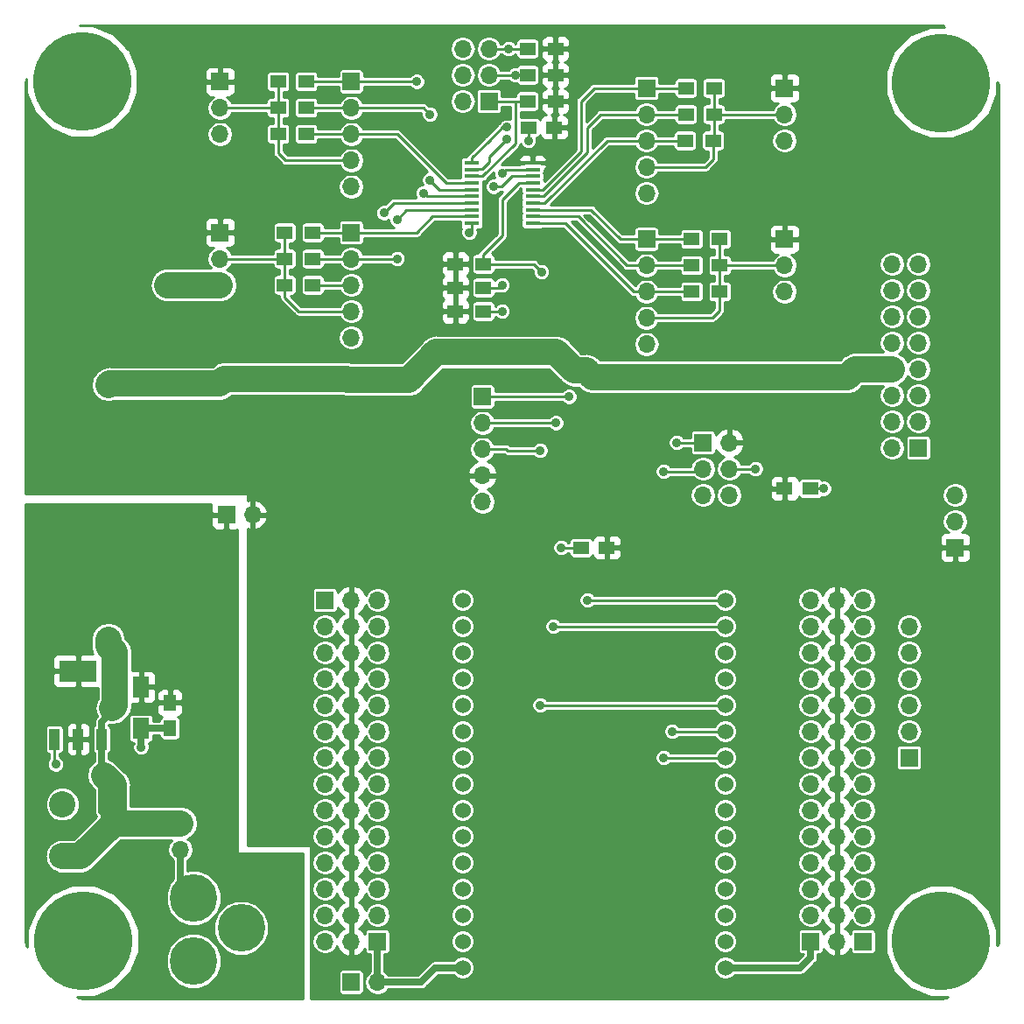
<source format=gbr>
G04 #@! TF.GenerationSoftware,KiCad,Pcbnew,(5.0.2)-1*
G04 #@! TF.CreationDate,2019-04-06T12:56:37-04:00*
G04 #@! TF.ProjectId,ESP32-Hub,45535033-322d-4487-9562-2e6b69636164,2*
G04 #@! TF.SameCoordinates,Original*
G04 #@! TF.FileFunction,Copper,L1,Top*
G04 #@! TF.FilePolarity,Positive*
%FSLAX46Y46*%
G04 Gerber Fmt 4.6, Leading zero omitted, Abs format (unit mm)*
G04 Created by KiCad (PCBNEW (5.0.2)-1) date 4/6/2019 12:56:37 PM*
%MOMM*%
%LPD*%
G01*
G04 APERTURE LIST*
G04 #@! TA.AperFunction,SMDPad,CuDef*
%ADD10R,1.600000X2.000000*%
G04 #@! TD*
G04 #@! TA.AperFunction,ComponentPad*
%ADD11C,4.600000*%
G04 #@! TD*
G04 #@! TA.AperFunction,SMDPad,CuDef*
%ADD12R,3.657600X2.032000*%
G04 #@! TD*
G04 #@! TA.AperFunction,SMDPad,CuDef*
%ADD13R,1.016000X2.032000*%
G04 #@! TD*
G04 #@! TA.AperFunction,SMDPad,CuDef*
%ADD14R,1.500000X1.300000*%
G04 #@! TD*
G04 #@! TA.AperFunction,SMDPad,CuDef*
%ADD15R,1.250000X1.500000*%
G04 #@! TD*
G04 #@! TA.AperFunction,SMDPad,CuDef*
%ADD16R,1.500000X1.250000*%
G04 #@! TD*
G04 #@! TA.AperFunction,ComponentPad*
%ADD17O,1.700000X1.700000*%
G04 #@! TD*
G04 #@! TA.AperFunction,ComponentPad*
%ADD18R,1.700000X1.700000*%
G04 #@! TD*
G04 #@! TA.AperFunction,ComponentPad*
%ADD19C,2.540000*%
G04 #@! TD*
G04 #@! TA.AperFunction,ComponentPad*
%ADD20C,9.525000*%
G04 #@! TD*
G04 #@! TA.AperFunction,ComponentPad*
%ADD21C,1.524000*%
G04 #@! TD*
G04 #@! TA.AperFunction,SMDPad,CuDef*
%ADD22R,1.450000X0.450000*%
G04 #@! TD*
G04 #@! TA.AperFunction,ViaPad*
%ADD23C,0.889000*%
G04 #@! TD*
G04 #@! TA.AperFunction,Conductor*
%ADD24C,0.635000*%
G04 #@! TD*
G04 #@! TA.AperFunction,Conductor*
%ADD25C,2.540000*%
G04 #@! TD*
G04 #@! TA.AperFunction,Conductor*
%ADD26C,0.254000*%
G04 #@! TD*
G04 APERTURE END LIST*
D10*
G04 #@! TO.P,C3,2*
G04 #@! TO.N,GND*
X21590000Y-78454000D03*
G04 #@! TO.P,C3,1*
G04 #@! TO.N,/VO3*
X21590000Y-74454000D03*
G04 #@! TD*
D11*
G04 #@! TO.P,J1,2*
G04 #@! TO.N,GND*
X26670000Y-100965000D03*
G04 #@! TO.P,J1,1*
G04 #@! TO.N,/DCIN*
X26670000Y-94865000D03*
G04 #@! TO.P,J1,3*
G04 #@! TO.N,GND*
X31270000Y-97765000D03*
G04 #@! TD*
D12*
G04 #@! TO.P,U2,4*
G04 #@! TO.N,/VO3*
X15494000Y-72898000D03*
D13*
G04 #@! TO.P,U2,2*
X15494000Y-79502000D03*
G04 #@! TO.P,U2,3*
G04 #@! TO.N,+5V*
X17780000Y-79502000D03*
G04 #@! TO.P,U2,1*
G04 #@! TO.N,GND*
X13208000Y-79502000D03*
G04 #@! TD*
D14*
G04 #@! TO.P,R1,1*
G04 #@! TO.N,+3V3*
X51990000Y-38100000D03*
G04 #@! TO.P,R1,2*
G04 #@! TO.N,/GP23*
X54690000Y-38100000D03*
G04 #@! TD*
G04 #@! TO.P,R2,1*
G04 #@! TO.N,+3V3*
X51990000Y-35814000D03*
G04 #@! TO.P,R2,2*
G04 #@! TO.N,/STM_SCL*
X54690000Y-35814000D03*
G04 #@! TD*
G04 #@! TO.P,R3,1*
G04 #@! TO.N,+3V3*
X51990000Y-33528000D03*
G04 #@! TO.P,R3,2*
G04 #@! TO.N,/STM_SDA*
X54690000Y-33528000D03*
G04 #@! TD*
G04 #@! TO.P,R4,1*
G04 #@! TO.N,+3V3*
X61675000Y-12700000D03*
G04 #@! TO.P,R4,2*
G04 #@! TO.N,/A0*
X58975000Y-12700000D03*
G04 #@! TD*
G04 #@! TO.P,R5,1*
G04 #@! TO.N,+3V3*
X61675000Y-15240000D03*
G04 #@! TO.P,R5,2*
G04 #@! TO.N,/A1*
X58975000Y-15240000D03*
G04 #@! TD*
G04 #@! TO.P,R6,1*
G04 #@! TO.N,+3V3*
X61675000Y-17780000D03*
G04 #@! TO.P,R6,2*
G04 #@! TO.N,/A2*
X58975000Y-17780000D03*
G04 #@! TD*
G04 #@! TO.P,R7,1*
G04 #@! TO.N,Net-(J4-Pad2)*
X34845000Y-15875000D03*
G04 #@! TO.P,R7,2*
G04 #@! TO.N,/INT0*
X37545000Y-15875000D03*
G04 #@! TD*
G04 #@! TO.P,R8,1*
G04 #@! TO.N,Net-(J4-Pad2)*
X34845000Y-18415000D03*
G04 #@! TO.P,R8,2*
G04 #@! TO.N,/SC0*
X37545000Y-18415000D03*
G04 #@! TD*
G04 #@! TO.P,R9,1*
G04 #@! TO.N,Net-(J4-Pad2)*
X34845000Y-20955000D03*
G04 #@! TO.P,R9,2*
G04 #@! TO.N,/SD0*
X37545000Y-20955000D03*
G04 #@! TD*
G04 #@! TO.P,R10,1*
G04 #@! TO.N,Net-(J10-Pad4)*
X35480000Y-30480000D03*
G04 #@! TO.P,R10,2*
G04 #@! TO.N,/INT1*
X38180000Y-30480000D03*
G04 #@! TD*
G04 #@! TO.P,R11,1*
G04 #@! TO.N,Net-(J10-Pad4)*
X35480000Y-33020000D03*
G04 #@! TO.P,R11,2*
G04 #@! TO.N,/SC1*
X38180000Y-33020000D03*
G04 #@! TD*
G04 #@! TO.P,R12,1*
G04 #@! TO.N,Net-(J10-Pad4)*
X35480000Y-35560000D03*
G04 #@! TO.P,R12,2*
G04 #@! TO.N,/SD1*
X38180000Y-35560000D03*
G04 #@! TD*
G04 #@! TO.P,R13,1*
G04 #@! TO.N,Net-(J12-Pad4)*
X77550000Y-31115000D03*
G04 #@! TO.P,R13,2*
G04 #@! TO.N,/INT2*
X74850000Y-31115000D03*
G04 #@! TD*
G04 #@! TO.P,R14,1*
G04 #@! TO.N,Net-(J12-Pad4)*
X77550000Y-33655000D03*
G04 #@! TO.P,R14,2*
G04 #@! TO.N,/SC2*
X74850000Y-33655000D03*
G04 #@! TD*
G04 #@! TO.P,R15,1*
G04 #@! TO.N,Net-(J12-Pad4)*
X77550000Y-36195000D03*
G04 #@! TO.P,R15,2*
G04 #@! TO.N,/SD2*
X74850000Y-36195000D03*
G04 #@! TD*
G04 #@! TO.P,R16,1*
G04 #@! TO.N,Net-(J11-Pad4)*
X76995000Y-16510000D03*
G04 #@! TO.P,R16,2*
G04 #@! TO.N,/INT3*
X74295000Y-16510000D03*
G04 #@! TD*
G04 #@! TO.P,R17,1*
G04 #@! TO.N,Net-(J11-Pad4)*
X76995000Y-19050000D03*
G04 #@! TO.P,R17,2*
G04 #@! TO.N,/SC3*
X74295000Y-19050000D03*
G04 #@! TD*
G04 #@! TO.P,R18,1*
G04 #@! TO.N,Net-(J11-Pad4)*
X76915000Y-21590000D03*
G04 #@! TO.P,R18,2*
G04 #@! TO.N,/SD3*
X74215000Y-21590000D03*
G04 #@! TD*
D15*
G04 #@! TO.P,C2,2*
G04 #@! TO.N,GND*
X24384000Y-78466000D03*
G04 #@! TO.P,C2,1*
G04 #@! TO.N,/VO3*
X24384000Y-75966000D03*
G04 #@! TD*
D16*
G04 #@! TO.P,C4,2*
G04 #@! TO.N,GND*
X64155000Y-60960000D03*
G04 #@! TO.P,C4,1*
G04 #@! TO.N,+3V3*
X66655000Y-60960000D03*
G04 #@! TD*
G04 #@! TO.P,C5,1*
G04 #@! TO.N,+3V3*
X61575000Y-20320000D03*
G04 #@! TO.P,C5,2*
G04 #@! TO.N,GND*
X59075000Y-20320000D03*
G04 #@! TD*
G04 #@! TO.P,C6,2*
G04 #@! TO.N,GND*
X86340000Y-55245000D03*
G04 #@! TO.P,C6,1*
G04 #@! TO.N,+3V3*
X83840000Y-55245000D03*
G04 #@! TD*
D17*
G04 #@! TO.P,P1,16*
G04 #@! TO.N,+5V*
X94234000Y-33528000D03*
G04 #@! TO.P,P1,15*
G04 #@! TO.N,GND*
X96774000Y-33528000D03*
G04 #@! TO.P,P1,14*
G04 #@! TO.N,+5V*
X94234000Y-36068000D03*
G04 #@! TO.P,P1,13*
G04 #@! TO.N,GND*
X96774000Y-36068000D03*
G04 #@! TO.P,P1,12*
G04 #@! TO.N,+5V*
X94234000Y-38608000D03*
G04 #@! TO.P,P1,11*
G04 #@! TO.N,GND*
X96774000Y-38608000D03*
G04 #@! TO.P,P1,10*
G04 #@! TO.N,+5V*
X94234000Y-41148000D03*
G04 #@! TO.P,P1,9*
G04 #@! TO.N,GND*
X96774000Y-41148000D03*
G04 #@! TO.P,P1,8*
G04 #@! TO.N,+5V*
X94234000Y-43688000D03*
G04 #@! TO.P,P1,7*
G04 #@! TO.N,GND*
X96774000Y-43688000D03*
G04 #@! TO.P,P1,6*
G04 #@! TO.N,+5V*
X94234000Y-46228000D03*
G04 #@! TO.P,P1,5*
G04 #@! TO.N,GND*
X96774000Y-46228000D03*
G04 #@! TO.P,P1,4*
G04 #@! TO.N,+5V*
X94234000Y-48768000D03*
G04 #@! TO.P,P1,3*
G04 #@! TO.N,GND*
X96774000Y-48768000D03*
G04 #@! TO.P,P1,2*
G04 #@! TO.N,+5V*
X94234000Y-51308000D03*
D18*
G04 #@! TO.P,P1,1*
G04 #@! TO.N,GND*
X96774000Y-51308000D03*
G04 #@! TD*
D17*
G04 #@! TO.P,P8,6*
G04 #@! TO.N,GND*
X78486000Y-55880000D03*
G04 #@! TO.P,P8,5*
G04 #@! TO.N,Net-(P8-Pad5)*
X75946000Y-55880000D03*
G04 #@! TO.P,P8,4*
G04 #@! TO.N,/GP23*
X78486000Y-53340000D03*
G04 #@! TO.P,P8,3*
G04 #@! TO.N,/GP18*
X75946000Y-53340000D03*
G04 #@! TO.P,P8,2*
G04 #@! TO.N,+3V3*
X78486000Y-50800000D03*
D18*
G04 #@! TO.P,P8,1*
G04 #@! TO.N,/GP19*
X75946000Y-50800000D03*
G04 #@! TD*
G04 #@! TO.P,H1,1*
G04 #@! TO.N,/VO3*
X29845000Y-57785000D03*
D17*
G04 #@! TO.P,H1,2*
G04 #@! TO.N,+3V3*
X32385000Y-57785000D03*
G04 #@! TD*
G04 #@! TO.P,H7,2*
G04 #@! TO.N,Net-(H7-Pad2)*
X44450000Y-103000000D03*
D18*
G04 #@! TO.P,H7,1*
G04 #@! TO.N,+5V*
X41910000Y-103000000D03*
G04 #@! TD*
D17*
G04 #@! TO.P,J2,6*
G04 #@! TO.N,Net-(J2-Pad6)*
X95885000Y-68580000D03*
G04 #@! TO.P,J2,5*
G04 #@! TO.N,/TX0*
X95885000Y-71120000D03*
G04 #@! TO.P,J2,4*
G04 #@! TO.N,/RX0*
X95885000Y-73660000D03*
G04 #@! TO.P,J2,3*
G04 #@! TO.N,Net-(J16-Pad2)*
X95885000Y-76200000D03*
G04 #@! TO.P,J2,2*
G04 #@! TO.N,Net-(J2-Pad2)*
X95885000Y-78740000D03*
D18*
G04 #@! TO.P,J2,1*
G04 #@! TO.N,GND*
X95885000Y-81280000D03*
G04 #@! TD*
D19*
G04 #@! TO.P,J15,2*
G04 #@! TO.N,GND*
X13970000Y-85805000D03*
G04 #@! TO.P,J15,1*
G04 #@! TO.N,+5V*
X13970000Y-90805000D03*
G04 #@! TD*
D17*
G04 #@! TO.P,J16,3*
G04 #@! TO.N,+5V*
X100330000Y-55880000D03*
G04 #@! TO.P,J16,2*
G04 #@! TO.N,Net-(J16-Pad2)*
X100330000Y-58420000D03*
D18*
G04 #@! TO.P,J16,1*
G04 #@! TO.N,+3V3*
X100330000Y-60960000D03*
G04 #@! TD*
D20*
G04 #@! TO.P,MTG1,1*
G04 #@! TO.N,N/C*
X15875000Y-15875000D03*
G04 #@! TD*
G04 #@! TO.P,MTG2,1*
G04 #@! TO.N,N/C*
X99000000Y-99000000D03*
G04 #@! TD*
G04 #@! TO.P,MTG3,1*
G04 #@! TO.N,N/C*
X16000000Y-99000000D03*
G04 #@! TD*
G04 #@! TO.P,MTG?1,1*
G04 #@! TO.N,N/C*
X99000000Y-16000000D03*
G04 #@! TD*
D21*
G04 #@! TO.P,U1,1*
G04 #@! TO.N,Net-(P12-Pad1)*
X78105000Y-101600000D03*
G04 #@! TO.P,U1,2*
G04 #@! TO.N,GND*
X78105000Y-99060000D03*
G04 #@! TO.P,U1,3*
G04 #@! TO.N,/GP15*
X78105000Y-96520000D03*
G04 #@! TO.P,U1,4*
G04 #@! TO.N,/GP2*
X78105000Y-93980000D03*
G04 #@! TO.P,U1,5*
G04 #@! TO.N,/GP4*
X78105000Y-91440000D03*
G04 #@! TO.P,U1,6*
G04 #@! TO.N,/RX1*
X78105000Y-88900000D03*
G04 #@! TO.P,U1,7*
G04 #@! TO.N,/TX2*
X78105000Y-86360000D03*
G04 #@! TO.P,U1,8*
G04 #@! TO.N,/GP5*
X78105000Y-83820000D03*
G04 #@! TO.P,U1,9*
G04 #@! TO.N,/GP18*
X78105000Y-81280000D03*
G04 #@! TO.P,U1,10*
G04 #@! TO.N,/GP19*
X78105000Y-78740000D03*
G04 #@! TO.P,U1,11*
G04 #@! TO.N,/STM_SDA*
X78105000Y-76200000D03*
G04 #@! TO.P,U1,12*
G04 #@! TO.N,/RX0*
X78105000Y-73660000D03*
G04 #@! TO.P,U1,13*
G04 #@! TO.N,/TX0*
X78105000Y-71120000D03*
G04 #@! TO.P,U1,14*
G04 #@! TO.N,/STM_SCL*
X78105000Y-68580000D03*
G04 #@! TO.P,U1,15*
G04 #@! TO.N,/GP23*
X78105000Y-66040000D03*
G04 #@! TO.P,U1,16*
G04 #@! TO.N,/EN*
X52705000Y-66040000D03*
G04 #@! TO.P,U1,17*
G04 #@! TO.N,/VP*
X52705000Y-68580000D03*
G04 #@! TO.P,U1,18*
G04 #@! TO.N,/VN*
X52705000Y-71120000D03*
G04 #@! TO.P,U1,19*
G04 #@! TO.N,/GP34*
X52705000Y-73660000D03*
G04 #@! TO.P,U1,20*
G04 #@! TO.N,/GP35*
X52705000Y-76200000D03*
G04 #@! TO.P,U1,21*
G04 #@! TO.N,/GP32*
X52705000Y-78740000D03*
G04 #@! TO.P,U1,22*
G04 #@! TO.N,/GP33*
X52705000Y-81280000D03*
G04 #@! TO.P,U1,23*
G04 #@! TO.N,/GP25*
X52705000Y-83820000D03*
G04 #@! TO.P,U1,24*
G04 #@! TO.N,/GP26*
X52705000Y-86360000D03*
G04 #@! TO.P,U1,25*
G04 #@! TO.N,/GP27*
X52705000Y-88900000D03*
G04 #@! TO.P,U1,26*
G04 #@! TO.N,/GP14*
X52705000Y-91440000D03*
G04 #@! TO.P,U1,27*
G04 #@! TO.N,/GP12*
X52705000Y-93980000D03*
G04 #@! TO.P,U1,28*
G04 #@! TO.N,/GP13*
X52705000Y-96520000D03*
G04 #@! TO.P,U1,29*
G04 #@! TO.N,GND*
X52705000Y-99060000D03*
G04 #@! TO.P,U1,30*
G04 #@! TO.N,Net-(H7-Pad2)*
X52705000Y-101600000D03*
G04 #@! TD*
D17*
G04 #@! TO.P,P2,28*
G04 #@! TO.N,+3V3*
X41910000Y-99060000D03*
G04 #@! TO.P,P2,27*
G04 #@! TO.N,GND*
X39370000Y-99060000D03*
G04 #@! TO.P,P2,26*
G04 #@! TO.N,+3V3*
X41910000Y-96520000D03*
G04 #@! TO.P,P2,25*
G04 #@! TO.N,GND*
X39370000Y-96520000D03*
G04 #@! TO.P,P2,24*
G04 #@! TO.N,+3V3*
X41910000Y-93980000D03*
G04 #@! TO.P,P2,23*
G04 #@! TO.N,GND*
X39370000Y-93980000D03*
G04 #@! TO.P,P2,22*
G04 #@! TO.N,+3V3*
X41910000Y-91440000D03*
G04 #@! TO.P,P2,21*
G04 #@! TO.N,GND*
X39370000Y-91440000D03*
G04 #@! TO.P,P2,20*
G04 #@! TO.N,+3V3*
X41910000Y-88900000D03*
G04 #@! TO.P,P2,19*
G04 #@! TO.N,GND*
X39370000Y-88900000D03*
G04 #@! TO.P,P2,18*
G04 #@! TO.N,+3V3*
X41910000Y-86360000D03*
G04 #@! TO.P,P2,17*
G04 #@! TO.N,GND*
X39370000Y-86360000D03*
G04 #@! TO.P,P2,16*
G04 #@! TO.N,+3V3*
X41910000Y-83820000D03*
G04 #@! TO.P,P2,15*
G04 #@! TO.N,GND*
X39370000Y-83820000D03*
G04 #@! TO.P,P2,14*
G04 #@! TO.N,+3V3*
X41910000Y-81280000D03*
G04 #@! TO.P,P2,13*
G04 #@! TO.N,GND*
X39370000Y-81280000D03*
G04 #@! TO.P,P2,12*
G04 #@! TO.N,+3V3*
X41910000Y-78740000D03*
G04 #@! TO.P,P2,11*
G04 #@! TO.N,GND*
X39370000Y-78740000D03*
G04 #@! TO.P,P2,10*
G04 #@! TO.N,+3V3*
X41910000Y-76200000D03*
G04 #@! TO.P,P2,9*
G04 #@! TO.N,GND*
X39370000Y-76200000D03*
G04 #@! TO.P,P2,8*
G04 #@! TO.N,+3V3*
X41910000Y-73660000D03*
G04 #@! TO.P,P2,7*
G04 #@! TO.N,GND*
X39370000Y-73660000D03*
G04 #@! TO.P,P2,6*
G04 #@! TO.N,+3V3*
X41910000Y-71120000D03*
G04 #@! TO.P,P2,5*
G04 #@! TO.N,GND*
X39370000Y-71120000D03*
G04 #@! TO.P,P2,4*
G04 #@! TO.N,+3V3*
X41910000Y-68580000D03*
G04 #@! TO.P,P2,3*
G04 #@! TO.N,GND*
X39370000Y-68580000D03*
G04 #@! TO.P,P2,2*
G04 #@! TO.N,+3V3*
X41910000Y-66040000D03*
D18*
G04 #@! TO.P,P2,1*
G04 #@! TO.N,GND*
X39370000Y-66040000D03*
G04 #@! TD*
D17*
G04 #@! TO.P,P11,28*
G04 #@! TO.N,+3V3*
X88900000Y-66040000D03*
G04 #@! TO.P,P11,27*
G04 #@! TO.N,GND*
X91440000Y-66040000D03*
G04 #@! TO.P,P11,26*
G04 #@! TO.N,+3V3*
X88900000Y-68580000D03*
G04 #@! TO.P,P11,25*
G04 #@! TO.N,GND*
X91440000Y-68580000D03*
G04 #@! TO.P,P11,24*
G04 #@! TO.N,+3V3*
X88900000Y-71120000D03*
G04 #@! TO.P,P11,23*
G04 #@! TO.N,GND*
X91440000Y-71120000D03*
G04 #@! TO.P,P11,22*
G04 #@! TO.N,+3V3*
X88900000Y-73660000D03*
G04 #@! TO.P,P11,21*
G04 #@! TO.N,GND*
X91440000Y-73660000D03*
G04 #@! TO.P,P11,20*
G04 #@! TO.N,+3V3*
X88900000Y-76200000D03*
G04 #@! TO.P,P11,19*
G04 #@! TO.N,GND*
X91440000Y-76200000D03*
G04 #@! TO.P,P11,18*
G04 #@! TO.N,+3V3*
X88900000Y-78740000D03*
G04 #@! TO.P,P11,17*
G04 #@! TO.N,GND*
X91440000Y-78740000D03*
G04 #@! TO.P,P11,16*
G04 #@! TO.N,+3V3*
X88900000Y-81280000D03*
G04 #@! TO.P,P11,15*
G04 #@! TO.N,GND*
X91440000Y-81280000D03*
G04 #@! TO.P,P11,14*
G04 #@! TO.N,+3V3*
X88900000Y-83820000D03*
G04 #@! TO.P,P11,13*
G04 #@! TO.N,GND*
X91440000Y-83820000D03*
G04 #@! TO.P,P11,12*
G04 #@! TO.N,+3V3*
X88900000Y-86360000D03*
G04 #@! TO.P,P11,11*
G04 #@! TO.N,GND*
X91440000Y-86360000D03*
G04 #@! TO.P,P11,10*
G04 #@! TO.N,+3V3*
X88900000Y-88900000D03*
G04 #@! TO.P,P11,9*
G04 #@! TO.N,GND*
X91440000Y-88900000D03*
G04 #@! TO.P,P11,8*
G04 #@! TO.N,+3V3*
X88900000Y-91440000D03*
G04 #@! TO.P,P11,7*
G04 #@! TO.N,GND*
X91440000Y-91440000D03*
G04 #@! TO.P,P11,6*
G04 #@! TO.N,+3V3*
X88900000Y-93980000D03*
G04 #@! TO.P,P11,5*
G04 #@! TO.N,GND*
X91440000Y-93980000D03*
G04 #@! TO.P,P11,4*
G04 #@! TO.N,+3V3*
X88900000Y-96520000D03*
G04 #@! TO.P,P11,3*
G04 #@! TO.N,GND*
X91440000Y-96520000D03*
G04 #@! TO.P,P11,2*
G04 #@! TO.N,+3V3*
X88900000Y-99060000D03*
D18*
G04 #@! TO.P,P11,1*
G04 #@! TO.N,GND*
X91440000Y-99060000D03*
G04 #@! TD*
G04 #@! TO.P,P12,1*
G04 #@! TO.N,Net-(P12-Pad1)*
X86360000Y-99060000D03*
D17*
G04 #@! TO.P,P12,2*
G04 #@! TO.N,/GP15*
X86360000Y-96520000D03*
G04 #@! TO.P,P12,3*
G04 #@! TO.N,/GP2*
X86360000Y-93980000D03*
G04 #@! TO.P,P12,4*
G04 #@! TO.N,/GP4*
X86360000Y-91440000D03*
G04 #@! TO.P,P12,5*
G04 #@! TO.N,/RX1*
X86360000Y-88900000D03*
G04 #@! TO.P,P12,6*
G04 #@! TO.N,/TX2*
X86360000Y-86360000D03*
G04 #@! TO.P,P12,7*
G04 #@! TO.N,/GP5*
X86360000Y-83820000D03*
G04 #@! TO.P,P12,8*
G04 #@! TO.N,/GP18*
X86360000Y-81280000D03*
G04 #@! TO.P,P12,9*
G04 #@! TO.N,/GP19*
X86360000Y-78740000D03*
G04 #@! TO.P,P12,10*
G04 #@! TO.N,/STM_SDA*
X86360000Y-76200000D03*
G04 #@! TO.P,P12,11*
G04 #@! TO.N,/RX0*
X86360000Y-73660000D03*
G04 #@! TO.P,P12,12*
G04 #@! TO.N,/TX0*
X86360000Y-71120000D03*
G04 #@! TO.P,P12,13*
G04 #@! TO.N,/STM_SCL*
X86360000Y-68580000D03*
G04 #@! TO.P,P12,14*
G04 #@! TO.N,/GP23*
X86360000Y-66040000D03*
G04 #@! TD*
G04 #@! TO.P,P13,14*
G04 #@! TO.N,/EN*
X44450000Y-66040000D03*
G04 #@! TO.P,P13,13*
G04 #@! TO.N,/VP*
X44450000Y-68580000D03*
G04 #@! TO.P,P13,12*
G04 #@! TO.N,/VN*
X44450000Y-71120000D03*
G04 #@! TO.P,P13,11*
G04 #@! TO.N,/GP34*
X44450000Y-73660000D03*
G04 #@! TO.P,P13,10*
G04 #@! TO.N,/GP35*
X44450000Y-76200000D03*
G04 #@! TO.P,P13,9*
G04 #@! TO.N,/GP32*
X44450000Y-78740000D03*
G04 #@! TO.P,P13,8*
G04 #@! TO.N,/GP33*
X44450000Y-81280000D03*
G04 #@! TO.P,P13,7*
G04 #@! TO.N,/GP25*
X44450000Y-83820000D03*
G04 #@! TO.P,P13,6*
G04 #@! TO.N,/GP26*
X44450000Y-86360000D03*
G04 #@! TO.P,P13,5*
G04 #@! TO.N,/GP27*
X44450000Y-88900000D03*
G04 #@! TO.P,P13,4*
G04 #@! TO.N,/GP14*
X44450000Y-91440000D03*
G04 #@! TO.P,P13,3*
G04 #@! TO.N,/GP12*
X44450000Y-93980000D03*
G04 #@! TO.P,P13,2*
G04 #@! TO.N,/GP13*
X44450000Y-96520000D03*
D18*
G04 #@! TO.P,P13,1*
G04 #@! TO.N,Net-(H7-Pad2)*
X44450000Y-99060000D03*
G04 #@! TD*
D22*
G04 #@! TO.P,U3,20*
G04 #@! TO.N,+3V3*
X59465000Y-23745000D03*
G04 #@! TO.P,U3,19*
G04 #@! TO.N,/STM_SCL*
X59465000Y-24395000D03*
G04 #@! TO.P,U3,18*
G04 #@! TO.N,/GP23*
X59465000Y-25045000D03*
G04 #@! TO.P,U3,17*
G04 #@! TO.N,/STM_SDA*
X59465000Y-25695000D03*
G04 #@! TO.P,U3,16*
G04 #@! TO.N,/INT3*
X59465000Y-26345000D03*
G04 #@! TO.P,U3,15*
G04 #@! TO.N,/SC3*
X59465000Y-26995000D03*
G04 #@! TO.P,U3,14*
G04 #@! TO.N,/SD3*
X59465000Y-27645000D03*
G04 #@! TO.P,U3,13*
G04 #@! TO.N,/INT2*
X59465000Y-28295000D03*
G04 #@! TO.P,U3,12*
G04 #@! TO.N,/SC2*
X59465000Y-28945000D03*
G04 #@! TO.P,U3,11*
G04 #@! TO.N,/SD2*
X59465000Y-29595000D03*
G04 #@! TO.P,U3,10*
G04 #@! TO.N,GND*
X53565000Y-29595000D03*
G04 #@! TO.P,U3,9*
G04 #@! TO.N,/INT1*
X53565000Y-28945000D03*
G04 #@! TO.P,U3,8*
G04 #@! TO.N,/SC1*
X53565000Y-28295000D03*
G04 #@! TO.P,U3,7*
G04 #@! TO.N,/SD1*
X53565000Y-27645000D03*
G04 #@! TO.P,U3,6*
G04 #@! TO.N,/INT0*
X53565000Y-26995000D03*
G04 #@! TO.P,U3,5*
G04 #@! TO.N,/SC0*
X53565000Y-26345000D03*
G04 #@! TO.P,U3,4*
G04 #@! TO.N,/SD0*
X53565000Y-25695000D03*
G04 #@! TO.P,U3,3*
G04 #@! TO.N,/A2*
X53565000Y-25045000D03*
G04 #@! TO.P,U3,2*
G04 #@! TO.N,/A1*
X53565000Y-24395000D03*
G04 #@! TO.P,U3,1*
G04 #@! TO.N,/A0*
X53565000Y-23745000D03*
G04 #@! TD*
D17*
G04 #@! TO.P,J9,5*
G04 #@! TO.N,GND*
X41910000Y-26035000D03*
G04 #@! TO.P,J9,4*
G04 #@! TO.N,Net-(J4-Pad2)*
X41910000Y-23495000D03*
G04 #@! TO.P,J9,3*
G04 #@! TO.N,/SD0*
X41910000Y-20955000D03*
G04 #@! TO.P,J9,2*
G04 #@! TO.N,/SC0*
X41910000Y-18415000D03*
D18*
G04 #@! TO.P,J9,1*
G04 #@! TO.N,/INT0*
X41910000Y-15875000D03*
G04 #@! TD*
G04 #@! TO.P,J10,1*
G04 #@! TO.N,/INT1*
X41910000Y-30480000D03*
D17*
G04 #@! TO.P,J10,2*
G04 #@! TO.N,/SC1*
X41910000Y-33020000D03*
G04 #@! TO.P,J10,3*
G04 #@! TO.N,/SD1*
X41910000Y-35560000D03*
G04 #@! TO.P,J10,4*
G04 #@! TO.N,Net-(J10-Pad4)*
X41910000Y-38100000D03*
G04 #@! TO.P,J10,5*
G04 #@! TO.N,GND*
X41910000Y-40640000D03*
G04 #@! TD*
G04 #@! TO.P,J11,5*
G04 #@! TO.N,GND*
X70485000Y-26670000D03*
G04 #@! TO.P,J11,4*
G04 #@! TO.N,Net-(J11-Pad4)*
X70485000Y-24130000D03*
G04 #@! TO.P,J11,3*
G04 #@! TO.N,/SD3*
X70485000Y-21590000D03*
G04 #@! TO.P,J11,2*
G04 #@! TO.N,/SC3*
X70485000Y-19050000D03*
D18*
G04 #@! TO.P,J11,1*
G04 #@! TO.N,/INT3*
X70485000Y-16510000D03*
G04 #@! TD*
G04 #@! TO.P,J12,1*
G04 #@! TO.N,/INT2*
X70485000Y-31115000D03*
D17*
G04 #@! TO.P,J12,2*
G04 #@! TO.N,/SC2*
X70485000Y-33655000D03*
G04 #@! TO.P,J12,3*
G04 #@! TO.N,/SD2*
X70485000Y-36195000D03*
G04 #@! TO.P,J12,4*
G04 #@! TO.N,Net-(J12-Pad4)*
X70485000Y-38735000D03*
G04 #@! TO.P,J12,5*
G04 #@! TO.N,GND*
X70485000Y-41275000D03*
G04 #@! TD*
G04 #@! TO.P,J3,6*
G04 #@! TO.N,GND*
X52705000Y-12700000D03*
G04 #@! TO.P,J3,5*
G04 #@! TO.N,/A0*
X55245000Y-12700000D03*
G04 #@! TO.P,J3,4*
G04 #@! TO.N,GND*
X52705000Y-15240000D03*
G04 #@! TO.P,J3,3*
G04 #@! TO.N,/A1*
X55245000Y-15240000D03*
G04 #@! TO.P,J3,2*
G04 #@! TO.N,GND*
X52705000Y-17780000D03*
D18*
G04 #@! TO.P,J3,1*
G04 #@! TO.N,/A2*
X55245000Y-17780000D03*
G04 #@! TD*
D17*
G04 #@! TO.P,J5,3*
G04 #@! TO.N,+5V*
X29210000Y-35560000D03*
G04 #@! TO.P,J5,2*
G04 #@! TO.N,Net-(J10-Pad4)*
X29210000Y-33020000D03*
D18*
G04 #@! TO.P,J5,1*
G04 #@! TO.N,+3V3*
X29210000Y-30480000D03*
G04 #@! TD*
G04 #@! TO.P,J6,1*
G04 #@! TO.N,+3V3*
X83820000Y-31115000D03*
D17*
G04 #@! TO.P,J6,2*
G04 #@! TO.N,Net-(J12-Pad4)*
X83820000Y-33655000D03*
G04 #@! TO.P,J6,3*
G04 #@! TO.N,+5V*
X83820000Y-36195000D03*
G04 #@! TD*
G04 #@! TO.P,J8,3*
G04 #@! TO.N,+5V*
X83820000Y-21590000D03*
G04 #@! TO.P,J8,2*
G04 #@! TO.N,Net-(J11-Pad4)*
X83820000Y-19050000D03*
D18*
G04 #@! TO.P,J8,1*
G04 #@! TO.N,+3V3*
X83820000Y-16510000D03*
G04 #@! TD*
D17*
G04 #@! TO.P,H2,2*
G04 #@! TO.N,/DCIN*
X25400000Y-90170000D03*
D18*
G04 #@! TO.P,H2,1*
G04 #@! TO.N,+5V*
X25400000Y-87630000D03*
G04 #@! TD*
D17*
G04 #@! TO.P,J4,3*
G04 #@! TO.N,+5V*
X29210000Y-20955000D03*
G04 #@! TO.P,J4,2*
G04 #@! TO.N,Net-(J4-Pad2)*
X29210000Y-18415000D03*
D18*
G04 #@! TO.P,J4,1*
G04 #@! TO.N,+3V3*
X29210000Y-15875000D03*
G04 #@! TD*
D17*
G04 #@! TO.P,J7,5*
G04 #@! TO.N,GND*
X54610000Y-56515000D03*
G04 #@! TO.P,J7,4*
G04 #@! TO.N,+3V3*
X54610000Y-53975000D03*
G04 #@! TO.P,J7,3*
G04 #@! TO.N,/STM_SDA*
X54610000Y-51435000D03*
G04 #@! TO.P,J7,2*
G04 #@! TO.N,/STM_SCL*
X54610000Y-48895000D03*
D18*
G04 #@! TO.P,J7,1*
G04 #@! TO.N,/GP23*
X54610000Y-46355000D03*
G04 #@! TD*
D23*
G04 #@! TO.N,+5V*
X18415000Y-69850000D03*
X24130000Y-35560000D03*
X29210000Y-45085000D03*
X18415000Y-45212000D03*
G04 #@! TO.N,GND*
X21590000Y-80264000D03*
X62230000Y-60960000D03*
X13335000Y-81915000D03*
X59055000Y-21590000D03*
X53340000Y-30480000D03*
X87630000Y-55245000D03*
G04 #@! TO.N,/STM_SDA*
X60325000Y-34290000D03*
X60198000Y-76200000D03*
X60198000Y-51562000D03*
G04 #@! TO.N,/STM_SCL*
X56515000Y-35560000D03*
X56515000Y-24765000D03*
X61468000Y-68580000D03*
X61722000Y-48895000D03*
G04 #@! TO.N,/A1*
X56959500Y-21465000D03*
X57785000Y-15240000D03*
G04 #@! TO.N,/A0*
X56948283Y-20308783D03*
X57150000Y-12700000D03*
G04 #@! TO.N,/GP19*
X72961500Y-78740000D03*
X73406000Y-50800000D03*
G04 #@! TO.N,/GP18*
X72136000Y-81280000D03*
X72136000Y-53594000D03*
G04 #@! TO.N,/INT0*
X48895000Y-26670000D03*
X48260000Y-15875000D03*
G04 #@! TO.N,/SC0*
X49530000Y-19050000D03*
X49530000Y-25400000D03*
G04 #@! TO.N,/SC1*
X46355000Y-29210000D03*
X46355000Y-33020000D03*
G04 #@! TO.N,/SD1*
X45085000Y-28575000D03*
G04 #@! TO.N,/GP23*
X55689500Y-26035000D03*
X56515000Y-38100000D03*
X64770000Y-66040000D03*
X62992000Y-46355000D03*
X81026000Y-53340000D03*
G04 #@! TD*
D24*
G04 #@! TO.N,+5V*
X17780000Y-77851000D02*
X18796000Y-76835000D01*
X17780000Y-79502000D02*
X17780000Y-77851000D01*
D25*
X29654499Y-44640501D02*
X41465499Y-44640501D01*
X61746501Y-42061501D02*
X63500000Y-43815000D01*
X29210000Y-45085000D02*
X29654499Y-44640501D01*
X41465499Y-44640501D02*
X41528998Y-44704000D01*
X41528998Y-44704000D02*
X47498000Y-44704000D01*
X47498000Y-44704000D02*
X50140499Y-42061501D01*
X50140499Y-42061501D02*
X61746501Y-42061501D01*
X63500000Y-43815000D02*
X64643000Y-43815000D01*
X64643000Y-43815000D02*
X65278000Y-44450000D01*
X65278000Y-44450000D02*
X89916000Y-44450000D01*
X90678000Y-43688000D02*
X94234000Y-43688000D01*
X89916000Y-44450000D02*
X90678000Y-43688000D01*
X24130000Y-35560000D02*
X29210000Y-35560000D01*
X18415000Y-70478617D02*
X19050000Y-71113617D01*
X18415000Y-69850000D02*
X18415000Y-70478617D01*
X19050000Y-76200000D02*
X18796000Y-76454000D01*
X19050000Y-71113617D02*
X19050000Y-76200000D01*
D24*
X18796000Y-76835000D02*
X18796000Y-76454000D01*
D25*
X18542000Y-45085000D02*
X18415000Y-45212000D01*
X29210000Y-45085000D02*
X18542000Y-45085000D01*
X15766051Y-90805000D02*
X18941051Y-87630000D01*
X13970000Y-90805000D02*
X15766051Y-90805000D01*
X25400000Y-87630000D02*
X18941051Y-87630000D01*
X18941051Y-87630000D02*
X18941051Y-83941051D01*
X18941051Y-83941051D02*
X18000000Y-83000000D01*
D24*
X17780000Y-79502000D02*
X17780000Y-86468949D01*
X17780000Y-86468949D02*
X18941051Y-87630000D01*
G04 #@! TO.N,GND*
X21590000Y-78454000D02*
X21590000Y-80264000D01*
X24372000Y-78454000D02*
X24384000Y-78466000D01*
X21590000Y-78454000D02*
X24372000Y-78454000D01*
D26*
X64155000Y-60960000D02*
X62230000Y-60960000D01*
X13208000Y-79502000D02*
X13208000Y-81788000D01*
X13208000Y-81788000D02*
X13335000Y-81915000D01*
X59075000Y-20320000D02*
X59075000Y-21570000D01*
X59075000Y-21570000D02*
X59055000Y-21590000D01*
X53565000Y-29595000D02*
X53565000Y-30255000D01*
X53565000Y-30255000D02*
X53340000Y-30480000D01*
X86340000Y-55245000D02*
X87630000Y-55245000D01*
G04 #@! TO.N,/STM_SDA*
X54690000Y-32624000D02*
X54690000Y-33528000D01*
X56515000Y-30799000D02*
X54690000Y-32624000D01*
X56515000Y-27305000D02*
X56515000Y-30799000D01*
X58125000Y-25695000D02*
X56515000Y-27305000D01*
X59465000Y-25695000D02*
X58125000Y-25695000D01*
X54690000Y-33528000D02*
X59563000Y-33528000D01*
X59563000Y-33528000D02*
X60325000Y-34290000D01*
X78105000Y-76200000D02*
X60198000Y-76200000D01*
X57023000Y-51562000D02*
X56896000Y-51435000D01*
X60198000Y-51562000D02*
X57023000Y-51562000D01*
X56896000Y-51435000D02*
X54610000Y-51435000D01*
G04 #@! TO.N,/STM_SCL*
X54690000Y-35814000D02*
X56261000Y-35814000D01*
X56261000Y-35814000D02*
X56515000Y-35560000D01*
X56885000Y-24395000D02*
X56515000Y-24765000D01*
X59465000Y-24395000D02*
X56885000Y-24395000D01*
X78105000Y-68580000D02*
X61468000Y-68580000D01*
X61722000Y-48895000D02*
X54610000Y-48895000D01*
G04 #@! TO.N,/SD0*
X37545000Y-20955000D02*
X41910000Y-20955000D01*
X46355000Y-20955000D02*
X41910000Y-20955000D01*
X53565000Y-25695000D02*
X51095000Y-25695000D01*
X51095000Y-25695000D02*
X46355000Y-20955000D01*
G04 #@! TO.N,/A2*
X55245000Y-17780000D02*
X58975000Y-17780000D01*
X53565000Y-25045000D02*
X54612434Y-25045000D01*
X54612434Y-25045000D02*
X57785000Y-21872434D01*
X57785000Y-21872434D02*
X57785000Y-17780000D01*
G04 #@! TO.N,/A1*
X58975000Y-15240000D02*
X57785000Y-15240000D01*
X55245000Y-15240000D02*
X57785000Y-15240000D01*
X55245000Y-23179500D02*
X56959500Y-21465000D01*
X55245000Y-23694000D02*
X55245000Y-23179500D01*
X54587999Y-24351001D02*
X55245000Y-23694000D01*
X53753999Y-24351001D02*
X54587999Y-24351001D01*
X53565000Y-24395000D02*
X53710000Y-24395000D01*
X53710000Y-24395000D02*
X53753999Y-24351001D01*
G04 #@! TO.N,/A0*
X53565000Y-23745000D02*
X53565000Y-23266000D01*
X53565000Y-23266000D02*
X55241000Y-21590000D01*
X55241000Y-21590000D02*
X55245000Y-21590000D01*
X55245000Y-21590000D02*
X56526217Y-20308783D01*
X56526217Y-20308783D02*
X56948283Y-20308783D01*
X55245000Y-12700000D02*
X57150000Y-12700000D01*
X57150000Y-12700000D02*
X58975000Y-12700000D01*
G04 #@! TO.N,Net-(J4-Pad2)*
X34845000Y-22780000D02*
X34845000Y-20955000D01*
X41910000Y-23495000D02*
X35560000Y-23495000D01*
X35560000Y-23495000D02*
X34845000Y-22780000D01*
X34845000Y-20955000D02*
X34845000Y-18415000D01*
X34845000Y-18415000D02*
X34845000Y-15875000D01*
X29210000Y-18415000D02*
X34845000Y-18415000D01*
G04 #@! TO.N,Net-(J10-Pad4)*
X29210000Y-33020000D02*
X35480000Y-33020000D01*
X35480000Y-30480000D02*
X35480000Y-33020000D01*
X35480000Y-35560000D02*
X35480000Y-33020000D01*
X35480000Y-35560000D02*
X35480000Y-36750000D01*
X36830000Y-38100000D02*
X41910000Y-38100000D01*
X35480000Y-36750000D02*
X36830000Y-38100000D01*
G04 #@! TO.N,Net-(J11-Pad4)*
X70485000Y-24130000D02*
X76200000Y-24130000D01*
X76915000Y-23415000D02*
X76915000Y-21590000D01*
X76200000Y-24130000D02*
X76915000Y-23415000D01*
X76995000Y-16510000D02*
X76995000Y-19050000D01*
X76995000Y-21510000D02*
X76915000Y-21590000D01*
X76995000Y-19050000D02*
X76995000Y-21510000D01*
X83820000Y-19050000D02*
X76995000Y-19050000D01*
G04 #@! TO.N,Net-(J12-Pad4)*
X77550000Y-31115000D02*
X77550000Y-33655000D01*
X77550000Y-36195000D02*
X77550000Y-33655000D01*
X77550000Y-33655000D02*
X83820000Y-33655000D01*
X70485000Y-38735000D02*
X76835000Y-38735000D01*
X77550000Y-38020000D02*
X77550000Y-36195000D01*
X76835000Y-38735000D02*
X77550000Y-38020000D01*
D24*
G04 #@! TO.N,/DCIN*
X25400000Y-93595000D02*
X26670000Y-94865000D01*
X25400000Y-90170000D02*
X25400000Y-93595000D01*
G04 #@! TO.N,Net-(H7-Pad2)*
X44450000Y-103000000D02*
X44450000Y-99060000D01*
X52705000Y-101600000D02*
X50038000Y-101600000D01*
X48638000Y-103000000D02*
X44450000Y-103000000D01*
X50038000Y-101600000D02*
X48638000Y-103000000D01*
D26*
G04 #@! TO.N,/GP19*
X78105000Y-78740000D02*
X72961500Y-78740000D01*
X73406000Y-50800000D02*
X75946000Y-50800000D01*
G04 #@! TO.N,/GP18*
X78105000Y-81280000D02*
X72136000Y-81280000D01*
X75692000Y-53594000D02*
X75946000Y-53340000D01*
X72136000Y-53594000D02*
X75692000Y-53594000D01*
G04 #@! TO.N,/INT0*
X37545000Y-15875000D02*
X41910000Y-15875000D01*
X53565000Y-26995000D02*
X49220000Y-26995000D01*
X49220000Y-26995000D02*
X48895000Y-26670000D01*
X48260000Y-15875000D02*
X41910000Y-15875000D01*
G04 #@! TO.N,/SC0*
X41910000Y-18415000D02*
X37545000Y-18415000D01*
X41910000Y-18415000D02*
X48895000Y-18415000D01*
X48895000Y-18415000D02*
X49530000Y-19050000D01*
X50475000Y-26345000D02*
X49530000Y-25400000D01*
X53565000Y-26345000D02*
X50475000Y-26345000D01*
G04 #@! TO.N,/INT1*
X41910000Y-30480000D02*
X38180000Y-30480000D01*
X41910000Y-30480000D02*
X48260000Y-30480000D01*
X49795000Y-28945000D02*
X53565000Y-28945000D01*
X48260000Y-30480000D02*
X49795000Y-28945000D01*
G04 #@! TO.N,/SC1*
X38180000Y-33020000D02*
X41910000Y-33020000D01*
X53565000Y-28295000D02*
X47270000Y-28295000D01*
X47270000Y-28295000D02*
X46355000Y-29210000D01*
X46355000Y-33020000D02*
X41910000Y-33020000D01*
G04 #@! TO.N,/SD1*
X41910000Y-35560000D02*
X38180000Y-35560000D01*
X53565000Y-27645000D02*
X46015000Y-27645000D01*
X46015000Y-27645000D02*
X45085000Y-28575000D01*
G04 #@! TO.N,/INT2*
X70485000Y-31115000D02*
X74850000Y-31115000D01*
X59465000Y-28295000D02*
X65125000Y-28295000D01*
X67945000Y-31115000D02*
X70485000Y-31115000D01*
X65125000Y-28295000D02*
X67945000Y-31115000D01*
G04 #@! TO.N,/SC2*
X70485000Y-33655000D02*
X74850000Y-33655000D01*
X59465000Y-28945000D02*
X63870000Y-28945000D01*
X68580000Y-33655000D02*
X70485000Y-33655000D01*
X63870000Y-28945000D02*
X68580000Y-33655000D01*
G04 #@! TO.N,/SD2*
X70485000Y-36195000D02*
X74850000Y-36195000D01*
X59465000Y-29595000D02*
X62615000Y-29595000D01*
X69215000Y-36195000D02*
X70485000Y-36195000D01*
X62615000Y-29595000D02*
X69215000Y-36195000D01*
G04 #@! TO.N,/INT3*
X70485000Y-16510000D02*
X74295000Y-16510000D01*
X60444000Y-26345000D02*
X64135000Y-22654000D01*
X59465000Y-26345000D02*
X60444000Y-26345000D01*
X64135000Y-22654000D02*
X64135000Y-17780000D01*
X65405000Y-16510000D02*
X70485000Y-16510000D01*
X64135000Y-17780000D02*
X65405000Y-16510000D01*
G04 #@! TO.N,/SC3*
X70485000Y-19050000D02*
X74295000Y-19050000D01*
X60512434Y-26995000D02*
X64770000Y-22737434D01*
X59465000Y-26995000D02*
X60512434Y-26995000D01*
X64770000Y-22737434D02*
X64770000Y-20320000D01*
X66040000Y-19050000D02*
X70485000Y-19050000D01*
X64770000Y-20320000D02*
X66040000Y-19050000D01*
G04 #@! TO.N,/SD3*
X70485000Y-21590000D02*
X74215000Y-21590000D01*
X59465000Y-27645000D02*
X60620000Y-27645000D01*
X66675000Y-21590000D02*
X70485000Y-21590000D01*
X60620000Y-27645000D02*
X66675000Y-21590000D01*
G04 #@! TO.N,/GP23*
X56466742Y-26035000D02*
X55689500Y-26035000D01*
X59465000Y-25045000D02*
X57456742Y-25045000D01*
X57456742Y-25045000D02*
X56466742Y-26035000D01*
X56515000Y-38100000D02*
X54690000Y-38100000D01*
X78105000Y-66040000D02*
X64770000Y-66040000D01*
X62992000Y-46355000D02*
X54610000Y-46355000D01*
X78486000Y-53340000D02*
X81026000Y-53340000D01*
D24*
G04 #@! TO.N,Net-(P12-Pad1)*
X78105000Y-101600000D02*
X85344000Y-101600000D01*
X86360000Y-100584000D02*
X86360000Y-99060000D01*
X85344000Y-101600000D02*
X86360000Y-100584000D01*
G04 #@! TD*
D26*
G04 #@! TO.N,+3V3*
G36*
X99146945Y-10444536D02*
X99298591Y-10602500D01*
X97926371Y-10602500D01*
X95942562Y-11424221D01*
X94424221Y-12942562D01*
X93602500Y-14926371D01*
X93602500Y-17073629D01*
X94424221Y-19057438D01*
X95942562Y-20575779D01*
X97926371Y-21397500D01*
X100073629Y-21397500D01*
X102057438Y-20575779D01*
X103575779Y-19057438D01*
X104397500Y-17073629D01*
X104397500Y-15913865D01*
X104569000Y-16092511D01*
X104569001Y-98982297D01*
X104547271Y-99246600D01*
X104397500Y-99402883D01*
X104397500Y-97926371D01*
X103575779Y-95942562D01*
X102057438Y-94424221D01*
X100073629Y-93602500D01*
X97926371Y-93602500D01*
X95942562Y-94424221D01*
X94424221Y-95942562D01*
X93602500Y-97926371D01*
X93602500Y-100073629D01*
X94424221Y-102057438D01*
X95942562Y-103575779D01*
X97926371Y-104397500D01*
X99610992Y-104397500D01*
X99468260Y-104546438D01*
X98989833Y-104569000D01*
X37973000Y-104569000D01*
X37973000Y-102150000D01*
X40671536Y-102150000D01*
X40671536Y-103850000D01*
X40701106Y-103998659D01*
X40785314Y-104124686D01*
X40911341Y-104208894D01*
X41060000Y-104238464D01*
X42760000Y-104238464D01*
X42908659Y-104208894D01*
X43034686Y-104124686D01*
X43118894Y-103998659D01*
X43148464Y-103850000D01*
X43148464Y-102150000D01*
X43118894Y-102001341D01*
X43034686Y-101875314D01*
X42908659Y-101791106D01*
X42760000Y-101761536D01*
X41060000Y-101761536D01*
X40911341Y-101791106D01*
X40785314Y-101875314D01*
X40701106Y-102001341D01*
X40671536Y-102150000D01*
X37973000Y-102150000D01*
X37973000Y-89916000D01*
X37963333Y-89867399D01*
X37935803Y-89826197D01*
X37894601Y-89798667D01*
X37846000Y-89789000D01*
X31877000Y-89789000D01*
X31877000Y-68580000D01*
X38114884Y-68580000D01*
X38210424Y-69060312D01*
X38482499Y-69467501D01*
X38889688Y-69739576D01*
X39248761Y-69811000D01*
X39491239Y-69811000D01*
X39850312Y-69739576D01*
X40257501Y-69467501D01*
X40523445Y-69069488D01*
X40638355Y-69346924D01*
X41028642Y-69775183D01*
X41187954Y-69850000D01*
X41028642Y-69924817D01*
X40638355Y-70353076D01*
X40523445Y-70630512D01*
X40257501Y-70232499D01*
X39850312Y-69960424D01*
X39491239Y-69889000D01*
X39248761Y-69889000D01*
X38889688Y-69960424D01*
X38482499Y-70232499D01*
X38210424Y-70639688D01*
X38114884Y-71120000D01*
X38210424Y-71600312D01*
X38482499Y-72007501D01*
X38889688Y-72279576D01*
X39248761Y-72351000D01*
X39491239Y-72351000D01*
X39850312Y-72279576D01*
X40257501Y-72007501D01*
X40523445Y-71609488D01*
X40638355Y-71886924D01*
X41028642Y-72315183D01*
X41187954Y-72390000D01*
X41028642Y-72464817D01*
X40638355Y-72893076D01*
X40523445Y-73170512D01*
X40257501Y-72772499D01*
X39850312Y-72500424D01*
X39491239Y-72429000D01*
X39248761Y-72429000D01*
X38889688Y-72500424D01*
X38482499Y-72772499D01*
X38210424Y-73179688D01*
X38114884Y-73660000D01*
X38210424Y-74140312D01*
X38482499Y-74547501D01*
X38889688Y-74819576D01*
X39248761Y-74891000D01*
X39491239Y-74891000D01*
X39850312Y-74819576D01*
X40257501Y-74547501D01*
X40523445Y-74149488D01*
X40638355Y-74426924D01*
X41028642Y-74855183D01*
X41187954Y-74930000D01*
X41028642Y-75004817D01*
X40638355Y-75433076D01*
X40523445Y-75710512D01*
X40257501Y-75312499D01*
X39850312Y-75040424D01*
X39491239Y-74969000D01*
X39248761Y-74969000D01*
X38889688Y-75040424D01*
X38482499Y-75312499D01*
X38210424Y-75719688D01*
X38114884Y-76200000D01*
X38210424Y-76680312D01*
X38482499Y-77087501D01*
X38889688Y-77359576D01*
X39248761Y-77431000D01*
X39491239Y-77431000D01*
X39850312Y-77359576D01*
X40257501Y-77087501D01*
X40523445Y-76689488D01*
X40638355Y-76966924D01*
X41028642Y-77395183D01*
X41187954Y-77470000D01*
X41028642Y-77544817D01*
X40638355Y-77973076D01*
X40523445Y-78250512D01*
X40257501Y-77852499D01*
X39850312Y-77580424D01*
X39491239Y-77509000D01*
X39248761Y-77509000D01*
X38889688Y-77580424D01*
X38482499Y-77852499D01*
X38210424Y-78259688D01*
X38114884Y-78740000D01*
X38210424Y-79220312D01*
X38482499Y-79627501D01*
X38889688Y-79899576D01*
X39248761Y-79971000D01*
X39491239Y-79971000D01*
X39850312Y-79899576D01*
X40257501Y-79627501D01*
X40523445Y-79229488D01*
X40638355Y-79506924D01*
X41028642Y-79935183D01*
X41187954Y-80010000D01*
X41028642Y-80084817D01*
X40638355Y-80513076D01*
X40523445Y-80790512D01*
X40257501Y-80392499D01*
X39850312Y-80120424D01*
X39491239Y-80049000D01*
X39248761Y-80049000D01*
X38889688Y-80120424D01*
X38482499Y-80392499D01*
X38210424Y-80799688D01*
X38114884Y-81280000D01*
X38210424Y-81760312D01*
X38482499Y-82167501D01*
X38889688Y-82439576D01*
X39248761Y-82511000D01*
X39491239Y-82511000D01*
X39850312Y-82439576D01*
X40257501Y-82167501D01*
X40523445Y-81769488D01*
X40638355Y-82046924D01*
X41028642Y-82475183D01*
X41187954Y-82550000D01*
X41028642Y-82624817D01*
X40638355Y-83053076D01*
X40523445Y-83330512D01*
X40257501Y-82932499D01*
X39850312Y-82660424D01*
X39491239Y-82589000D01*
X39248761Y-82589000D01*
X38889688Y-82660424D01*
X38482499Y-82932499D01*
X38210424Y-83339688D01*
X38114884Y-83820000D01*
X38210424Y-84300312D01*
X38482499Y-84707501D01*
X38889688Y-84979576D01*
X39248761Y-85051000D01*
X39491239Y-85051000D01*
X39850312Y-84979576D01*
X40257501Y-84707501D01*
X40523445Y-84309488D01*
X40638355Y-84586924D01*
X41028642Y-85015183D01*
X41187954Y-85090000D01*
X41028642Y-85164817D01*
X40638355Y-85593076D01*
X40523445Y-85870512D01*
X40257501Y-85472499D01*
X39850312Y-85200424D01*
X39491239Y-85129000D01*
X39248761Y-85129000D01*
X38889688Y-85200424D01*
X38482499Y-85472499D01*
X38210424Y-85879688D01*
X38114884Y-86360000D01*
X38210424Y-86840312D01*
X38482499Y-87247501D01*
X38889688Y-87519576D01*
X39248761Y-87591000D01*
X39491239Y-87591000D01*
X39850312Y-87519576D01*
X40257501Y-87247501D01*
X40523445Y-86849488D01*
X40638355Y-87126924D01*
X41028642Y-87555183D01*
X41187954Y-87630000D01*
X41028642Y-87704817D01*
X40638355Y-88133076D01*
X40523445Y-88410512D01*
X40257501Y-88012499D01*
X39850312Y-87740424D01*
X39491239Y-87669000D01*
X39248761Y-87669000D01*
X38889688Y-87740424D01*
X38482499Y-88012499D01*
X38210424Y-88419688D01*
X38114884Y-88900000D01*
X38210424Y-89380312D01*
X38482499Y-89787501D01*
X38889688Y-90059576D01*
X39248761Y-90131000D01*
X39491239Y-90131000D01*
X39850312Y-90059576D01*
X40257501Y-89787501D01*
X40523445Y-89389488D01*
X40638355Y-89666924D01*
X41028642Y-90095183D01*
X41187954Y-90170000D01*
X41028642Y-90244817D01*
X40638355Y-90673076D01*
X40523445Y-90950512D01*
X40257501Y-90552499D01*
X39850312Y-90280424D01*
X39491239Y-90209000D01*
X39248761Y-90209000D01*
X38889688Y-90280424D01*
X38482499Y-90552499D01*
X38210424Y-90959688D01*
X38114884Y-91440000D01*
X38210424Y-91920312D01*
X38482499Y-92327501D01*
X38889688Y-92599576D01*
X39248761Y-92671000D01*
X39491239Y-92671000D01*
X39850312Y-92599576D01*
X40257501Y-92327501D01*
X40523445Y-91929488D01*
X40638355Y-92206924D01*
X41028642Y-92635183D01*
X41187954Y-92710000D01*
X41028642Y-92784817D01*
X40638355Y-93213076D01*
X40523445Y-93490512D01*
X40257501Y-93092499D01*
X39850312Y-92820424D01*
X39491239Y-92749000D01*
X39248761Y-92749000D01*
X38889688Y-92820424D01*
X38482499Y-93092499D01*
X38210424Y-93499688D01*
X38114884Y-93980000D01*
X38210424Y-94460312D01*
X38482499Y-94867501D01*
X38889688Y-95139576D01*
X39248761Y-95211000D01*
X39491239Y-95211000D01*
X39850312Y-95139576D01*
X40257501Y-94867501D01*
X40523445Y-94469488D01*
X40638355Y-94746924D01*
X41028642Y-95175183D01*
X41187954Y-95250000D01*
X41028642Y-95324817D01*
X40638355Y-95753076D01*
X40523445Y-96030512D01*
X40257501Y-95632499D01*
X39850312Y-95360424D01*
X39491239Y-95289000D01*
X39248761Y-95289000D01*
X38889688Y-95360424D01*
X38482499Y-95632499D01*
X38210424Y-96039688D01*
X38114884Y-96520000D01*
X38210424Y-97000312D01*
X38482499Y-97407501D01*
X38889688Y-97679576D01*
X39248761Y-97751000D01*
X39491239Y-97751000D01*
X39850312Y-97679576D01*
X40257501Y-97407501D01*
X40523445Y-97009488D01*
X40638355Y-97286924D01*
X41028642Y-97715183D01*
X41187954Y-97790000D01*
X41028642Y-97864817D01*
X40638355Y-98293076D01*
X40523445Y-98570512D01*
X40257501Y-98172499D01*
X39850312Y-97900424D01*
X39491239Y-97829000D01*
X39248761Y-97829000D01*
X38889688Y-97900424D01*
X38482499Y-98172499D01*
X38210424Y-98579688D01*
X38114884Y-99060000D01*
X38210424Y-99540312D01*
X38482499Y-99947501D01*
X38889688Y-100219576D01*
X39248761Y-100291000D01*
X39491239Y-100291000D01*
X39850312Y-100219576D01*
X40257501Y-99947501D01*
X40523445Y-99549488D01*
X40638355Y-99826924D01*
X41028642Y-100255183D01*
X41553108Y-100501486D01*
X41783000Y-100380819D01*
X41783000Y-99187000D01*
X41763000Y-99187000D01*
X41763000Y-98933000D01*
X41783000Y-98933000D01*
X41783000Y-96647000D01*
X41763000Y-96647000D01*
X41763000Y-96393000D01*
X41783000Y-96393000D01*
X41783000Y-94107000D01*
X41763000Y-94107000D01*
X41763000Y-93853000D01*
X41783000Y-93853000D01*
X41783000Y-91567000D01*
X41763000Y-91567000D01*
X41763000Y-91313000D01*
X41783000Y-91313000D01*
X41783000Y-89027000D01*
X41763000Y-89027000D01*
X41763000Y-88773000D01*
X41783000Y-88773000D01*
X41783000Y-86487000D01*
X41763000Y-86487000D01*
X41763000Y-86233000D01*
X41783000Y-86233000D01*
X41783000Y-83947000D01*
X41763000Y-83947000D01*
X41763000Y-83693000D01*
X41783000Y-83693000D01*
X41783000Y-81407000D01*
X41763000Y-81407000D01*
X41763000Y-81153000D01*
X41783000Y-81153000D01*
X41783000Y-78867000D01*
X41763000Y-78867000D01*
X41763000Y-78613000D01*
X41783000Y-78613000D01*
X41783000Y-76327000D01*
X41763000Y-76327000D01*
X41763000Y-76073000D01*
X41783000Y-76073000D01*
X41783000Y-73787000D01*
X41763000Y-73787000D01*
X41763000Y-73533000D01*
X41783000Y-73533000D01*
X41783000Y-71247000D01*
X41763000Y-71247000D01*
X41763000Y-70993000D01*
X41783000Y-70993000D01*
X41783000Y-68707000D01*
X41763000Y-68707000D01*
X41763000Y-68453000D01*
X41783000Y-68453000D01*
X41783000Y-66167000D01*
X41763000Y-66167000D01*
X41763000Y-65913000D01*
X41783000Y-65913000D01*
X41783000Y-64719181D01*
X42037000Y-64719181D01*
X42037000Y-65913000D01*
X42057000Y-65913000D01*
X42057000Y-66167000D01*
X42037000Y-66167000D01*
X42037000Y-68453000D01*
X42057000Y-68453000D01*
X42057000Y-68707000D01*
X42037000Y-68707000D01*
X42037000Y-70993000D01*
X42057000Y-70993000D01*
X42057000Y-71247000D01*
X42037000Y-71247000D01*
X42037000Y-73533000D01*
X42057000Y-73533000D01*
X42057000Y-73787000D01*
X42037000Y-73787000D01*
X42037000Y-76073000D01*
X42057000Y-76073000D01*
X42057000Y-76327000D01*
X42037000Y-76327000D01*
X42037000Y-78613000D01*
X42057000Y-78613000D01*
X42057000Y-78867000D01*
X42037000Y-78867000D01*
X42037000Y-81153000D01*
X42057000Y-81153000D01*
X42057000Y-81407000D01*
X42037000Y-81407000D01*
X42037000Y-83693000D01*
X42057000Y-83693000D01*
X42057000Y-83947000D01*
X42037000Y-83947000D01*
X42037000Y-86233000D01*
X42057000Y-86233000D01*
X42057000Y-86487000D01*
X42037000Y-86487000D01*
X42037000Y-88773000D01*
X42057000Y-88773000D01*
X42057000Y-89027000D01*
X42037000Y-89027000D01*
X42037000Y-91313000D01*
X42057000Y-91313000D01*
X42057000Y-91567000D01*
X42037000Y-91567000D01*
X42037000Y-93853000D01*
X42057000Y-93853000D01*
X42057000Y-94107000D01*
X42037000Y-94107000D01*
X42037000Y-96393000D01*
X42057000Y-96393000D01*
X42057000Y-96647000D01*
X42037000Y-96647000D01*
X42037000Y-98933000D01*
X42057000Y-98933000D01*
X42057000Y-99187000D01*
X42037000Y-99187000D01*
X42037000Y-100380819D01*
X42266892Y-100501486D01*
X42791358Y-100255183D01*
X43181645Y-99826924D01*
X43211536Y-99754756D01*
X43211536Y-99910000D01*
X43241106Y-100058659D01*
X43325314Y-100184686D01*
X43451341Y-100268894D01*
X43600000Y-100298464D01*
X43751501Y-100298464D01*
X43751500Y-101986212D01*
X43562499Y-102112499D01*
X43290424Y-102519688D01*
X43194884Y-103000000D01*
X43290424Y-103480312D01*
X43562499Y-103887501D01*
X43969688Y-104159576D01*
X44328761Y-104231000D01*
X44571239Y-104231000D01*
X44930312Y-104159576D01*
X45337501Y-103887501D01*
X45463787Y-103698500D01*
X48569210Y-103698500D01*
X48638000Y-103712183D01*
X48706790Y-103698500D01*
X48706794Y-103698500D01*
X48910541Y-103657972D01*
X49141590Y-103503590D01*
X49180560Y-103445267D01*
X50327328Y-102298500D01*
X51787053Y-102298500D01*
X52057542Y-102568989D01*
X52477643Y-102743000D01*
X52932357Y-102743000D01*
X53352458Y-102568989D01*
X53673989Y-102247458D01*
X53848000Y-101827357D01*
X53848000Y-101372643D01*
X76962000Y-101372643D01*
X76962000Y-101827357D01*
X77136011Y-102247458D01*
X77457542Y-102568989D01*
X77877643Y-102743000D01*
X78332357Y-102743000D01*
X78752458Y-102568989D01*
X79022947Y-102298500D01*
X85275210Y-102298500D01*
X85344000Y-102312183D01*
X85412790Y-102298500D01*
X85412794Y-102298500D01*
X85616541Y-102257972D01*
X85847590Y-102103590D01*
X85886560Y-102045267D01*
X86805271Y-101126557D01*
X86863589Y-101087590D01*
X86902556Y-101029272D01*
X86902558Y-101029270D01*
X87017972Y-100856541D01*
X87023531Y-100828595D01*
X87058500Y-100652794D01*
X87058500Y-100652790D01*
X87072183Y-100584000D01*
X87058500Y-100515210D01*
X87058500Y-100298464D01*
X87210000Y-100298464D01*
X87358659Y-100268894D01*
X87484686Y-100184686D01*
X87568894Y-100058659D01*
X87598464Y-99910000D01*
X87598464Y-99754756D01*
X87628355Y-99826924D01*
X88018642Y-100255183D01*
X88543108Y-100501486D01*
X88773000Y-100380819D01*
X88773000Y-99187000D01*
X88753000Y-99187000D01*
X88753000Y-98933000D01*
X88773000Y-98933000D01*
X88773000Y-96647000D01*
X88753000Y-96647000D01*
X88753000Y-96393000D01*
X88773000Y-96393000D01*
X88773000Y-94107000D01*
X88753000Y-94107000D01*
X88753000Y-93853000D01*
X88773000Y-93853000D01*
X88773000Y-91567000D01*
X88753000Y-91567000D01*
X88753000Y-91313000D01*
X88773000Y-91313000D01*
X88773000Y-89027000D01*
X88753000Y-89027000D01*
X88753000Y-88773000D01*
X88773000Y-88773000D01*
X88773000Y-86487000D01*
X88753000Y-86487000D01*
X88753000Y-86233000D01*
X88773000Y-86233000D01*
X88773000Y-83947000D01*
X88753000Y-83947000D01*
X88753000Y-83693000D01*
X88773000Y-83693000D01*
X88773000Y-81407000D01*
X88753000Y-81407000D01*
X88753000Y-81153000D01*
X88773000Y-81153000D01*
X88773000Y-78867000D01*
X88753000Y-78867000D01*
X88753000Y-78613000D01*
X88773000Y-78613000D01*
X88773000Y-76327000D01*
X88753000Y-76327000D01*
X88753000Y-76073000D01*
X88773000Y-76073000D01*
X88773000Y-73787000D01*
X88753000Y-73787000D01*
X88753000Y-73533000D01*
X88773000Y-73533000D01*
X88773000Y-71247000D01*
X88753000Y-71247000D01*
X88753000Y-70993000D01*
X88773000Y-70993000D01*
X88773000Y-68707000D01*
X88753000Y-68707000D01*
X88753000Y-68453000D01*
X88773000Y-68453000D01*
X88773000Y-66167000D01*
X88753000Y-66167000D01*
X88753000Y-65913000D01*
X88773000Y-65913000D01*
X88773000Y-64719181D01*
X89027000Y-64719181D01*
X89027000Y-65913000D01*
X89047000Y-65913000D01*
X89047000Y-66167000D01*
X89027000Y-66167000D01*
X89027000Y-68453000D01*
X89047000Y-68453000D01*
X89047000Y-68707000D01*
X89027000Y-68707000D01*
X89027000Y-70993000D01*
X89047000Y-70993000D01*
X89047000Y-71247000D01*
X89027000Y-71247000D01*
X89027000Y-73533000D01*
X89047000Y-73533000D01*
X89047000Y-73787000D01*
X89027000Y-73787000D01*
X89027000Y-76073000D01*
X89047000Y-76073000D01*
X89047000Y-76327000D01*
X89027000Y-76327000D01*
X89027000Y-78613000D01*
X89047000Y-78613000D01*
X89047000Y-78867000D01*
X89027000Y-78867000D01*
X89027000Y-81153000D01*
X89047000Y-81153000D01*
X89047000Y-81407000D01*
X89027000Y-81407000D01*
X89027000Y-83693000D01*
X89047000Y-83693000D01*
X89047000Y-83947000D01*
X89027000Y-83947000D01*
X89027000Y-86233000D01*
X89047000Y-86233000D01*
X89047000Y-86487000D01*
X89027000Y-86487000D01*
X89027000Y-88773000D01*
X89047000Y-88773000D01*
X89047000Y-89027000D01*
X89027000Y-89027000D01*
X89027000Y-91313000D01*
X89047000Y-91313000D01*
X89047000Y-91567000D01*
X89027000Y-91567000D01*
X89027000Y-93853000D01*
X89047000Y-93853000D01*
X89047000Y-94107000D01*
X89027000Y-94107000D01*
X89027000Y-96393000D01*
X89047000Y-96393000D01*
X89047000Y-96647000D01*
X89027000Y-96647000D01*
X89027000Y-98933000D01*
X89047000Y-98933000D01*
X89047000Y-99187000D01*
X89027000Y-99187000D01*
X89027000Y-100380819D01*
X89256892Y-100501486D01*
X89781358Y-100255183D01*
X90171645Y-99826924D01*
X90201536Y-99754756D01*
X90201536Y-99910000D01*
X90231106Y-100058659D01*
X90315314Y-100184686D01*
X90441341Y-100268894D01*
X90590000Y-100298464D01*
X92290000Y-100298464D01*
X92438659Y-100268894D01*
X92564686Y-100184686D01*
X92648894Y-100058659D01*
X92678464Y-99910000D01*
X92678464Y-98210000D01*
X92648894Y-98061341D01*
X92564686Y-97935314D01*
X92438659Y-97851106D01*
X92290000Y-97821536D01*
X90590000Y-97821536D01*
X90441341Y-97851106D01*
X90315314Y-97935314D01*
X90231106Y-98061341D01*
X90201536Y-98210000D01*
X90201536Y-98365244D01*
X90171645Y-98293076D01*
X89781358Y-97864817D01*
X89622046Y-97790000D01*
X89781358Y-97715183D01*
X90171645Y-97286924D01*
X90286555Y-97009488D01*
X90552499Y-97407501D01*
X90959688Y-97679576D01*
X91318761Y-97751000D01*
X91561239Y-97751000D01*
X91920312Y-97679576D01*
X92327501Y-97407501D01*
X92599576Y-97000312D01*
X92695116Y-96520000D01*
X92599576Y-96039688D01*
X92327501Y-95632499D01*
X91920312Y-95360424D01*
X91561239Y-95289000D01*
X91318761Y-95289000D01*
X90959688Y-95360424D01*
X90552499Y-95632499D01*
X90286555Y-96030512D01*
X90171645Y-95753076D01*
X89781358Y-95324817D01*
X89622046Y-95250000D01*
X89781358Y-95175183D01*
X90171645Y-94746924D01*
X90286555Y-94469488D01*
X90552499Y-94867501D01*
X90959688Y-95139576D01*
X91318761Y-95211000D01*
X91561239Y-95211000D01*
X91920312Y-95139576D01*
X92327501Y-94867501D01*
X92599576Y-94460312D01*
X92695116Y-93980000D01*
X92599576Y-93499688D01*
X92327501Y-93092499D01*
X91920312Y-92820424D01*
X91561239Y-92749000D01*
X91318761Y-92749000D01*
X90959688Y-92820424D01*
X90552499Y-93092499D01*
X90286555Y-93490512D01*
X90171645Y-93213076D01*
X89781358Y-92784817D01*
X89622046Y-92710000D01*
X89781358Y-92635183D01*
X90171645Y-92206924D01*
X90286555Y-91929488D01*
X90552499Y-92327501D01*
X90959688Y-92599576D01*
X91318761Y-92671000D01*
X91561239Y-92671000D01*
X91920312Y-92599576D01*
X92327501Y-92327501D01*
X92599576Y-91920312D01*
X92695116Y-91440000D01*
X92599576Y-90959688D01*
X92327501Y-90552499D01*
X91920312Y-90280424D01*
X91561239Y-90209000D01*
X91318761Y-90209000D01*
X90959688Y-90280424D01*
X90552499Y-90552499D01*
X90286555Y-90950512D01*
X90171645Y-90673076D01*
X89781358Y-90244817D01*
X89622046Y-90170000D01*
X89781358Y-90095183D01*
X90171645Y-89666924D01*
X90286555Y-89389488D01*
X90552499Y-89787501D01*
X90959688Y-90059576D01*
X91318761Y-90131000D01*
X91561239Y-90131000D01*
X91920312Y-90059576D01*
X92327501Y-89787501D01*
X92599576Y-89380312D01*
X92695116Y-88900000D01*
X92599576Y-88419688D01*
X92327501Y-88012499D01*
X91920312Y-87740424D01*
X91561239Y-87669000D01*
X91318761Y-87669000D01*
X90959688Y-87740424D01*
X90552499Y-88012499D01*
X90286555Y-88410512D01*
X90171645Y-88133076D01*
X89781358Y-87704817D01*
X89622046Y-87630000D01*
X89781358Y-87555183D01*
X90171645Y-87126924D01*
X90286555Y-86849488D01*
X90552499Y-87247501D01*
X90959688Y-87519576D01*
X91318761Y-87591000D01*
X91561239Y-87591000D01*
X91920312Y-87519576D01*
X92327501Y-87247501D01*
X92599576Y-86840312D01*
X92695116Y-86360000D01*
X92599576Y-85879688D01*
X92327501Y-85472499D01*
X91920312Y-85200424D01*
X91561239Y-85129000D01*
X91318761Y-85129000D01*
X90959688Y-85200424D01*
X90552499Y-85472499D01*
X90286555Y-85870512D01*
X90171645Y-85593076D01*
X89781358Y-85164817D01*
X89622046Y-85090000D01*
X89781358Y-85015183D01*
X90171645Y-84586924D01*
X90286555Y-84309488D01*
X90552499Y-84707501D01*
X90959688Y-84979576D01*
X91318761Y-85051000D01*
X91561239Y-85051000D01*
X91920312Y-84979576D01*
X92327501Y-84707501D01*
X92599576Y-84300312D01*
X92695116Y-83820000D01*
X92599576Y-83339688D01*
X92327501Y-82932499D01*
X91920312Y-82660424D01*
X91561239Y-82589000D01*
X91318761Y-82589000D01*
X90959688Y-82660424D01*
X90552499Y-82932499D01*
X90286555Y-83330512D01*
X90171645Y-83053076D01*
X89781358Y-82624817D01*
X89622046Y-82550000D01*
X89781358Y-82475183D01*
X90171645Y-82046924D01*
X90286555Y-81769488D01*
X90552499Y-82167501D01*
X90959688Y-82439576D01*
X91318761Y-82511000D01*
X91561239Y-82511000D01*
X91920312Y-82439576D01*
X92327501Y-82167501D01*
X92599576Y-81760312D01*
X92695116Y-81280000D01*
X92599576Y-80799688D01*
X92352559Y-80430000D01*
X94646536Y-80430000D01*
X94646536Y-82130000D01*
X94676106Y-82278659D01*
X94760314Y-82404686D01*
X94886341Y-82488894D01*
X95035000Y-82518464D01*
X96735000Y-82518464D01*
X96883659Y-82488894D01*
X97009686Y-82404686D01*
X97093894Y-82278659D01*
X97123464Y-82130000D01*
X97123464Y-80430000D01*
X97093894Y-80281341D01*
X97009686Y-80155314D01*
X96883659Y-80071106D01*
X96735000Y-80041536D01*
X95035000Y-80041536D01*
X94886341Y-80071106D01*
X94760314Y-80155314D01*
X94676106Y-80281341D01*
X94646536Y-80430000D01*
X92352559Y-80430000D01*
X92327501Y-80392499D01*
X91920312Y-80120424D01*
X91561239Y-80049000D01*
X91318761Y-80049000D01*
X90959688Y-80120424D01*
X90552499Y-80392499D01*
X90286555Y-80790512D01*
X90171645Y-80513076D01*
X89781358Y-80084817D01*
X89622046Y-80010000D01*
X89781358Y-79935183D01*
X90171645Y-79506924D01*
X90286555Y-79229488D01*
X90552499Y-79627501D01*
X90959688Y-79899576D01*
X91318761Y-79971000D01*
X91561239Y-79971000D01*
X91920312Y-79899576D01*
X92327501Y-79627501D01*
X92599576Y-79220312D01*
X92695116Y-78740000D01*
X94629884Y-78740000D01*
X94725424Y-79220312D01*
X94997499Y-79627501D01*
X95404688Y-79899576D01*
X95763761Y-79971000D01*
X96006239Y-79971000D01*
X96365312Y-79899576D01*
X96772501Y-79627501D01*
X97044576Y-79220312D01*
X97140116Y-78740000D01*
X97044576Y-78259688D01*
X96772501Y-77852499D01*
X96365312Y-77580424D01*
X96006239Y-77509000D01*
X95763761Y-77509000D01*
X95404688Y-77580424D01*
X94997499Y-77852499D01*
X94725424Y-78259688D01*
X94629884Y-78740000D01*
X92695116Y-78740000D01*
X92599576Y-78259688D01*
X92327501Y-77852499D01*
X91920312Y-77580424D01*
X91561239Y-77509000D01*
X91318761Y-77509000D01*
X90959688Y-77580424D01*
X90552499Y-77852499D01*
X90286555Y-78250512D01*
X90171645Y-77973076D01*
X89781358Y-77544817D01*
X89622046Y-77470000D01*
X89781358Y-77395183D01*
X90171645Y-76966924D01*
X90286555Y-76689488D01*
X90552499Y-77087501D01*
X90959688Y-77359576D01*
X91318761Y-77431000D01*
X91561239Y-77431000D01*
X91920312Y-77359576D01*
X92327501Y-77087501D01*
X92599576Y-76680312D01*
X92695116Y-76200000D01*
X94629884Y-76200000D01*
X94725424Y-76680312D01*
X94997499Y-77087501D01*
X95404688Y-77359576D01*
X95763761Y-77431000D01*
X96006239Y-77431000D01*
X96365312Y-77359576D01*
X96772501Y-77087501D01*
X97044576Y-76680312D01*
X97140116Y-76200000D01*
X97044576Y-75719688D01*
X96772501Y-75312499D01*
X96365312Y-75040424D01*
X96006239Y-74969000D01*
X95763761Y-74969000D01*
X95404688Y-75040424D01*
X94997499Y-75312499D01*
X94725424Y-75719688D01*
X94629884Y-76200000D01*
X92695116Y-76200000D01*
X92599576Y-75719688D01*
X92327501Y-75312499D01*
X91920312Y-75040424D01*
X91561239Y-74969000D01*
X91318761Y-74969000D01*
X90959688Y-75040424D01*
X90552499Y-75312499D01*
X90286555Y-75710512D01*
X90171645Y-75433076D01*
X89781358Y-75004817D01*
X89622046Y-74930000D01*
X89781358Y-74855183D01*
X90171645Y-74426924D01*
X90286555Y-74149488D01*
X90552499Y-74547501D01*
X90959688Y-74819576D01*
X91318761Y-74891000D01*
X91561239Y-74891000D01*
X91920312Y-74819576D01*
X92327501Y-74547501D01*
X92599576Y-74140312D01*
X92695116Y-73660000D01*
X94629884Y-73660000D01*
X94725424Y-74140312D01*
X94997499Y-74547501D01*
X95404688Y-74819576D01*
X95763761Y-74891000D01*
X96006239Y-74891000D01*
X96365312Y-74819576D01*
X96772501Y-74547501D01*
X97044576Y-74140312D01*
X97140116Y-73660000D01*
X97044576Y-73179688D01*
X96772501Y-72772499D01*
X96365312Y-72500424D01*
X96006239Y-72429000D01*
X95763761Y-72429000D01*
X95404688Y-72500424D01*
X94997499Y-72772499D01*
X94725424Y-73179688D01*
X94629884Y-73660000D01*
X92695116Y-73660000D01*
X92599576Y-73179688D01*
X92327501Y-72772499D01*
X91920312Y-72500424D01*
X91561239Y-72429000D01*
X91318761Y-72429000D01*
X90959688Y-72500424D01*
X90552499Y-72772499D01*
X90286555Y-73170512D01*
X90171645Y-72893076D01*
X89781358Y-72464817D01*
X89622046Y-72390000D01*
X89781358Y-72315183D01*
X90171645Y-71886924D01*
X90286555Y-71609488D01*
X90552499Y-72007501D01*
X90959688Y-72279576D01*
X91318761Y-72351000D01*
X91561239Y-72351000D01*
X91920312Y-72279576D01*
X92327501Y-72007501D01*
X92599576Y-71600312D01*
X92695116Y-71120000D01*
X94629884Y-71120000D01*
X94725424Y-71600312D01*
X94997499Y-72007501D01*
X95404688Y-72279576D01*
X95763761Y-72351000D01*
X96006239Y-72351000D01*
X96365312Y-72279576D01*
X96772501Y-72007501D01*
X97044576Y-71600312D01*
X97140116Y-71120000D01*
X97044576Y-70639688D01*
X96772501Y-70232499D01*
X96365312Y-69960424D01*
X96006239Y-69889000D01*
X95763761Y-69889000D01*
X95404688Y-69960424D01*
X94997499Y-70232499D01*
X94725424Y-70639688D01*
X94629884Y-71120000D01*
X92695116Y-71120000D01*
X92599576Y-70639688D01*
X92327501Y-70232499D01*
X91920312Y-69960424D01*
X91561239Y-69889000D01*
X91318761Y-69889000D01*
X90959688Y-69960424D01*
X90552499Y-70232499D01*
X90286555Y-70630512D01*
X90171645Y-70353076D01*
X89781358Y-69924817D01*
X89622046Y-69850000D01*
X89781358Y-69775183D01*
X90171645Y-69346924D01*
X90286555Y-69069488D01*
X90552499Y-69467501D01*
X90959688Y-69739576D01*
X91318761Y-69811000D01*
X91561239Y-69811000D01*
X91920312Y-69739576D01*
X92327501Y-69467501D01*
X92599576Y-69060312D01*
X92695116Y-68580000D01*
X94629884Y-68580000D01*
X94725424Y-69060312D01*
X94997499Y-69467501D01*
X95404688Y-69739576D01*
X95763761Y-69811000D01*
X96006239Y-69811000D01*
X96365312Y-69739576D01*
X96772501Y-69467501D01*
X97044576Y-69060312D01*
X97140116Y-68580000D01*
X97044576Y-68099688D01*
X96772501Y-67692499D01*
X96365312Y-67420424D01*
X96006239Y-67349000D01*
X95763761Y-67349000D01*
X95404688Y-67420424D01*
X94997499Y-67692499D01*
X94725424Y-68099688D01*
X94629884Y-68580000D01*
X92695116Y-68580000D01*
X92599576Y-68099688D01*
X92327501Y-67692499D01*
X91920312Y-67420424D01*
X91561239Y-67349000D01*
X91318761Y-67349000D01*
X90959688Y-67420424D01*
X90552499Y-67692499D01*
X90286555Y-68090512D01*
X90171645Y-67813076D01*
X89781358Y-67384817D01*
X89622046Y-67310000D01*
X89781358Y-67235183D01*
X90171645Y-66806924D01*
X90286555Y-66529488D01*
X90552499Y-66927501D01*
X90959688Y-67199576D01*
X91318761Y-67271000D01*
X91561239Y-67271000D01*
X91920312Y-67199576D01*
X92327501Y-66927501D01*
X92599576Y-66520312D01*
X92695116Y-66040000D01*
X92599576Y-65559688D01*
X92327501Y-65152499D01*
X91920312Y-64880424D01*
X91561239Y-64809000D01*
X91318761Y-64809000D01*
X90959688Y-64880424D01*
X90552499Y-65152499D01*
X90286555Y-65550512D01*
X90171645Y-65273076D01*
X89781358Y-64844817D01*
X89256892Y-64598514D01*
X89027000Y-64719181D01*
X88773000Y-64719181D01*
X88543108Y-64598514D01*
X88018642Y-64844817D01*
X87628355Y-65273076D01*
X87513445Y-65550512D01*
X87247501Y-65152499D01*
X86840312Y-64880424D01*
X86481239Y-64809000D01*
X86238761Y-64809000D01*
X85879688Y-64880424D01*
X85472499Y-65152499D01*
X85200424Y-65559688D01*
X85104884Y-66040000D01*
X85200424Y-66520312D01*
X85472499Y-66927501D01*
X85879688Y-67199576D01*
X86238761Y-67271000D01*
X86481239Y-67271000D01*
X86840312Y-67199576D01*
X87247501Y-66927501D01*
X87513445Y-66529488D01*
X87628355Y-66806924D01*
X88018642Y-67235183D01*
X88177954Y-67310000D01*
X88018642Y-67384817D01*
X87628355Y-67813076D01*
X87513445Y-68090512D01*
X87247501Y-67692499D01*
X86840312Y-67420424D01*
X86481239Y-67349000D01*
X86238761Y-67349000D01*
X85879688Y-67420424D01*
X85472499Y-67692499D01*
X85200424Y-68099688D01*
X85104884Y-68580000D01*
X85200424Y-69060312D01*
X85472499Y-69467501D01*
X85879688Y-69739576D01*
X86238761Y-69811000D01*
X86481239Y-69811000D01*
X86840312Y-69739576D01*
X87247501Y-69467501D01*
X87513445Y-69069488D01*
X87628355Y-69346924D01*
X88018642Y-69775183D01*
X88177954Y-69850000D01*
X88018642Y-69924817D01*
X87628355Y-70353076D01*
X87513445Y-70630512D01*
X87247501Y-70232499D01*
X86840312Y-69960424D01*
X86481239Y-69889000D01*
X86238761Y-69889000D01*
X85879688Y-69960424D01*
X85472499Y-70232499D01*
X85200424Y-70639688D01*
X85104884Y-71120000D01*
X85200424Y-71600312D01*
X85472499Y-72007501D01*
X85879688Y-72279576D01*
X86238761Y-72351000D01*
X86481239Y-72351000D01*
X86840312Y-72279576D01*
X87247501Y-72007501D01*
X87513445Y-71609488D01*
X87628355Y-71886924D01*
X88018642Y-72315183D01*
X88177954Y-72390000D01*
X88018642Y-72464817D01*
X87628355Y-72893076D01*
X87513445Y-73170512D01*
X87247501Y-72772499D01*
X86840312Y-72500424D01*
X86481239Y-72429000D01*
X86238761Y-72429000D01*
X85879688Y-72500424D01*
X85472499Y-72772499D01*
X85200424Y-73179688D01*
X85104884Y-73660000D01*
X85200424Y-74140312D01*
X85472499Y-74547501D01*
X85879688Y-74819576D01*
X86238761Y-74891000D01*
X86481239Y-74891000D01*
X86840312Y-74819576D01*
X87247501Y-74547501D01*
X87513445Y-74149488D01*
X87628355Y-74426924D01*
X88018642Y-74855183D01*
X88177954Y-74930000D01*
X88018642Y-75004817D01*
X87628355Y-75433076D01*
X87513445Y-75710512D01*
X87247501Y-75312499D01*
X86840312Y-75040424D01*
X86481239Y-74969000D01*
X86238761Y-74969000D01*
X85879688Y-75040424D01*
X85472499Y-75312499D01*
X85200424Y-75719688D01*
X85104884Y-76200000D01*
X85200424Y-76680312D01*
X85472499Y-77087501D01*
X85879688Y-77359576D01*
X86238761Y-77431000D01*
X86481239Y-77431000D01*
X86840312Y-77359576D01*
X87247501Y-77087501D01*
X87513445Y-76689488D01*
X87628355Y-76966924D01*
X88018642Y-77395183D01*
X88177954Y-77470000D01*
X88018642Y-77544817D01*
X87628355Y-77973076D01*
X87513445Y-78250512D01*
X87247501Y-77852499D01*
X86840312Y-77580424D01*
X86481239Y-77509000D01*
X86238761Y-77509000D01*
X85879688Y-77580424D01*
X85472499Y-77852499D01*
X85200424Y-78259688D01*
X85104884Y-78740000D01*
X85200424Y-79220312D01*
X85472499Y-79627501D01*
X85879688Y-79899576D01*
X86238761Y-79971000D01*
X86481239Y-79971000D01*
X86840312Y-79899576D01*
X87247501Y-79627501D01*
X87513445Y-79229488D01*
X87628355Y-79506924D01*
X88018642Y-79935183D01*
X88177954Y-80010000D01*
X88018642Y-80084817D01*
X87628355Y-80513076D01*
X87513445Y-80790512D01*
X87247501Y-80392499D01*
X86840312Y-80120424D01*
X86481239Y-80049000D01*
X86238761Y-80049000D01*
X85879688Y-80120424D01*
X85472499Y-80392499D01*
X85200424Y-80799688D01*
X85104884Y-81280000D01*
X85200424Y-81760312D01*
X85472499Y-82167501D01*
X85879688Y-82439576D01*
X86238761Y-82511000D01*
X86481239Y-82511000D01*
X86840312Y-82439576D01*
X87247501Y-82167501D01*
X87513445Y-81769488D01*
X87628355Y-82046924D01*
X88018642Y-82475183D01*
X88177954Y-82550000D01*
X88018642Y-82624817D01*
X87628355Y-83053076D01*
X87513445Y-83330512D01*
X87247501Y-82932499D01*
X86840312Y-82660424D01*
X86481239Y-82589000D01*
X86238761Y-82589000D01*
X85879688Y-82660424D01*
X85472499Y-82932499D01*
X85200424Y-83339688D01*
X85104884Y-83820000D01*
X85200424Y-84300312D01*
X85472499Y-84707501D01*
X85879688Y-84979576D01*
X86238761Y-85051000D01*
X86481239Y-85051000D01*
X86840312Y-84979576D01*
X87247501Y-84707501D01*
X87513445Y-84309488D01*
X87628355Y-84586924D01*
X88018642Y-85015183D01*
X88177954Y-85090000D01*
X88018642Y-85164817D01*
X87628355Y-85593076D01*
X87513445Y-85870512D01*
X87247501Y-85472499D01*
X86840312Y-85200424D01*
X86481239Y-85129000D01*
X86238761Y-85129000D01*
X85879688Y-85200424D01*
X85472499Y-85472499D01*
X85200424Y-85879688D01*
X85104884Y-86360000D01*
X85200424Y-86840312D01*
X85472499Y-87247501D01*
X85879688Y-87519576D01*
X86238761Y-87591000D01*
X86481239Y-87591000D01*
X86840312Y-87519576D01*
X87247501Y-87247501D01*
X87513445Y-86849488D01*
X87628355Y-87126924D01*
X88018642Y-87555183D01*
X88177954Y-87630000D01*
X88018642Y-87704817D01*
X87628355Y-88133076D01*
X87513445Y-88410512D01*
X87247501Y-88012499D01*
X86840312Y-87740424D01*
X86481239Y-87669000D01*
X86238761Y-87669000D01*
X85879688Y-87740424D01*
X85472499Y-88012499D01*
X85200424Y-88419688D01*
X85104884Y-88900000D01*
X85200424Y-89380312D01*
X85472499Y-89787501D01*
X85879688Y-90059576D01*
X86238761Y-90131000D01*
X86481239Y-90131000D01*
X86840312Y-90059576D01*
X87247501Y-89787501D01*
X87513445Y-89389488D01*
X87628355Y-89666924D01*
X88018642Y-90095183D01*
X88177954Y-90170000D01*
X88018642Y-90244817D01*
X87628355Y-90673076D01*
X87513445Y-90950512D01*
X87247501Y-90552499D01*
X86840312Y-90280424D01*
X86481239Y-90209000D01*
X86238761Y-90209000D01*
X85879688Y-90280424D01*
X85472499Y-90552499D01*
X85200424Y-90959688D01*
X85104884Y-91440000D01*
X85200424Y-91920312D01*
X85472499Y-92327501D01*
X85879688Y-92599576D01*
X86238761Y-92671000D01*
X86481239Y-92671000D01*
X86840312Y-92599576D01*
X87247501Y-92327501D01*
X87513445Y-91929488D01*
X87628355Y-92206924D01*
X88018642Y-92635183D01*
X88177954Y-92710000D01*
X88018642Y-92784817D01*
X87628355Y-93213076D01*
X87513445Y-93490512D01*
X87247501Y-93092499D01*
X86840312Y-92820424D01*
X86481239Y-92749000D01*
X86238761Y-92749000D01*
X85879688Y-92820424D01*
X85472499Y-93092499D01*
X85200424Y-93499688D01*
X85104884Y-93980000D01*
X85200424Y-94460312D01*
X85472499Y-94867501D01*
X85879688Y-95139576D01*
X86238761Y-95211000D01*
X86481239Y-95211000D01*
X86840312Y-95139576D01*
X87247501Y-94867501D01*
X87513445Y-94469488D01*
X87628355Y-94746924D01*
X88018642Y-95175183D01*
X88177954Y-95250000D01*
X88018642Y-95324817D01*
X87628355Y-95753076D01*
X87513445Y-96030512D01*
X87247501Y-95632499D01*
X86840312Y-95360424D01*
X86481239Y-95289000D01*
X86238761Y-95289000D01*
X85879688Y-95360424D01*
X85472499Y-95632499D01*
X85200424Y-96039688D01*
X85104884Y-96520000D01*
X85200424Y-97000312D01*
X85472499Y-97407501D01*
X85879688Y-97679576D01*
X86238761Y-97751000D01*
X86481239Y-97751000D01*
X86840312Y-97679576D01*
X87247501Y-97407501D01*
X87513445Y-97009488D01*
X87628355Y-97286924D01*
X88018642Y-97715183D01*
X88177954Y-97790000D01*
X88018642Y-97864817D01*
X87628355Y-98293076D01*
X87598464Y-98365244D01*
X87598464Y-98210000D01*
X87568894Y-98061341D01*
X87484686Y-97935314D01*
X87358659Y-97851106D01*
X87210000Y-97821536D01*
X85510000Y-97821536D01*
X85361341Y-97851106D01*
X85235314Y-97935314D01*
X85151106Y-98061341D01*
X85121536Y-98210000D01*
X85121536Y-99910000D01*
X85151106Y-100058659D01*
X85235314Y-100184686D01*
X85361341Y-100268894D01*
X85510000Y-100298464D01*
X85657708Y-100298464D01*
X85054673Y-100901500D01*
X79022947Y-100901500D01*
X78752458Y-100631011D01*
X78332357Y-100457000D01*
X77877643Y-100457000D01*
X77457542Y-100631011D01*
X77136011Y-100952542D01*
X76962000Y-101372643D01*
X53848000Y-101372643D01*
X53673989Y-100952542D01*
X53352458Y-100631011D01*
X52932357Y-100457000D01*
X52477643Y-100457000D01*
X52057542Y-100631011D01*
X51787053Y-100901500D01*
X50106790Y-100901500D01*
X50038000Y-100887817D01*
X49969210Y-100901500D01*
X49969206Y-100901500D01*
X49765459Y-100942028D01*
X49534410Y-101096410D01*
X49495441Y-101154731D01*
X48348673Y-102301500D01*
X45463787Y-102301500D01*
X45337501Y-102112499D01*
X45148500Y-101986213D01*
X45148500Y-100298464D01*
X45300000Y-100298464D01*
X45448659Y-100268894D01*
X45574686Y-100184686D01*
X45658894Y-100058659D01*
X45688464Y-99910000D01*
X45688464Y-98832643D01*
X51562000Y-98832643D01*
X51562000Y-99287357D01*
X51736011Y-99707458D01*
X52057542Y-100028989D01*
X52477643Y-100203000D01*
X52932357Y-100203000D01*
X53352458Y-100028989D01*
X53673989Y-99707458D01*
X53848000Y-99287357D01*
X53848000Y-98832643D01*
X76962000Y-98832643D01*
X76962000Y-99287357D01*
X77136011Y-99707458D01*
X77457542Y-100028989D01*
X77877643Y-100203000D01*
X78332357Y-100203000D01*
X78752458Y-100028989D01*
X79073989Y-99707458D01*
X79248000Y-99287357D01*
X79248000Y-98832643D01*
X79073989Y-98412542D01*
X78752458Y-98091011D01*
X78332357Y-97917000D01*
X77877643Y-97917000D01*
X77457542Y-98091011D01*
X77136011Y-98412542D01*
X76962000Y-98832643D01*
X53848000Y-98832643D01*
X53673989Y-98412542D01*
X53352458Y-98091011D01*
X52932357Y-97917000D01*
X52477643Y-97917000D01*
X52057542Y-98091011D01*
X51736011Y-98412542D01*
X51562000Y-98832643D01*
X45688464Y-98832643D01*
X45688464Y-98210000D01*
X45658894Y-98061341D01*
X45574686Y-97935314D01*
X45448659Y-97851106D01*
X45300000Y-97821536D01*
X43600000Y-97821536D01*
X43451341Y-97851106D01*
X43325314Y-97935314D01*
X43241106Y-98061341D01*
X43211536Y-98210000D01*
X43211536Y-98365244D01*
X43181645Y-98293076D01*
X42791358Y-97864817D01*
X42632046Y-97790000D01*
X42791358Y-97715183D01*
X43181645Y-97286924D01*
X43296555Y-97009488D01*
X43562499Y-97407501D01*
X43969688Y-97679576D01*
X44328761Y-97751000D01*
X44571239Y-97751000D01*
X44930312Y-97679576D01*
X45337501Y-97407501D01*
X45609576Y-97000312D01*
X45705116Y-96520000D01*
X45659892Y-96292643D01*
X51562000Y-96292643D01*
X51562000Y-96747357D01*
X51736011Y-97167458D01*
X52057542Y-97488989D01*
X52477643Y-97663000D01*
X52932357Y-97663000D01*
X53352458Y-97488989D01*
X53673989Y-97167458D01*
X53848000Y-96747357D01*
X53848000Y-96292643D01*
X76962000Y-96292643D01*
X76962000Y-96747357D01*
X77136011Y-97167458D01*
X77457542Y-97488989D01*
X77877643Y-97663000D01*
X78332357Y-97663000D01*
X78752458Y-97488989D01*
X79073989Y-97167458D01*
X79248000Y-96747357D01*
X79248000Y-96292643D01*
X79073989Y-95872542D01*
X78752458Y-95551011D01*
X78332357Y-95377000D01*
X77877643Y-95377000D01*
X77457542Y-95551011D01*
X77136011Y-95872542D01*
X76962000Y-96292643D01*
X53848000Y-96292643D01*
X53673989Y-95872542D01*
X53352458Y-95551011D01*
X52932357Y-95377000D01*
X52477643Y-95377000D01*
X52057542Y-95551011D01*
X51736011Y-95872542D01*
X51562000Y-96292643D01*
X45659892Y-96292643D01*
X45609576Y-96039688D01*
X45337501Y-95632499D01*
X44930312Y-95360424D01*
X44571239Y-95289000D01*
X44328761Y-95289000D01*
X43969688Y-95360424D01*
X43562499Y-95632499D01*
X43296555Y-96030512D01*
X43181645Y-95753076D01*
X42791358Y-95324817D01*
X42632046Y-95250000D01*
X42791358Y-95175183D01*
X43181645Y-94746924D01*
X43296555Y-94469488D01*
X43562499Y-94867501D01*
X43969688Y-95139576D01*
X44328761Y-95211000D01*
X44571239Y-95211000D01*
X44930312Y-95139576D01*
X45337501Y-94867501D01*
X45609576Y-94460312D01*
X45705116Y-93980000D01*
X45659892Y-93752643D01*
X51562000Y-93752643D01*
X51562000Y-94207357D01*
X51736011Y-94627458D01*
X52057542Y-94948989D01*
X52477643Y-95123000D01*
X52932357Y-95123000D01*
X53352458Y-94948989D01*
X53673989Y-94627458D01*
X53848000Y-94207357D01*
X53848000Y-93752643D01*
X76962000Y-93752643D01*
X76962000Y-94207357D01*
X77136011Y-94627458D01*
X77457542Y-94948989D01*
X77877643Y-95123000D01*
X78332357Y-95123000D01*
X78752458Y-94948989D01*
X79073989Y-94627458D01*
X79248000Y-94207357D01*
X79248000Y-93752643D01*
X79073989Y-93332542D01*
X78752458Y-93011011D01*
X78332357Y-92837000D01*
X77877643Y-92837000D01*
X77457542Y-93011011D01*
X77136011Y-93332542D01*
X76962000Y-93752643D01*
X53848000Y-93752643D01*
X53673989Y-93332542D01*
X53352458Y-93011011D01*
X52932357Y-92837000D01*
X52477643Y-92837000D01*
X52057542Y-93011011D01*
X51736011Y-93332542D01*
X51562000Y-93752643D01*
X45659892Y-93752643D01*
X45609576Y-93499688D01*
X45337501Y-93092499D01*
X44930312Y-92820424D01*
X44571239Y-92749000D01*
X44328761Y-92749000D01*
X43969688Y-92820424D01*
X43562499Y-93092499D01*
X43296555Y-93490512D01*
X43181645Y-93213076D01*
X42791358Y-92784817D01*
X42632046Y-92710000D01*
X42791358Y-92635183D01*
X43181645Y-92206924D01*
X43296555Y-91929488D01*
X43562499Y-92327501D01*
X43969688Y-92599576D01*
X44328761Y-92671000D01*
X44571239Y-92671000D01*
X44930312Y-92599576D01*
X45337501Y-92327501D01*
X45609576Y-91920312D01*
X45705116Y-91440000D01*
X45659892Y-91212643D01*
X51562000Y-91212643D01*
X51562000Y-91667357D01*
X51736011Y-92087458D01*
X52057542Y-92408989D01*
X52477643Y-92583000D01*
X52932357Y-92583000D01*
X53352458Y-92408989D01*
X53673989Y-92087458D01*
X53848000Y-91667357D01*
X53848000Y-91212643D01*
X76962000Y-91212643D01*
X76962000Y-91667357D01*
X77136011Y-92087458D01*
X77457542Y-92408989D01*
X77877643Y-92583000D01*
X78332357Y-92583000D01*
X78752458Y-92408989D01*
X79073989Y-92087458D01*
X79248000Y-91667357D01*
X79248000Y-91212643D01*
X79073989Y-90792542D01*
X78752458Y-90471011D01*
X78332357Y-90297000D01*
X77877643Y-90297000D01*
X77457542Y-90471011D01*
X77136011Y-90792542D01*
X76962000Y-91212643D01*
X53848000Y-91212643D01*
X53673989Y-90792542D01*
X53352458Y-90471011D01*
X52932357Y-90297000D01*
X52477643Y-90297000D01*
X52057542Y-90471011D01*
X51736011Y-90792542D01*
X51562000Y-91212643D01*
X45659892Y-91212643D01*
X45609576Y-90959688D01*
X45337501Y-90552499D01*
X44930312Y-90280424D01*
X44571239Y-90209000D01*
X44328761Y-90209000D01*
X43969688Y-90280424D01*
X43562499Y-90552499D01*
X43296555Y-90950512D01*
X43181645Y-90673076D01*
X42791358Y-90244817D01*
X42632046Y-90170000D01*
X42791358Y-90095183D01*
X43181645Y-89666924D01*
X43296555Y-89389488D01*
X43562499Y-89787501D01*
X43969688Y-90059576D01*
X44328761Y-90131000D01*
X44571239Y-90131000D01*
X44930312Y-90059576D01*
X45337501Y-89787501D01*
X45609576Y-89380312D01*
X45705116Y-88900000D01*
X45659892Y-88672643D01*
X51562000Y-88672643D01*
X51562000Y-89127357D01*
X51736011Y-89547458D01*
X52057542Y-89868989D01*
X52477643Y-90043000D01*
X52932357Y-90043000D01*
X53352458Y-89868989D01*
X53673989Y-89547458D01*
X53848000Y-89127357D01*
X53848000Y-88672643D01*
X76962000Y-88672643D01*
X76962000Y-89127357D01*
X77136011Y-89547458D01*
X77457542Y-89868989D01*
X77877643Y-90043000D01*
X78332357Y-90043000D01*
X78752458Y-89868989D01*
X79073989Y-89547458D01*
X79248000Y-89127357D01*
X79248000Y-88672643D01*
X79073989Y-88252542D01*
X78752458Y-87931011D01*
X78332357Y-87757000D01*
X77877643Y-87757000D01*
X77457542Y-87931011D01*
X77136011Y-88252542D01*
X76962000Y-88672643D01*
X53848000Y-88672643D01*
X53673989Y-88252542D01*
X53352458Y-87931011D01*
X52932357Y-87757000D01*
X52477643Y-87757000D01*
X52057542Y-87931011D01*
X51736011Y-88252542D01*
X51562000Y-88672643D01*
X45659892Y-88672643D01*
X45609576Y-88419688D01*
X45337501Y-88012499D01*
X44930312Y-87740424D01*
X44571239Y-87669000D01*
X44328761Y-87669000D01*
X43969688Y-87740424D01*
X43562499Y-88012499D01*
X43296555Y-88410512D01*
X43181645Y-88133076D01*
X42791358Y-87704817D01*
X42632046Y-87630000D01*
X42791358Y-87555183D01*
X43181645Y-87126924D01*
X43296555Y-86849488D01*
X43562499Y-87247501D01*
X43969688Y-87519576D01*
X44328761Y-87591000D01*
X44571239Y-87591000D01*
X44930312Y-87519576D01*
X45337501Y-87247501D01*
X45609576Y-86840312D01*
X45705116Y-86360000D01*
X45659892Y-86132643D01*
X51562000Y-86132643D01*
X51562000Y-86587357D01*
X51736011Y-87007458D01*
X52057542Y-87328989D01*
X52477643Y-87503000D01*
X52932357Y-87503000D01*
X53352458Y-87328989D01*
X53673989Y-87007458D01*
X53848000Y-86587357D01*
X53848000Y-86132643D01*
X76962000Y-86132643D01*
X76962000Y-86587357D01*
X77136011Y-87007458D01*
X77457542Y-87328989D01*
X77877643Y-87503000D01*
X78332357Y-87503000D01*
X78752458Y-87328989D01*
X79073989Y-87007458D01*
X79248000Y-86587357D01*
X79248000Y-86132643D01*
X79073989Y-85712542D01*
X78752458Y-85391011D01*
X78332357Y-85217000D01*
X77877643Y-85217000D01*
X77457542Y-85391011D01*
X77136011Y-85712542D01*
X76962000Y-86132643D01*
X53848000Y-86132643D01*
X53673989Y-85712542D01*
X53352458Y-85391011D01*
X52932357Y-85217000D01*
X52477643Y-85217000D01*
X52057542Y-85391011D01*
X51736011Y-85712542D01*
X51562000Y-86132643D01*
X45659892Y-86132643D01*
X45609576Y-85879688D01*
X45337501Y-85472499D01*
X44930312Y-85200424D01*
X44571239Y-85129000D01*
X44328761Y-85129000D01*
X43969688Y-85200424D01*
X43562499Y-85472499D01*
X43296555Y-85870512D01*
X43181645Y-85593076D01*
X42791358Y-85164817D01*
X42632046Y-85090000D01*
X42791358Y-85015183D01*
X43181645Y-84586924D01*
X43296555Y-84309488D01*
X43562499Y-84707501D01*
X43969688Y-84979576D01*
X44328761Y-85051000D01*
X44571239Y-85051000D01*
X44930312Y-84979576D01*
X45337501Y-84707501D01*
X45609576Y-84300312D01*
X45705116Y-83820000D01*
X45659892Y-83592643D01*
X51562000Y-83592643D01*
X51562000Y-84047357D01*
X51736011Y-84467458D01*
X52057542Y-84788989D01*
X52477643Y-84963000D01*
X52932357Y-84963000D01*
X53352458Y-84788989D01*
X53673989Y-84467458D01*
X53848000Y-84047357D01*
X53848000Y-83592643D01*
X76962000Y-83592643D01*
X76962000Y-84047357D01*
X77136011Y-84467458D01*
X77457542Y-84788989D01*
X77877643Y-84963000D01*
X78332357Y-84963000D01*
X78752458Y-84788989D01*
X79073989Y-84467458D01*
X79248000Y-84047357D01*
X79248000Y-83592643D01*
X79073989Y-83172542D01*
X78752458Y-82851011D01*
X78332357Y-82677000D01*
X77877643Y-82677000D01*
X77457542Y-82851011D01*
X77136011Y-83172542D01*
X76962000Y-83592643D01*
X53848000Y-83592643D01*
X53673989Y-83172542D01*
X53352458Y-82851011D01*
X52932357Y-82677000D01*
X52477643Y-82677000D01*
X52057542Y-82851011D01*
X51736011Y-83172542D01*
X51562000Y-83592643D01*
X45659892Y-83592643D01*
X45609576Y-83339688D01*
X45337501Y-82932499D01*
X44930312Y-82660424D01*
X44571239Y-82589000D01*
X44328761Y-82589000D01*
X43969688Y-82660424D01*
X43562499Y-82932499D01*
X43296555Y-83330512D01*
X43181645Y-83053076D01*
X42791358Y-82624817D01*
X42632046Y-82550000D01*
X42791358Y-82475183D01*
X43181645Y-82046924D01*
X43296555Y-81769488D01*
X43562499Y-82167501D01*
X43969688Y-82439576D01*
X44328761Y-82511000D01*
X44571239Y-82511000D01*
X44930312Y-82439576D01*
X45337501Y-82167501D01*
X45609576Y-81760312D01*
X45705116Y-81280000D01*
X45659892Y-81052643D01*
X51562000Y-81052643D01*
X51562000Y-81507357D01*
X51736011Y-81927458D01*
X52057542Y-82248989D01*
X52477643Y-82423000D01*
X52932357Y-82423000D01*
X53352458Y-82248989D01*
X53673989Y-81927458D01*
X53848000Y-81507357D01*
X53848000Y-81115798D01*
X71310500Y-81115798D01*
X71310500Y-81444202D01*
X71436174Y-81747608D01*
X71668392Y-81979826D01*
X71971798Y-82105500D01*
X72300202Y-82105500D01*
X72603608Y-81979826D01*
X72795434Y-81788000D01*
X77078246Y-81788000D01*
X77136011Y-81927458D01*
X77457542Y-82248989D01*
X77877643Y-82423000D01*
X78332357Y-82423000D01*
X78752458Y-82248989D01*
X79073989Y-81927458D01*
X79248000Y-81507357D01*
X79248000Y-81052643D01*
X79073989Y-80632542D01*
X78752458Y-80311011D01*
X78332357Y-80137000D01*
X77877643Y-80137000D01*
X77457542Y-80311011D01*
X77136011Y-80632542D01*
X77078246Y-80772000D01*
X72795434Y-80772000D01*
X72603608Y-80580174D01*
X72300202Y-80454500D01*
X71971798Y-80454500D01*
X71668392Y-80580174D01*
X71436174Y-80812392D01*
X71310500Y-81115798D01*
X53848000Y-81115798D01*
X53848000Y-81052643D01*
X53673989Y-80632542D01*
X53352458Y-80311011D01*
X52932357Y-80137000D01*
X52477643Y-80137000D01*
X52057542Y-80311011D01*
X51736011Y-80632542D01*
X51562000Y-81052643D01*
X45659892Y-81052643D01*
X45609576Y-80799688D01*
X45337501Y-80392499D01*
X44930312Y-80120424D01*
X44571239Y-80049000D01*
X44328761Y-80049000D01*
X43969688Y-80120424D01*
X43562499Y-80392499D01*
X43296555Y-80790512D01*
X43181645Y-80513076D01*
X42791358Y-80084817D01*
X42632046Y-80010000D01*
X42791358Y-79935183D01*
X43181645Y-79506924D01*
X43296555Y-79229488D01*
X43562499Y-79627501D01*
X43969688Y-79899576D01*
X44328761Y-79971000D01*
X44571239Y-79971000D01*
X44930312Y-79899576D01*
X45337501Y-79627501D01*
X45609576Y-79220312D01*
X45705116Y-78740000D01*
X45659892Y-78512643D01*
X51562000Y-78512643D01*
X51562000Y-78967357D01*
X51736011Y-79387458D01*
X52057542Y-79708989D01*
X52477643Y-79883000D01*
X52932357Y-79883000D01*
X53352458Y-79708989D01*
X53673989Y-79387458D01*
X53848000Y-78967357D01*
X53848000Y-78575798D01*
X72136000Y-78575798D01*
X72136000Y-78904202D01*
X72261674Y-79207608D01*
X72493892Y-79439826D01*
X72797298Y-79565500D01*
X73125702Y-79565500D01*
X73429108Y-79439826D01*
X73620934Y-79248000D01*
X77078246Y-79248000D01*
X77136011Y-79387458D01*
X77457542Y-79708989D01*
X77877643Y-79883000D01*
X78332357Y-79883000D01*
X78752458Y-79708989D01*
X79073989Y-79387458D01*
X79248000Y-78967357D01*
X79248000Y-78512643D01*
X79073989Y-78092542D01*
X78752458Y-77771011D01*
X78332357Y-77597000D01*
X77877643Y-77597000D01*
X77457542Y-77771011D01*
X77136011Y-78092542D01*
X77078246Y-78232000D01*
X73620934Y-78232000D01*
X73429108Y-78040174D01*
X73125702Y-77914500D01*
X72797298Y-77914500D01*
X72493892Y-78040174D01*
X72261674Y-78272392D01*
X72136000Y-78575798D01*
X53848000Y-78575798D01*
X53848000Y-78512643D01*
X53673989Y-78092542D01*
X53352458Y-77771011D01*
X52932357Y-77597000D01*
X52477643Y-77597000D01*
X52057542Y-77771011D01*
X51736011Y-78092542D01*
X51562000Y-78512643D01*
X45659892Y-78512643D01*
X45609576Y-78259688D01*
X45337501Y-77852499D01*
X44930312Y-77580424D01*
X44571239Y-77509000D01*
X44328761Y-77509000D01*
X43969688Y-77580424D01*
X43562499Y-77852499D01*
X43296555Y-78250512D01*
X43181645Y-77973076D01*
X42791358Y-77544817D01*
X42632046Y-77470000D01*
X42791358Y-77395183D01*
X43181645Y-76966924D01*
X43296555Y-76689488D01*
X43562499Y-77087501D01*
X43969688Y-77359576D01*
X44328761Y-77431000D01*
X44571239Y-77431000D01*
X44930312Y-77359576D01*
X45337501Y-77087501D01*
X45609576Y-76680312D01*
X45705116Y-76200000D01*
X45659892Y-75972643D01*
X51562000Y-75972643D01*
X51562000Y-76427357D01*
X51736011Y-76847458D01*
X52057542Y-77168989D01*
X52477643Y-77343000D01*
X52932357Y-77343000D01*
X53352458Y-77168989D01*
X53673989Y-76847458D01*
X53848000Y-76427357D01*
X53848000Y-76035798D01*
X59372500Y-76035798D01*
X59372500Y-76364202D01*
X59498174Y-76667608D01*
X59730392Y-76899826D01*
X60033798Y-77025500D01*
X60362202Y-77025500D01*
X60665608Y-76899826D01*
X60857434Y-76708000D01*
X77078246Y-76708000D01*
X77136011Y-76847458D01*
X77457542Y-77168989D01*
X77877643Y-77343000D01*
X78332357Y-77343000D01*
X78752458Y-77168989D01*
X79073989Y-76847458D01*
X79248000Y-76427357D01*
X79248000Y-75972643D01*
X79073989Y-75552542D01*
X78752458Y-75231011D01*
X78332357Y-75057000D01*
X77877643Y-75057000D01*
X77457542Y-75231011D01*
X77136011Y-75552542D01*
X77078246Y-75692000D01*
X60857434Y-75692000D01*
X60665608Y-75500174D01*
X60362202Y-75374500D01*
X60033798Y-75374500D01*
X59730392Y-75500174D01*
X59498174Y-75732392D01*
X59372500Y-76035798D01*
X53848000Y-76035798D01*
X53848000Y-75972643D01*
X53673989Y-75552542D01*
X53352458Y-75231011D01*
X52932357Y-75057000D01*
X52477643Y-75057000D01*
X52057542Y-75231011D01*
X51736011Y-75552542D01*
X51562000Y-75972643D01*
X45659892Y-75972643D01*
X45609576Y-75719688D01*
X45337501Y-75312499D01*
X44930312Y-75040424D01*
X44571239Y-74969000D01*
X44328761Y-74969000D01*
X43969688Y-75040424D01*
X43562499Y-75312499D01*
X43296555Y-75710512D01*
X43181645Y-75433076D01*
X42791358Y-75004817D01*
X42632046Y-74930000D01*
X42791358Y-74855183D01*
X43181645Y-74426924D01*
X43296555Y-74149488D01*
X43562499Y-74547501D01*
X43969688Y-74819576D01*
X44328761Y-74891000D01*
X44571239Y-74891000D01*
X44930312Y-74819576D01*
X45337501Y-74547501D01*
X45609576Y-74140312D01*
X45705116Y-73660000D01*
X45659892Y-73432643D01*
X51562000Y-73432643D01*
X51562000Y-73887357D01*
X51736011Y-74307458D01*
X52057542Y-74628989D01*
X52477643Y-74803000D01*
X52932357Y-74803000D01*
X53352458Y-74628989D01*
X53673989Y-74307458D01*
X53848000Y-73887357D01*
X53848000Y-73432643D01*
X76962000Y-73432643D01*
X76962000Y-73887357D01*
X77136011Y-74307458D01*
X77457542Y-74628989D01*
X77877643Y-74803000D01*
X78332357Y-74803000D01*
X78752458Y-74628989D01*
X79073989Y-74307458D01*
X79248000Y-73887357D01*
X79248000Y-73432643D01*
X79073989Y-73012542D01*
X78752458Y-72691011D01*
X78332357Y-72517000D01*
X77877643Y-72517000D01*
X77457542Y-72691011D01*
X77136011Y-73012542D01*
X76962000Y-73432643D01*
X53848000Y-73432643D01*
X53673989Y-73012542D01*
X53352458Y-72691011D01*
X52932357Y-72517000D01*
X52477643Y-72517000D01*
X52057542Y-72691011D01*
X51736011Y-73012542D01*
X51562000Y-73432643D01*
X45659892Y-73432643D01*
X45609576Y-73179688D01*
X45337501Y-72772499D01*
X44930312Y-72500424D01*
X44571239Y-72429000D01*
X44328761Y-72429000D01*
X43969688Y-72500424D01*
X43562499Y-72772499D01*
X43296555Y-73170512D01*
X43181645Y-72893076D01*
X42791358Y-72464817D01*
X42632046Y-72390000D01*
X42791358Y-72315183D01*
X43181645Y-71886924D01*
X43296555Y-71609488D01*
X43562499Y-72007501D01*
X43969688Y-72279576D01*
X44328761Y-72351000D01*
X44571239Y-72351000D01*
X44930312Y-72279576D01*
X45337501Y-72007501D01*
X45609576Y-71600312D01*
X45705116Y-71120000D01*
X45659892Y-70892643D01*
X51562000Y-70892643D01*
X51562000Y-71347357D01*
X51736011Y-71767458D01*
X52057542Y-72088989D01*
X52477643Y-72263000D01*
X52932357Y-72263000D01*
X53352458Y-72088989D01*
X53673989Y-71767458D01*
X53848000Y-71347357D01*
X53848000Y-70892643D01*
X76962000Y-70892643D01*
X76962000Y-71347357D01*
X77136011Y-71767458D01*
X77457542Y-72088989D01*
X77877643Y-72263000D01*
X78332357Y-72263000D01*
X78752458Y-72088989D01*
X79073989Y-71767458D01*
X79248000Y-71347357D01*
X79248000Y-70892643D01*
X79073989Y-70472542D01*
X78752458Y-70151011D01*
X78332357Y-69977000D01*
X77877643Y-69977000D01*
X77457542Y-70151011D01*
X77136011Y-70472542D01*
X76962000Y-70892643D01*
X53848000Y-70892643D01*
X53673989Y-70472542D01*
X53352458Y-70151011D01*
X52932357Y-69977000D01*
X52477643Y-69977000D01*
X52057542Y-70151011D01*
X51736011Y-70472542D01*
X51562000Y-70892643D01*
X45659892Y-70892643D01*
X45609576Y-70639688D01*
X45337501Y-70232499D01*
X44930312Y-69960424D01*
X44571239Y-69889000D01*
X44328761Y-69889000D01*
X43969688Y-69960424D01*
X43562499Y-70232499D01*
X43296555Y-70630512D01*
X43181645Y-70353076D01*
X42791358Y-69924817D01*
X42632046Y-69850000D01*
X42791358Y-69775183D01*
X43181645Y-69346924D01*
X43296555Y-69069488D01*
X43562499Y-69467501D01*
X43969688Y-69739576D01*
X44328761Y-69811000D01*
X44571239Y-69811000D01*
X44930312Y-69739576D01*
X45337501Y-69467501D01*
X45609576Y-69060312D01*
X45705116Y-68580000D01*
X45659892Y-68352643D01*
X51562000Y-68352643D01*
X51562000Y-68807357D01*
X51736011Y-69227458D01*
X52057542Y-69548989D01*
X52477643Y-69723000D01*
X52932357Y-69723000D01*
X53352458Y-69548989D01*
X53673989Y-69227458D01*
X53848000Y-68807357D01*
X53848000Y-68415798D01*
X60642500Y-68415798D01*
X60642500Y-68744202D01*
X60768174Y-69047608D01*
X61000392Y-69279826D01*
X61303798Y-69405500D01*
X61632202Y-69405500D01*
X61935608Y-69279826D01*
X62127434Y-69088000D01*
X77078246Y-69088000D01*
X77136011Y-69227458D01*
X77457542Y-69548989D01*
X77877643Y-69723000D01*
X78332357Y-69723000D01*
X78752458Y-69548989D01*
X79073989Y-69227458D01*
X79248000Y-68807357D01*
X79248000Y-68352643D01*
X79073989Y-67932542D01*
X78752458Y-67611011D01*
X78332357Y-67437000D01*
X77877643Y-67437000D01*
X77457542Y-67611011D01*
X77136011Y-67932542D01*
X77078246Y-68072000D01*
X62127434Y-68072000D01*
X61935608Y-67880174D01*
X61632202Y-67754500D01*
X61303798Y-67754500D01*
X61000392Y-67880174D01*
X60768174Y-68112392D01*
X60642500Y-68415798D01*
X53848000Y-68415798D01*
X53848000Y-68352643D01*
X53673989Y-67932542D01*
X53352458Y-67611011D01*
X52932357Y-67437000D01*
X52477643Y-67437000D01*
X52057542Y-67611011D01*
X51736011Y-67932542D01*
X51562000Y-68352643D01*
X45659892Y-68352643D01*
X45609576Y-68099688D01*
X45337501Y-67692499D01*
X44930312Y-67420424D01*
X44571239Y-67349000D01*
X44328761Y-67349000D01*
X43969688Y-67420424D01*
X43562499Y-67692499D01*
X43296555Y-68090512D01*
X43181645Y-67813076D01*
X42791358Y-67384817D01*
X42632046Y-67310000D01*
X42791358Y-67235183D01*
X43181645Y-66806924D01*
X43296555Y-66529488D01*
X43562499Y-66927501D01*
X43969688Y-67199576D01*
X44328761Y-67271000D01*
X44571239Y-67271000D01*
X44930312Y-67199576D01*
X45337501Y-66927501D01*
X45609576Y-66520312D01*
X45705116Y-66040000D01*
X45659892Y-65812643D01*
X51562000Y-65812643D01*
X51562000Y-66267357D01*
X51736011Y-66687458D01*
X52057542Y-67008989D01*
X52477643Y-67183000D01*
X52932357Y-67183000D01*
X53352458Y-67008989D01*
X53673989Y-66687458D01*
X53848000Y-66267357D01*
X53848000Y-65875798D01*
X63944500Y-65875798D01*
X63944500Y-66204202D01*
X64070174Y-66507608D01*
X64302392Y-66739826D01*
X64605798Y-66865500D01*
X64934202Y-66865500D01*
X65237608Y-66739826D01*
X65429434Y-66548000D01*
X77078246Y-66548000D01*
X77136011Y-66687458D01*
X77457542Y-67008989D01*
X77877643Y-67183000D01*
X78332357Y-67183000D01*
X78752458Y-67008989D01*
X79073989Y-66687458D01*
X79248000Y-66267357D01*
X79248000Y-65812643D01*
X79073989Y-65392542D01*
X78752458Y-65071011D01*
X78332357Y-64897000D01*
X77877643Y-64897000D01*
X77457542Y-65071011D01*
X77136011Y-65392542D01*
X77078246Y-65532000D01*
X65429434Y-65532000D01*
X65237608Y-65340174D01*
X64934202Y-65214500D01*
X64605798Y-65214500D01*
X64302392Y-65340174D01*
X64070174Y-65572392D01*
X63944500Y-65875798D01*
X53848000Y-65875798D01*
X53848000Y-65812643D01*
X53673989Y-65392542D01*
X53352458Y-65071011D01*
X52932357Y-64897000D01*
X52477643Y-64897000D01*
X52057542Y-65071011D01*
X51736011Y-65392542D01*
X51562000Y-65812643D01*
X45659892Y-65812643D01*
X45609576Y-65559688D01*
X45337501Y-65152499D01*
X44930312Y-64880424D01*
X44571239Y-64809000D01*
X44328761Y-64809000D01*
X43969688Y-64880424D01*
X43562499Y-65152499D01*
X43296555Y-65550512D01*
X43181645Y-65273076D01*
X42791358Y-64844817D01*
X42266892Y-64598514D01*
X42037000Y-64719181D01*
X41783000Y-64719181D01*
X41553108Y-64598514D01*
X41028642Y-64844817D01*
X40638355Y-65273076D01*
X40608464Y-65345244D01*
X40608464Y-65190000D01*
X40578894Y-65041341D01*
X40494686Y-64915314D01*
X40368659Y-64831106D01*
X40220000Y-64801536D01*
X38520000Y-64801536D01*
X38371341Y-64831106D01*
X38245314Y-64915314D01*
X38161106Y-65041341D01*
X38131536Y-65190000D01*
X38131536Y-66890000D01*
X38161106Y-67038659D01*
X38245314Y-67164686D01*
X38371341Y-67248894D01*
X38520000Y-67278464D01*
X40220000Y-67278464D01*
X40368659Y-67248894D01*
X40494686Y-67164686D01*
X40578894Y-67038659D01*
X40608464Y-66890000D01*
X40608464Y-66734756D01*
X40638355Y-66806924D01*
X41028642Y-67235183D01*
X41187954Y-67310000D01*
X41028642Y-67384817D01*
X40638355Y-67813076D01*
X40523445Y-68090512D01*
X40257501Y-67692499D01*
X39850312Y-67420424D01*
X39491239Y-67349000D01*
X39248761Y-67349000D01*
X38889688Y-67420424D01*
X38482499Y-67692499D01*
X38210424Y-68099688D01*
X38114884Y-68580000D01*
X31877000Y-68580000D01*
X31877000Y-60795798D01*
X61404500Y-60795798D01*
X61404500Y-61124202D01*
X61530174Y-61427608D01*
X61762392Y-61659826D01*
X62065798Y-61785500D01*
X62394202Y-61785500D01*
X62697608Y-61659826D01*
X62889434Y-61468000D01*
X63016536Y-61468000D01*
X63016536Y-61585000D01*
X63046106Y-61733659D01*
X63130314Y-61859686D01*
X63256341Y-61943894D01*
X63405000Y-61973464D01*
X64905000Y-61973464D01*
X65053659Y-61943894D01*
X65179686Y-61859686D01*
X65263894Y-61733659D01*
X65270000Y-61702962D01*
X65270000Y-61711310D01*
X65366673Y-61944699D01*
X65545302Y-62123327D01*
X65778691Y-62220000D01*
X66369250Y-62220000D01*
X66528000Y-62061250D01*
X66528000Y-61087000D01*
X66782000Y-61087000D01*
X66782000Y-62061250D01*
X66940750Y-62220000D01*
X67531309Y-62220000D01*
X67764698Y-62123327D01*
X67943327Y-61944699D01*
X68040000Y-61711310D01*
X68040000Y-61245750D01*
X98845000Y-61245750D01*
X98845000Y-61936310D01*
X98941673Y-62169699D01*
X99120302Y-62348327D01*
X99353691Y-62445000D01*
X100044250Y-62445000D01*
X100203000Y-62286250D01*
X100203000Y-61087000D01*
X100457000Y-61087000D01*
X100457000Y-62286250D01*
X100615750Y-62445000D01*
X101306309Y-62445000D01*
X101539698Y-62348327D01*
X101718327Y-62169699D01*
X101815000Y-61936310D01*
X101815000Y-61245750D01*
X101656250Y-61087000D01*
X100457000Y-61087000D01*
X100203000Y-61087000D01*
X99003750Y-61087000D01*
X98845000Y-61245750D01*
X68040000Y-61245750D01*
X67881250Y-61087000D01*
X66782000Y-61087000D01*
X66528000Y-61087000D01*
X66508000Y-61087000D01*
X66508000Y-60833000D01*
X66528000Y-60833000D01*
X66528000Y-59858750D01*
X66782000Y-59858750D01*
X66782000Y-60833000D01*
X67881250Y-60833000D01*
X68040000Y-60674250D01*
X68040000Y-60208690D01*
X67946802Y-59983690D01*
X98845000Y-59983690D01*
X98845000Y-60674250D01*
X99003750Y-60833000D01*
X100203000Y-60833000D01*
X100203000Y-60813000D01*
X100457000Y-60813000D01*
X100457000Y-60833000D01*
X101656250Y-60833000D01*
X101815000Y-60674250D01*
X101815000Y-59983690D01*
X101718327Y-59750301D01*
X101539698Y-59571673D01*
X101306309Y-59475000D01*
X100966821Y-59475000D01*
X101217501Y-59307501D01*
X101489576Y-58900312D01*
X101585116Y-58420000D01*
X101489576Y-57939688D01*
X101217501Y-57532499D01*
X100810312Y-57260424D01*
X100451239Y-57189000D01*
X100208761Y-57189000D01*
X99849688Y-57260424D01*
X99442499Y-57532499D01*
X99170424Y-57939688D01*
X99074884Y-58420000D01*
X99170424Y-58900312D01*
X99442499Y-59307501D01*
X99693179Y-59475000D01*
X99353691Y-59475000D01*
X99120302Y-59571673D01*
X98941673Y-59750301D01*
X98845000Y-59983690D01*
X67946802Y-59983690D01*
X67943327Y-59975301D01*
X67764698Y-59796673D01*
X67531309Y-59700000D01*
X66940750Y-59700000D01*
X66782000Y-59858750D01*
X66528000Y-59858750D01*
X66369250Y-59700000D01*
X65778691Y-59700000D01*
X65545302Y-59796673D01*
X65366673Y-59975301D01*
X65270000Y-60208690D01*
X65270000Y-60217038D01*
X65263894Y-60186341D01*
X65179686Y-60060314D01*
X65053659Y-59976106D01*
X64905000Y-59946536D01*
X63405000Y-59946536D01*
X63256341Y-59976106D01*
X63130314Y-60060314D01*
X63046106Y-60186341D01*
X63016536Y-60335000D01*
X63016536Y-60452000D01*
X62889434Y-60452000D01*
X62697608Y-60260174D01*
X62394202Y-60134500D01*
X62065798Y-60134500D01*
X61762392Y-60260174D01*
X61530174Y-60492392D01*
X61404500Y-60795798D01*
X31877000Y-60795798D01*
X31877000Y-59163888D01*
X32028110Y-59226476D01*
X32258000Y-59105155D01*
X32258000Y-57912000D01*
X32512000Y-57912000D01*
X32512000Y-59105155D01*
X32741890Y-59226476D01*
X33151924Y-59056645D01*
X33580183Y-58666358D01*
X33826486Y-58141892D01*
X33705819Y-57912000D01*
X32512000Y-57912000D01*
X32258000Y-57912000D01*
X32238000Y-57912000D01*
X32238000Y-57658000D01*
X32258000Y-57658000D01*
X32258000Y-56464845D01*
X32512000Y-56464845D01*
X32512000Y-57658000D01*
X33705819Y-57658000D01*
X33826486Y-57428108D01*
X33580183Y-56903642D01*
X33151924Y-56513355D01*
X32741890Y-56343524D01*
X32512000Y-56464845D01*
X32258000Y-56464845D01*
X32028110Y-56343524D01*
X31877000Y-56406112D01*
X31877000Y-55880000D01*
X31867333Y-55831399D01*
X31839803Y-55790197D01*
X31798601Y-55762667D01*
X31750000Y-55753000D01*
X10431000Y-55753000D01*
X10431000Y-54331890D01*
X53168524Y-54331890D01*
X53338355Y-54741924D01*
X53728642Y-55170183D01*
X54126963Y-55357245D01*
X53722499Y-55627499D01*
X53450424Y-56034688D01*
X53354884Y-56515000D01*
X53450424Y-56995312D01*
X53722499Y-57402501D01*
X54129688Y-57674576D01*
X54488761Y-57746000D01*
X54731239Y-57746000D01*
X55090312Y-57674576D01*
X55497501Y-57402501D01*
X55769576Y-56995312D01*
X55865116Y-56515000D01*
X55769576Y-56034688D01*
X55666217Y-55880000D01*
X74690884Y-55880000D01*
X74786424Y-56360312D01*
X75058499Y-56767501D01*
X75465688Y-57039576D01*
X75824761Y-57111000D01*
X76067239Y-57111000D01*
X76426312Y-57039576D01*
X76833501Y-56767501D01*
X77105576Y-56360312D01*
X77201116Y-55880000D01*
X77230884Y-55880000D01*
X77326424Y-56360312D01*
X77598499Y-56767501D01*
X78005688Y-57039576D01*
X78364761Y-57111000D01*
X78607239Y-57111000D01*
X78966312Y-57039576D01*
X79373501Y-56767501D01*
X79645576Y-56360312D01*
X79741116Y-55880000D01*
X79671646Y-55530750D01*
X82455000Y-55530750D01*
X82455000Y-55996310D01*
X82551673Y-56229699D01*
X82730302Y-56408327D01*
X82963691Y-56505000D01*
X83554250Y-56505000D01*
X83713000Y-56346250D01*
X83713000Y-55372000D01*
X82613750Y-55372000D01*
X82455000Y-55530750D01*
X79671646Y-55530750D01*
X79645576Y-55399688D01*
X79373501Y-54992499D01*
X78966312Y-54720424D01*
X78607239Y-54649000D01*
X78364761Y-54649000D01*
X78005688Y-54720424D01*
X77598499Y-54992499D01*
X77326424Y-55399688D01*
X77230884Y-55880000D01*
X77201116Y-55880000D01*
X77105576Y-55399688D01*
X76833501Y-54992499D01*
X76426312Y-54720424D01*
X76067239Y-54649000D01*
X75824761Y-54649000D01*
X75465688Y-54720424D01*
X75058499Y-54992499D01*
X74786424Y-55399688D01*
X74690884Y-55880000D01*
X55666217Y-55880000D01*
X55497501Y-55627499D01*
X55093037Y-55357245D01*
X55491358Y-55170183D01*
X55881645Y-54741924D01*
X56051476Y-54331890D01*
X55930155Y-54102000D01*
X54737000Y-54102000D01*
X54737000Y-54122000D01*
X54483000Y-54122000D01*
X54483000Y-54102000D01*
X53289845Y-54102000D01*
X53168524Y-54331890D01*
X10431000Y-54331890D01*
X10431000Y-53618110D01*
X53168524Y-53618110D01*
X53289845Y-53848000D01*
X54483000Y-53848000D01*
X54483000Y-53828000D01*
X54737000Y-53828000D01*
X54737000Y-53848000D01*
X55930155Y-53848000D01*
X56051476Y-53618110D01*
X55973480Y-53429798D01*
X71310500Y-53429798D01*
X71310500Y-53758202D01*
X71436174Y-54061608D01*
X71668392Y-54293826D01*
X71971798Y-54419500D01*
X72300202Y-54419500D01*
X72603608Y-54293826D01*
X72795434Y-54102000D01*
X74974642Y-54102000D01*
X75058499Y-54227501D01*
X75465688Y-54499576D01*
X75824761Y-54571000D01*
X76067239Y-54571000D01*
X76426312Y-54499576D01*
X76833501Y-54227501D01*
X77105576Y-53820312D01*
X77201116Y-53340000D01*
X77105576Y-52859688D01*
X76833501Y-52452499D01*
X76426312Y-52180424D01*
X76067239Y-52109000D01*
X75824761Y-52109000D01*
X75465688Y-52180424D01*
X75058499Y-52452499D01*
X74786424Y-52859688D01*
X74741408Y-53086000D01*
X72795434Y-53086000D01*
X72603608Y-52894174D01*
X72300202Y-52768500D01*
X71971798Y-52768500D01*
X71668392Y-52894174D01*
X71436174Y-53126392D01*
X71310500Y-53429798D01*
X55973480Y-53429798D01*
X55881645Y-53208076D01*
X55491358Y-52779817D01*
X55093037Y-52592755D01*
X55497501Y-52322501D01*
X55751075Y-51943000D01*
X56678832Y-51943000D01*
X56824788Y-52040525D01*
X56972968Y-52070000D01*
X56972971Y-52070000D01*
X57022999Y-52079951D01*
X57073027Y-52070000D01*
X59538566Y-52070000D01*
X59730392Y-52261826D01*
X60033798Y-52387500D01*
X60362202Y-52387500D01*
X60665608Y-52261826D01*
X60897826Y-52029608D01*
X61023500Y-51726202D01*
X61023500Y-51397798D01*
X60897826Y-51094392D01*
X60665608Y-50862174D01*
X60362202Y-50736500D01*
X60033798Y-50736500D01*
X59730392Y-50862174D01*
X59538566Y-51054000D01*
X57240168Y-51054000D01*
X57094212Y-50956475D01*
X56946032Y-50927000D01*
X56946028Y-50927000D01*
X56896000Y-50917049D01*
X56845972Y-50927000D01*
X55751075Y-50927000D01*
X55556501Y-50635798D01*
X72580500Y-50635798D01*
X72580500Y-50964202D01*
X72706174Y-51267608D01*
X72938392Y-51499826D01*
X73241798Y-51625500D01*
X73570202Y-51625500D01*
X73873608Y-51499826D01*
X74065434Y-51308000D01*
X74707536Y-51308000D01*
X74707536Y-51650000D01*
X74737106Y-51798659D01*
X74821314Y-51924686D01*
X74947341Y-52008894D01*
X75096000Y-52038464D01*
X76796000Y-52038464D01*
X76944659Y-52008894D01*
X77070686Y-51924686D01*
X77154894Y-51798659D01*
X77184464Y-51650000D01*
X77184464Y-51494756D01*
X77214355Y-51566924D01*
X77604642Y-51995183D01*
X78002963Y-52182245D01*
X77598499Y-52452499D01*
X77326424Y-52859688D01*
X77230884Y-53340000D01*
X77326424Y-53820312D01*
X77598499Y-54227501D01*
X78005688Y-54499576D01*
X78364761Y-54571000D01*
X78607239Y-54571000D01*
X78966312Y-54499576D01*
X78975121Y-54493690D01*
X82455000Y-54493690D01*
X82455000Y-54959250D01*
X82613750Y-55118000D01*
X83713000Y-55118000D01*
X83713000Y-54143750D01*
X83967000Y-54143750D01*
X83967000Y-55118000D01*
X83987000Y-55118000D01*
X83987000Y-55372000D01*
X83967000Y-55372000D01*
X83967000Y-56346250D01*
X84125750Y-56505000D01*
X84716309Y-56505000D01*
X84949698Y-56408327D01*
X85128327Y-56229699D01*
X85225000Y-55996310D01*
X85225000Y-55987962D01*
X85231106Y-56018659D01*
X85315314Y-56144686D01*
X85441341Y-56228894D01*
X85590000Y-56258464D01*
X87090000Y-56258464D01*
X87238659Y-56228894D01*
X87364686Y-56144686D01*
X87425428Y-56053778D01*
X87465798Y-56070500D01*
X87794202Y-56070500D01*
X88097608Y-55944826D01*
X88162434Y-55880000D01*
X99074884Y-55880000D01*
X99170424Y-56360312D01*
X99442499Y-56767501D01*
X99849688Y-57039576D01*
X100208761Y-57111000D01*
X100451239Y-57111000D01*
X100810312Y-57039576D01*
X101217501Y-56767501D01*
X101489576Y-56360312D01*
X101585116Y-55880000D01*
X101489576Y-55399688D01*
X101217501Y-54992499D01*
X100810312Y-54720424D01*
X100451239Y-54649000D01*
X100208761Y-54649000D01*
X99849688Y-54720424D01*
X99442499Y-54992499D01*
X99170424Y-55399688D01*
X99074884Y-55880000D01*
X88162434Y-55880000D01*
X88329826Y-55712608D01*
X88455500Y-55409202D01*
X88455500Y-55080798D01*
X88329826Y-54777392D01*
X88097608Y-54545174D01*
X87794202Y-54419500D01*
X87465798Y-54419500D01*
X87425428Y-54436222D01*
X87364686Y-54345314D01*
X87238659Y-54261106D01*
X87090000Y-54231536D01*
X85590000Y-54231536D01*
X85441341Y-54261106D01*
X85315314Y-54345314D01*
X85231106Y-54471341D01*
X85225000Y-54502038D01*
X85225000Y-54493690D01*
X85128327Y-54260301D01*
X84949698Y-54081673D01*
X84716309Y-53985000D01*
X84125750Y-53985000D01*
X83967000Y-54143750D01*
X83713000Y-54143750D01*
X83554250Y-53985000D01*
X82963691Y-53985000D01*
X82730302Y-54081673D01*
X82551673Y-54260301D01*
X82455000Y-54493690D01*
X78975121Y-54493690D01*
X79373501Y-54227501D01*
X79627075Y-53848000D01*
X80366566Y-53848000D01*
X80558392Y-54039826D01*
X80861798Y-54165500D01*
X81190202Y-54165500D01*
X81493608Y-54039826D01*
X81725826Y-53807608D01*
X81851500Y-53504202D01*
X81851500Y-53175798D01*
X81725826Y-52872392D01*
X81493608Y-52640174D01*
X81190202Y-52514500D01*
X80861798Y-52514500D01*
X80558392Y-52640174D01*
X80366566Y-52832000D01*
X79627075Y-52832000D01*
X79373501Y-52452499D01*
X78969037Y-52182245D01*
X79367358Y-51995183D01*
X79757645Y-51566924D01*
X79864888Y-51308000D01*
X92978884Y-51308000D01*
X93074424Y-51788312D01*
X93346499Y-52195501D01*
X93753688Y-52467576D01*
X94112761Y-52539000D01*
X94355239Y-52539000D01*
X94714312Y-52467576D01*
X95121501Y-52195501D01*
X95393576Y-51788312D01*
X95489116Y-51308000D01*
X95393576Y-50827688D01*
X95146559Y-50458000D01*
X95535536Y-50458000D01*
X95535536Y-52158000D01*
X95565106Y-52306659D01*
X95649314Y-52432686D01*
X95775341Y-52516894D01*
X95924000Y-52546464D01*
X97624000Y-52546464D01*
X97772659Y-52516894D01*
X97898686Y-52432686D01*
X97982894Y-52306659D01*
X98012464Y-52158000D01*
X98012464Y-50458000D01*
X97982894Y-50309341D01*
X97898686Y-50183314D01*
X97772659Y-50099106D01*
X97624000Y-50069536D01*
X95924000Y-50069536D01*
X95775341Y-50099106D01*
X95649314Y-50183314D01*
X95565106Y-50309341D01*
X95535536Y-50458000D01*
X95146559Y-50458000D01*
X95121501Y-50420499D01*
X94714312Y-50148424D01*
X94355239Y-50077000D01*
X94112761Y-50077000D01*
X93753688Y-50148424D01*
X93346499Y-50420499D01*
X93074424Y-50827688D01*
X92978884Y-51308000D01*
X79864888Y-51308000D01*
X79927476Y-51156890D01*
X79806155Y-50927000D01*
X78613000Y-50927000D01*
X78613000Y-50947000D01*
X78359000Y-50947000D01*
X78359000Y-50927000D01*
X78339000Y-50927000D01*
X78339000Y-50673000D01*
X78359000Y-50673000D01*
X78359000Y-49479181D01*
X78613000Y-49479181D01*
X78613000Y-50673000D01*
X79806155Y-50673000D01*
X79927476Y-50443110D01*
X79757645Y-50033076D01*
X79367358Y-49604817D01*
X78842892Y-49358514D01*
X78613000Y-49479181D01*
X78359000Y-49479181D01*
X78129108Y-49358514D01*
X77604642Y-49604817D01*
X77214355Y-50033076D01*
X77184464Y-50105244D01*
X77184464Y-49950000D01*
X77154894Y-49801341D01*
X77070686Y-49675314D01*
X76944659Y-49591106D01*
X76796000Y-49561536D01*
X75096000Y-49561536D01*
X74947341Y-49591106D01*
X74821314Y-49675314D01*
X74737106Y-49801341D01*
X74707536Y-49950000D01*
X74707536Y-50292000D01*
X74065434Y-50292000D01*
X73873608Y-50100174D01*
X73570202Y-49974500D01*
X73241798Y-49974500D01*
X72938392Y-50100174D01*
X72706174Y-50332392D01*
X72580500Y-50635798D01*
X55556501Y-50635798D01*
X55497501Y-50547499D01*
X55090312Y-50275424D01*
X54731239Y-50204000D01*
X54488761Y-50204000D01*
X54129688Y-50275424D01*
X53722499Y-50547499D01*
X53450424Y-50954688D01*
X53354884Y-51435000D01*
X53450424Y-51915312D01*
X53722499Y-52322501D01*
X54126963Y-52592755D01*
X53728642Y-52779817D01*
X53338355Y-53208076D01*
X53168524Y-53618110D01*
X10431000Y-53618110D01*
X10431000Y-48895000D01*
X53354884Y-48895000D01*
X53450424Y-49375312D01*
X53722499Y-49782501D01*
X54129688Y-50054576D01*
X54488761Y-50126000D01*
X54731239Y-50126000D01*
X55090312Y-50054576D01*
X55497501Y-49782501D01*
X55751075Y-49403000D01*
X61062566Y-49403000D01*
X61254392Y-49594826D01*
X61557798Y-49720500D01*
X61886202Y-49720500D01*
X62189608Y-49594826D01*
X62421826Y-49362608D01*
X62547500Y-49059202D01*
X62547500Y-48768000D01*
X92978884Y-48768000D01*
X93074424Y-49248312D01*
X93346499Y-49655501D01*
X93753688Y-49927576D01*
X94112761Y-49999000D01*
X94355239Y-49999000D01*
X94714312Y-49927576D01*
X95121501Y-49655501D01*
X95393576Y-49248312D01*
X95489116Y-48768000D01*
X95518884Y-48768000D01*
X95614424Y-49248312D01*
X95886499Y-49655501D01*
X96293688Y-49927576D01*
X96652761Y-49999000D01*
X96895239Y-49999000D01*
X97254312Y-49927576D01*
X97661501Y-49655501D01*
X97933576Y-49248312D01*
X98029116Y-48768000D01*
X97933576Y-48287688D01*
X97661501Y-47880499D01*
X97254312Y-47608424D01*
X96895239Y-47537000D01*
X96652761Y-47537000D01*
X96293688Y-47608424D01*
X95886499Y-47880499D01*
X95614424Y-48287688D01*
X95518884Y-48768000D01*
X95489116Y-48768000D01*
X95393576Y-48287688D01*
X95121501Y-47880499D01*
X94714312Y-47608424D01*
X94355239Y-47537000D01*
X94112761Y-47537000D01*
X93753688Y-47608424D01*
X93346499Y-47880499D01*
X93074424Y-48287688D01*
X92978884Y-48768000D01*
X62547500Y-48768000D01*
X62547500Y-48730798D01*
X62421826Y-48427392D01*
X62189608Y-48195174D01*
X61886202Y-48069500D01*
X61557798Y-48069500D01*
X61254392Y-48195174D01*
X61062566Y-48387000D01*
X55751075Y-48387000D01*
X55497501Y-48007499D01*
X55090312Y-47735424D01*
X54731239Y-47664000D01*
X54488761Y-47664000D01*
X54129688Y-47735424D01*
X53722499Y-48007499D01*
X53450424Y-48414688D01*
X53354884Y-48895000D01*
X10431000Y-48895000D01*
X10431000Y-45212000D01*
X16731655Y-45212000D01*
X16859793Y-45856188D01*
X17224696Y-46402304D01*
X17770812Y-46767207D01*
X18415000Y-46895345D01*
X19059188Y-46767207D01*
X19105893Y-46736000D01*
X29047392Y-46736000D01*
X29210000Y-46768345D01*
X29372608Y-46736000D01*
X29372609Y-46736000D01*
X29854188Y-46640208D01*
X30376066Y-46291501D01*
X41047158Y-46291501D01*
X41366389Y-46355000D01*
X41528997Y-46387345D01*
X41691605Y-46355000D01*
X47335392Y-46355000D01*
X47498000Y-46387345D01*
X47660608Y-46355000D01*
X47660609Y-46355000D01*
X48142188Y-46259208D01*
X48688305Y-45894305D01*
X48780418Y-45756448D01*
X49031866Y-45505000D01*
X53371536Y-45505000D01*
X53371536Y-47205000D01*
X53401106Y-47353659D01*
X53485314Y-47479686D01*
X53611341Y-47563894D01*
X53760000Y-47593464D01*
X55460000Y-47593464D01*
X55608659Y-47563894D01*
X55734686Y-47479686D01*
X55818894Y-47353659D01*
X55848464Y-47205000D01*
X55848464Y-46863000D01*
X62332566Y-46863000D01*
X62524392Y-47054826D01*
X62827798Y-47180500D01*
X63156202Y-47180500D01*
X63459608Y-47054826D01*
X63691826Y-46822608D01*
X63817500Y-46519202D01*
X63817500Y-46190798D01*
X63691826Y-45887392D01*
X63459608Y-45655174D01*
X63156202Y-45529500D01*
X62827798Y-45529500D01*
X62524392Y-45655174D01*
X62332566Y-45847000D01*
X55848464Y-45847000D01*
X55848464Y-45505000D01*
X55818894Y-45356341D01*
X55734686Y-45230314D01*
X55608659Y-45146106D01*
X55460000Y-45116536D01*
X53760000Y-45116536D01*
X53611341Y-45146106D01*
X53485314Y-45230314D01*
X53401106Y-45356341D01*
X53371536Y-45505000D01*
X49031866Y-45505000D01*
X50824366Y-43712501D01*
X61062635Y-43712501D01*
X62217584Y-44867451D01*
X62309695Y-45005305D01*
X62855812Y-45370208D01*
X63337391Y-45466000D01*
X63499999Y-45498345D01*
X63662607Y-45466000D01*
X63959134Y-45466000D01*
X63995582Y-45502448D01*
X64087695Y-45640305D01*
X64494056Y-45911826D01*
X64633812Y-46005208D01*
X65278000Y-46133345D01*
X65440609Y-46101000D01*
X89753392Y-46101000D01*
X89916000Y-46133345D01*
X90078608Y-46101000D01*
X90078609Y-46101000D01*
X90560188Y-46005208D01*
X91106305Y-45640305D01*
X91198418Y-45502448D01*
X91361866Y-45339000D01*
X93348742Y-45339000D01*
X93346499Y-45340499D01*
X93074424Y-45747688D01*
X92978884Y-46228000D01*
X93074424Y-46708312D01*
X93346499Y-47115501D01*
X93753688Y-47387576D01*
X94112761Y-47459000D01*
X94355239Y-47459000D01*
X94714312Y-47387576D01*
X95121501Y-47115501D01*
X95393576Y-46708312D01*
X95489116Y-46228000D01*
X95518884Y-46228000D01*
X95614424Y-46708312D01*
X95886499Y-47115501D01*
X96293688Y-47387576D01*
X96652761Y-47459000D01*
X96895239Y-47459000D01*
X97254312Y-47387576D01*
X97661501Y-47115501D01*
X97933576Y-46708312D01*
X98029116Y-46228000D01*
X97933576Y-45747688D01*
X97661501Y-45340499D01*
X97254312Y-45068424D01*
X96895239Y-44997000D01*
X96652761Y-44997000D01*
X96293688Y-45068424D01*
X95886499Y-45340499D01*
X95614424Y-45747688D01*
X95518884Y-46228000D01*
X95489116Y-46228000D01*
X95393576Y-45747688D01*
X95121501Y-45340499D01*
X94927041Y-45210565D01*
X95424305Y-44878305D01*
X95756565Y-44381041D01*
X95886499Y-44575501D01*
X96293688Y-44847576D01*
X96652761Y-44919000D01*
X96895239Y-44919000D01*
X97254312Y-44847576D01*
X97661501Y-44575501D01*
X97933576Y-44168312D01*
X98029116Y-43688000D01*
X97933576Y-43207688D01*
X97661501Y-42800499D01*
X97254312Y-42528424D01*
X96895239Y-42457000D01*
X96652761Y-42457000D01*
X96293688Y-42528424D01*
X95886499Y-42800499D01*
X95756565Y-42994959D01*
X95424305Y-42497695D01*
X94927041Y-42165435D01*
X95121501Y-42035501D01*
X95393576Y-41628312D01*
X95489116Y-41148000D01*
X95518884Y-41148000D01*
X95614424Y-41628312D01*
X95886499Y-42035501D01*
X96293688Y-42307576D01*
X96652761Y-42379000D01*
X96895239Y-42379000D01*
X97254312Y-42307576D01*
X97661501Y-42035501D01*
X97933576Y-41628312D01*
X98029116Y-41148000D01*
X97933576Y-40667688D01*
X97661501Y-40260499D01*
X97254312Y-39988424D01*
X96895239Y-39917000D01*
X96652761Y-39917000D01*
X96293688Y-39988424D01*
X95886499Y-40260499D01*
X95614424Y-40667688D01*
X95518884Y-41148000D01*
X95489116Y-41148000D01*
X95393576Y-40667688D01*
X95121501Y-40260499D01*
X94714312Y-39988424D01*
X94355239Y-39917000D01*
X94112761Y-39917000D01*
X93753688Y-39988424D01*
X93346499Y-40260499D01*
X93074424Y-40667688D01*
X92978884Y-41148000D01*
X93074424Y-41628312D01*
X93346499Y-42035501D01*
X93348742Y-42037000D01*
X90840609Y-42037000D01*
X90678000Y-42004655D01*
X90033811Y-42132792D01*
X89861822Y-42247712D01*
X89487695Y-42497695D01*
X89395582Y-42635552D01*
X89232134Y-42799000D01*
X65961866Y-42799000D01*
X65925418Y-42762552D01*
X65833305Y-42624695D01*
X65287188Y-42259792D01*
X64805609Y-42164000D01*
X64805608Y-42164000D01*
X64643000Y-42131655D01*
X64480392Y-42164000D01*
X64183867Y-42164000D01*
X63294867Y-41275000D01*
X69229884Y-41275000D01*
X69325424Y-41755312D01*
X69597499Y-42162501D01*
X70004688Y-42434576D01*
X70363761Y-42506000D01*
X70606239Y-42506000D01*
X70965312Y-42434576D01*
X71372501Y-42162501D01*
X71644576Y-41755312D01*
X71740116Y-41275000D01*
X71644576Y-40794688D01*
X71372501Y-40387499D01*
X70965312Y-40115424D01*
X70606239Y-40044000D01*
X70363761Y-40044000D01*
X70004688Y-40115424D01*
X69597499Y-40387499D01*
X69325424Y-40794688D01*
X69229884Y-41275000D01*
X63294867Y-41275000D01*
X63028919Y-41009052D01*
X62936806Y-40871196D01*
X62390689Y-40506293D01*
X61909110Y-40410501D01*
X61909109Y-40410501D01*
X61746501Y-40378156D01*
X61583893Y-40410501D01*
X50303107Y-40410501D01*
X50140499Y-40378156D01*
X49977891Y-40410501D01*
X49977890Y-40410501D01*
X49496311Y-40506293D01*
X48950194Y-40871196D01*
X48858083Y-41009050D01*
X46814134Y-43053000D01*
X41947339Y-43053000D01*
X41628108Y-42989501D01*
X41628107Y-42989501D01*
X41465499Y-42957156D01*
X41302891Y-42989501D01*
X29817108Y-42989501D01*
X29654499Y-42957156D01*
X29491890Y-42989501D01*
X29010311Y-43085293D01*
X28488433Y-43434000D01*
X18704607Y-43434000D01*
X18541999Y-43401655D01*
X18379391Y-43434000D01*
X17897812Y-43529792D01*
X17351695Y-43894695D01*
X17259582Y-44032552D01*
X17132585Y-44159549D01*
X16859793Y-44567812D01*
X16731655Y-45212000D01*
X10431000Y-45212000D01*
X10431000Y-40640000D01*
X40654884Y-40640000D01*
X40750424Y-41120312D01*
X41022499Y-41527501D01*
X41429688Y-41799576D01*
X41788761Y-41871000D01*
X42031239Y-41871000D01*
X42390312Y-41799576D01*
X42797501Y-41527501D01*
X43069576Y-41120312D01*
X43165116Y-40640000D01*
X43069576Y-40159688D01*
X42797501Y-39752499D01*
X42390312Y-39480424D01*
X42031239Y-39409000D01*
X41788761Y-39409000D01*
X41429688Y-39480424D01*
X41022499Y-39752499D01*
X40750424Y-40159688D01*
X40654884Y-40640000D01*
X10431000Y-40640000D01*
X10431000Y-35560000D01*
X22446655Y-35560000D01*
X22574792Y-36204188D01*
X22939695Y-36750305D01*
X23485812Y-37115208D01*
X23967391Y-37211000D01*
X29372609Y-37211000D01*
X29854188Y-37115208D01*
X30400305Y-36750305D01*
X30765208Y-36204188D01*
X30893345Y-35560000D01*
X30765208Y-34915812D01*
X30400305Y-34369695D01*
X29903041Y-34037435D01*
X30097501Y-33907501D01*
X30351075Y-33528000D01*
X34341536Y-33528000D01*
X34341536Y-33670000D01*
X34371106Y-33818659D01*
X34455314Y-33944686D01*
X34581341Y-34028894D01*
X34730000Y-34058464D01*
X34972001Y-34058464D01*
X34972000Y-34521536D01*
X34730000Y-34521536D01*
X34581341Y-34551106D01*
X34455314Y-34635314D01*
X34371106Y-34761341D01*
X34341536Y-34910000D01*
X34341536Y-36210000D01*
X34371106Y-36358659D01*
X34455314Y-36484686D01*
X34581341Y-36568894D01*
X34730000Y-36598464D01*
X34972001Y-36598464D01*
X34972001Y-36699968D01*
X34962049Y-36750000D01*
X35001475Y-36948211D01*
X35085412Y-37073832D01*
X35085415Y-37073835D01*
X35113754Y-37116247D01*
X35156166Y-37144586D01*
X36435412Y-38423832D01*
X36463753Y-38466247D01*
X36631788Y-38578525D01*
X36779968Y-38608000D01*
X36779971Y-38608000D01*
X36829999Y-38617951D01*
X36880027Y-38608000D01*
X40768925Y-38608000D01*
X41022499Y-38987501D01*
X41429688Y-39259576D01*
X41788761Y-39331000D01*
X42031239Y-39331000D01*
X42390312Y-39259576D01*
X42797501Y-38987501D01*
X43069576Y-38580312D01*
X43108276Y-38385750D01*
X50605000Y-38385750D01*
X50605000Y-38876310D01*
X50701673Y-39109699D01*
X50880302Y-39288327D01*
X51113691Y-39385000D01*
X51704250Y-39385000D01*
X51863000Y-39226250D01*
X51863000Y-38227000D01*
X52117000Y-38227000D01*
X52117000Y-39226250D01*
X52275750Y-39385000D01*
X52866309Y-39385000D01*
X53099698Y-39288327D01*
X53278327Y-39109699D01*
X53375000Y-38876310D01*
X53375000Y-38385750D01*
X53216250Y-38227000D01*
X52117000Y-38227000D01*
X51863000Y-38227000D01*
X50763750Y-38227000D01*
X50605000Y-38385750D01*
X43108276Y-38385750D01*
X43165116Y-38100000D01*
X43069576Y-37619688D01*
X42797501Y-37212499D01*
X42390312Y-36940424D01*
X42031239Y-36869000D01*
X41788761Y-36869000D01*
X41429688Y-36940424D01*
X41022499Y-37212499D01*
X40768925Y-37592000D01*
X37040420Y-37592000D01*
X36046884Y-36598464D01*
X36230000Y-36598464D01*
X36378659Y-36568894D01*
X36504686Y-36484686D01*
X36588894Y-36358659D01*
X36618464Y-36210000D01*
X36618464Y-34910000D01*
X37041536Y-34910000D01*
X37041536Y-36210000D01*
X37071106Y-36358659D01*
X37155314Y-36484686D01*
X37281341Y-36568894D01*
X37430000Y-36598464D01*
X38930000Y-36598464D01*
X39078659Y-36568894D01*
X39204686Y-36484686D01*
X39288894Y-36358659D01*
X39318464Y-36210000D01*
X39318464Y-36068000D01*
X40768925Y-36068000D01*
X41022499Y-36447501D01*
X41429688Y-36719576D01*
X41788761Y-36791000D01*
X42031239Y-36791000D01*
X42390312Y-36719576D01*
X42797501Y-36447501D01*
X43029860Y-36099750D01*
X50605000Y-36099750D01*
X50605000Y-36590310D01*
X50701673Y-36823699D01*
X50834975Y-36957000D01*
X50701673Y-37090301D01*
X50605000Y-37323690D01*
X50605000Y-37814250D01*
X50763750Y-37973000D01*
X51863000Y-37973000D01*
X51863000Y-36973750D01*
X51846250Y-36957000D01*
X51863000Y-36940250D01*
X51863000Y-35941000D01*
X52117000Y-35941000D01*
X52117000Y-36940250D01*
X52133750Y-36957000D01*
X52117000Y-36973750D01*
X52117000Y-37973000D01*
X53216250Y-37973000D01*
X53375000Y-37814250D01*
X53375000Y-37450000D01*
X53551536Y-37450000D01*
X53551536Y-38750000D01*
X53581106Y-38898659D01*
X53665314Y-39024686D01*
X53791341Y-39108894D01*
X53940000Y-39138464D01*
X55440000Y-39138464D01*
X55588659Y-39108894D01*
X55714686Y-39024686D01*
X55798894Y-38898659D01*
X55828464Y-38750000D01*
X55828464Y-38608000D01*
X55855566Y-38608000D01*
X56047392Y-38799826D01*
X56350798Y-38925500D01*
X56679202Y-38925500D01*
X56982608Y-38799826D01*
X57047434Y-38735000D01*
X69229884Y-38735000D01*
X69325424Y-39215312D01*
X69597499Y-39622501D01*
X70004688Y-39894576D01*
X70363761Y-39966000D01*
X70606239Y-39966000D01*
X70965312Y-39894576D01*
X71372501Y-39622501D01*
X71626075Y-39243000D01*
X76784972Y-39243000D01*
X76835000Y-39252951D01*
X76885028Y-39243000D01*
X76885032Y-39243000D01*
X77033212Y-39213525D01*
X77201247Y-39101247D01*
X77229588Y-39058832D01*
X77680420Y-38608000D01*
X92978884Y-38608000D01*
X93074424Y-39088312D01*
X93346499Y-39495501D01*
X93753688Y-39767576D01*
X94112761Y-39839000D01*
X94355239Y-39839000D01*
X94714312Y-39767576D01*
X95121501Y-39495501D01*
X95393576Y-39088312D01*
X95489116Y-38608000D01*
X95518884Y-38608000D01*
X95614424Y-39088312D01*
X95886499Y-39495501D01*
X96293688Y-39767576D01*
X96652761Y-39839000D01*
X96895239Y-39839000D01*
X97254312Y-39767576D01*
X97661501Y-39495501D01*
X97933576Y-39088312D01*
X98029116Y-38608000D01*
X97933576Y-38127688D01*
X97661501Y-37720499D01*
X97254312Y-37448424D01*
X96895239Y-37377000D01*
X96652761Y-37377000D01*
X96293688Y-37448424D01*
X95886499Y-37720499D01*
X95614424Y-38127688D01*
X95518884Y-38608000D01*
X95489116Y-38608000D01*
X95393576Y-38127688D01*
X95121501Y-37720499D01*
X94714312Y-37448424D01*
X94355239Y-37377000D01*
X94112761Y-37377000D01*
X93753688Y-37448424D01*
X93346499Y-37720499D01*
X93074424Y-38127688D01*
X92978884Y-38608000D01*
X77680420Y-38608000D01*
X77873835Y-38414586D01*
X77916247Y-38386247D01*
X77944586Y-38343835D01*
X77944588Y-38343833D01*
X78028525Y-38218212D01*
X78046531Y-38127688D01*
X78058000Y-38070032D01*
X78058000Y-38070028D01*
X78067951Y-38020000D01*
X78058000Y-37969972D01*
X78058000Y-37233464D01*
X78300000Y-37233464D01*
X78448659Y-37203894D01*
X78574686Y-37119686D01*
X78658894Y-36993659D01*
X78688464Y-36845000D01*
X78688464Y-36195000D01*
X82564884Y-36195000D01*
X82660424Y-36675312D01*
X82932499Y-37082501D01*
X83339688Y-37354576D01*
X83698761Y-37426000D01*
X83941239Y-37426000D01*
X84300312Y-37354576D01*
X84707501Y-37082501D01*
X84979576Y-36675312D01*
X85075116Y-36195000D01*
X85049855Y-36068000D01*
X92978884Y-36068000D01*
X93074424Y-36548312D01*
X93346499Y-36955501D01*
X93753688Y-37227576D01*
X94112761Y-37299000D01*
X94355239Y-37299000D01*
X94714312Y-37227576D01*
X95121501Y-36955501D01*
X95393576Y-36548312D01*
X95489116Y-36068000D01*
X95518884Y-36068000D01*
X95614424Y-36548312D01*
X95886499Y-36955501D01*
X96293688Y-37227576D01*
X96652761Y-37299000D01*
X96895239Y-37299000D01*
X97254312Y-37227576D01*
X97661501Y-36955501D01*
X97933576Y-36548312D01*
X98029116Y-36068000D01*
X97933576Y-35587688D01*
X97661501Y-35180499D01*
X97254312Y-34908424D01*
X96895239Y-34837000D01*
X96652761Y-34837000D01*
X96293688Y-34908424D01*
X95886499Y-35180499D01*
X95614424Y-35587688D01*
X95518884Y-36068000D01*
X95489116Y-36068000D01*
X95393576Y-35587688D01*
X95121501Y-35180499D01*
X94714312Y-34908424D01*
X94355239Y-34837000D01*
X94112761Y-34837000D01*
X93753688Y-34908424D01*
X93346499Y-35180499D01*
X93074424Y-35587688D01*
X92978884Y-36068000D01*
X85049855Y-36068000D01*
X84979576Y-35714688D01*
X84707501Y-35307499D01*
X84300312Y-35035424D01*
X83941239Y-34964000D01*
X83698761Y-34964000D01*
X83339688Y-35035424D01*
X82932499Y-35307499D01*
X82660424Y-35714688D01*
X82564884Y-36195000D01*
X78688464Y-36195000D01*
X78688464Y-35545000D01*
X78658894Y-35396341D01*
X78574686Y-35270314D01*
X78448659Y-35186106D01*
X78300000Y-35156536D01*
X78058000Y-35156536D01*
X78058000Y-34693464D01*
X78300000Y-34693464D01*
X78448659Y-34663894D01*
X78574686Y-34579686D01*
X78658894Y-34453659D01*
X78688464Y-34305000D01*
X78688464Y-34163000D01*
X82678925Y-34163000D01*
X82932499Y-34542501D01*
X83339688Y-34814576D01*
X83698761Y-34886000D01*
X83941239Y-34886000D01*
X84300312Y-34814576D01*
X84707501Y-34542501D01*
X84979576Y-34135312D01*
X85075116Y-33655000D01*
X85049855Y-33528000D01*
X92978884Y-33528000D01*
X93074424Y-34008312D01*
X93346499Y-34415501D01*
X93753688Y-34687576D01*
X94112761Y-34759000D01*
X94355239Y-34759000D01*
X94714312Y-34687576D01*
X95121501Y-34415501D01*
X95393576Y-34008312D01*
X95489116Y-33528000D01*
X95518884Y-33528000D01*
X95614424Y-34008312D01*
X95886499Y-34415501D01*
X96293688Y-34687576D01*
X96652761Y-34759000D01*
X96895239Y-34759000D01*
X97254312Y-34687576D01*
X97661501Y-34415501D01*
X97933576Y-34008312D01*
X98029116Y-33528000D01*
X97933576Y-33047688D01*
X97661501Y-32640499D01*
X97254312Y-32368424D01*
X96895239Y-32297000D01*
X96652761Y-32297000D01*
X96293688Y-32368424D01*
X95886499Y-32640499D01*
X95614424Y-33047688D01*
X95518884Y-33528000D01*
X95489116Y-33528000D01*
X95393576Y-33047688D01*
X95121501Y-32640499D01*
X94714312Y-32368424D01*
X94355239Y-32297000D01*
X94112761Y-32297000D01*
X93753688Y-32368424D01*
X93346499Y-32640499D01*
X93074424Y-33047688D01*
X92978884Y-33528000D01*
X85049855Y-33528000D01*
X84979576Y-33174688D01*
X84707501Y-32767499D01*
X84456821Y-32600000D01*
X84796309Y-32600000D01*
X85029698Y-32503327D01*
X85208327Y-32324699D01*
X85305000Y-32091310D01*
X85305000Y-31400750D01*
X85146250Y-31242000D01*
X83947000Y-31242000D01*
X83947000Y-31262000D01*
X83693000Y-31262000D01*
X83693000Y-31242000D01*
X82493750Y-31242000D01*
X82335000Y-31400750D01*
X82335000Y-32091310D01*
X82431673Y-32324699D01*
X82610302Y-32503327D01*
X82843691Y-32600000D01*
X83183179Y-32600000D01*
X82932499Y-32767499D01*
X82678925Y-33147000D01*
X78688464Y-33147000D01*
X78688464Y-33005000D01*
X78658894Y-32856341D01*
X78574686Y-32730314D01*
X78448659Y-32646106D01*
X78300000Y-32616536D01*
X78058000Y-32616536D01*
X78058000Y-32153464D01*
X78300000Y-32153464D01*
X78448659Y-32123894D01*
X78574686Y-32039686D01*
X78658894Y-31913659D01*
X78688464Y-31765000D01*
X78688464Y-30465000D01*
X78658894Y-30316341D01*
X78574686Y-30190314D01*
X78497425Y-30138690D01*
X82335000Y-30138690D01*
X82335000Y-30829250D01*
X82493750Y-30988000D01*
X83693000Y-30988000D01*
X83693000Y-29788750D01*
X83947000Y-29788750D01*
X83947000Y-30988000D01*
X85146250Y-30988000D01*
X85305000Y-30829250D01*
X85305000Y-30138690D01*
X85208327Y-29905301D01*
X85029698Y-29726673D01*
X84796309Y-29630000D01*
X84105750Y-29630000D01*
X83947000Y-29788750D01*
X83693000Y-29788750D01*
X83534250Y-29630000D01*
X82843691Y-29630000D01*
X82610302Y-29726673D01*
X82431673Y-29905301D01*
X82335000Y-30138690D01*
X78497425Y-30138690D01*
X78448659Y-30106106D01*
X78300000Y-30076536D01*
X76800000Y-30076536D01*
X76651341Y-30106106D01*
X76525314Y-30190314D01*
X76441106Y-30316341D01*
X76411536Y-30465000D01*
X76411536Y-31765000D01*
X76441106Y-31913659D01*
X76525314Y-32039686D01*
X76651341Y-32123894D01*
X76800000Y-32153464D01*
X77042000Y-32153464D01*
X77042001Y-32616536D01*
X76800000Y-32616536D01*
X76651341Y-32646106D01*
X76525314Y-32730314D01*
X76441106Y-32856341D01*
X76411536Y-33005000D01*
X76411536Y-34305000D01*
X76441106Y-34453659D01*
X76525314Y-34579686D01*
X76651341Y-34663894D01*
X76800000Y-34693464D01*
X77042001Y-34693464D01*
X77042000Y-35156536D01*
X76800000Y-35156536D01*
X76651341Y-35186106D01*
X76525314Y-35270314D01*
X76441106Y-35396341D01*
X76411536Y-35545000D01*
X76411536Y-36845000D01*
X76441106Y-36993659D01*
X76525314Y-37119686D01*
X76651341Y-37203894D01*
X76800000Y-37233464D01*
X77042000Y-37233464D01*
X77042000Y-37809579D01*
X76624580Y-38227000D01*
X71626075Y-38227000D01*
X71372501Y-37847499D01*
X70965312Y-37575424D01*
X70606239Y-37504000D01*
X70363761Y-37504000D01*
X70004688Y-37575424D01*
X69597499Y-37847499D01*
X69325424Y-38254688D01*
X69229884Y-38735000D01*
X57047434Y-38735000D01*
X57214826Y-38567608D01*
X57340500Y-38264202D01*
X57340500Y-37935798D01*
X57214826Y-37632392D01*
X56982608Y-37400174D01*
X56679202Y-37274500D01*
X56350798Y-37274500D01*
X56047392Y-37400174D01*
X55855566Y-37592000D01*
X55828464Y-37592000D01*
X55828464Y-37450000D01*
X55798894Y-37301341D01*
X55714686Y-37175314D01*
X55588659Y-37091106D01*
X55440000Y-37061536D01*
X53940000Y-37061536D01*
X53791341Y-37091106D01*
X53665314Y-37175314D01*
X53581106Y-37301341D01*
X53551536Y-37450000D01*
X53375000Y-37450000D01*
X53375000Y-37323690D01*
X53278327Y-37090301D01*
X53145025Y-36957000D01*
X53278327Y-36823699D01*
X53375000Y-36590310D01*
X53375000Y-36099750D01*
X53216250Y-35941000D01*
X52117000Y-35941000D01*
X51863000Y-35941000D01*
X50763750Y-35941000D01*
X50605000Y-36099750D01*
X43029860Y-36099750D01*
X43069576Y-36040312D01*
X43165116Y-35560000D01*
X43069576Y-35079688D01*
X42797501Y-34672499D01*
X42390312Y-34400424D01*
X42031239Y-34329000D01*
X41788761Y-34329000D01*
X41429688Y-34400424D01*
X41022499Y-34672499D01*
X40768925Y-35052000D01*
X39318464Y-35052000D01*
X39318464Y-34910000D01*
X39288894Y-34761341D01*
X39204686Y-34635314D01*
X39078659Y-34551106D01*
X38930000Y-34521536D01*
X37430000Y-34521536D01*
X37281341Y-34551106D01*
X37155314Y-34635314D01*
X37071106Y-34761341D01*
X37041536Y-34910000D01*
X36618464Y-34910000D01*
X36588894Y-34761341D01*
X36504686Y-34635314D01*
X36378659Y-34551106D01*
X36230000Y-34521536D01*
X35988000Y-34521536D01*
X35988000Y-34058464D01*
X36230000Y-34058464D01*
X36378659Y-34028894D01*
X36504686Y-33944686D01*
X36588894Y-33818659D01*
X36618464Y-33670000D01*
X36618464Y-32370000D01*
X37041536Y-32370000D01*
X37041536Y-33670000D01*
X37071106Y-33818659D01*
X37155314Y-33944686D01*
X37281341Y-34028894D01*
X37430000Y-34058464D01*
X38930000Y-34058464D01*
X39078659Y-34028894D01*
X39204686Y-33944686D01*
X39288894Y-33818659D01*
X39318464Y-33670000D01*
X39318464Y-33528000D01*
X40768925Y-33528000D01*
X41022499Y-33907501D01*
X41429688Y-34179576D01*
X41788761Y-34251000D01*
X42031239Y-34251000D01*
X42390312Y-34179576D01*
X42797501Y-33907501D01*
X43051075Y-33528000D01*
X45695566Y-33528000D01*
X45887392Y-33719826D01*
X46190798Y-33845500D01*
X46519202Y-33845500D01*
X46595853Y-33813750D01*
X50605000Y-33813750D01*
X50605000Y-34304310D01*
X50701673Y-34537699D01*
X50834975Y-34671000D01*
X50701673Y-34804301D01*
X50605000Y-35037690D01*
X50605000Y-35528250D01*
X50763750Y-35687000D01*
X51863000Y-35687000D01*
X51863000Y-34687750D01*
X51846250Y-34671000D01*
X51863000Y-34654250D01*
X51863000Y-33655000D01*
X52117000Y-33655000D01*
X52117000Y-34654250D01*
X52133750Y-34671000D01*
X52117000Y-34687750D01*
X52117000Y-35687000D01*
X53216250Y-35687000D01*
X53375000Y-35528250D01*
X53375000Y-35164000D01*
X53551536Y-35164000D01*
X53551536Y-36464000D01*
X53581106Y-36612659D01*
X53665314Y-36738686D01*
X53791341Y-36822894D01*
X53940000Y-36852464D01*
X55440000Y-36852464D01*
X55588659Y-36822894D01*
X55714686Y-36738686D01*
X55798894Y-36612659D01*
X55828464Y-36464000D01*
X55828464Y-36322000D01*
X56197494Y-36322000D01*
X56350798Y-36385500D01*
X56679202Y-36385500D01*
X56982608Y-36259826D01*
X57214826Y-36027608D01*
X57340500Y-35724202D01*
X57340500Y-35395798D01*
X57214826Y-35092392D01*
X56982608Y-34860174D01*
X56679202Y-34734500D01*
X56350798Y-34734500D01*
X56047392Y-34860174D01*
X55815174Y-35092392D01*
X55814530Y-35093947D01*
X55798894Y-35015341D01*
X55714686Y-34889314D01*
X55588659Y-34805106D01*
X55440000Y-34775536D01*
X53940000Y-34775536D01*
X53791341Y-34805106D01*
X53665314Y-34889314D01*
X53581106Y-35015341D01*
X53551536Y-35164000D01*
X53375000Y-35164000D01*
X53375000Y-35037690D01*
X53278327Y-34804301D01*
X53145025Y-34671000D01*
X53278327Y-34537699D01*
X53375000Y-34304310D01*
X53375000Y-33813750D01*
X53216250Y-33655000D01*
X52117000Y-33655000D01*
X51863000Y-33655000D01*
X50763750Y-33655000D01*
X50605000Y-33813750D01*
X46595853Y-33813750D01*
X46822608Y-33719826D01*
X47054826Y-33487608D01*
X47180500Y-33184202D01*
X47180500Y-32855798D01*
X47137378Y-32751690D01*
X50605000Y-32751690D01*
X50605000Y-33242250D01*
X50763750Y-33401000D01*
X51863000Y-33401000D01*
X51863000Y-32401750D01*
X52117000Y-32401750D01*
X52117000Y-33401000D01*
X53216250Y-33401000D01*
X53375000Y-33242250D01*
X53375000Y-32751690D01*
X53278327Y-32518301D01*
X53099698Y-32339673D01*
X52866309Y-32243000D01*
X52275750Y-32243000D01*
X52117000Y-32401750D01*
X51863000Y-32401750D01*
X51704250Y-32243000D01*
X51113691Y-32243000D01*
X50880302Y-32339673D01*
X50701673Y-32518301D01*
X50605000Y-32751690D01*
X47137378Y-32751690D01*
X47054826Y-32552392D01*
X46822608Y-32320174D01*
X46519202Y-32194500D01*
X46190798Y-32194500D01*
X45887392Y-32320174D01*
X45695566Y-32512000D01*
X43051075Y-32512000D01*
X42797501Y-32132499D01*
X42390312Y-31860424D01*
X42031239Y-31789000D01*
X41788761Y-31789000D01*
X41429688Y-31860424D01*
X41022499Y-32132499D01*
X40768925Y-32512000D01*
X39318464Y-32512000D01*
X39318464Y-32370000D01*
X39288894Y-32221341D01*
X39204686Y-32095314D01*
X39078659Y-32011106D01*
X38930000Y-31981536D01*
X37430000Y-31981536D01*
X37281341Y-32011106D01*
X37155314Y-32095314D01*
X37071106Y-32221341D01*
X37041536Y-32370000D01*
X36618464Y-32370000D01*
X36588894Y-32221341D01*
X36504686Y-32095314D01*
X36378659Y-32011106D01*
X36230000Y-31981536D01*
X35988000Y-31981536D01*
X35988000Y-31518464D01*
X36230000Y-31518464D01*
X36378659Y-31488894D01*
X36504686Y-31404686D01*
X36588894Y-31278659D01*
X36618464Y-31130000D01*
X36618464Y-29830000D01*
X36588894Y-29681341D01*
X36504686Y-29555314D01*
X36378659Y-29471106D01*
X36230000Y-29441536D01*
X34730000Y-29441536D01*
X34581341Y-29471106D01*
X34455314Y-29555314D01*
X34371106Y-29681341D01*
X34341536Y-29830000D01*
X34341536Y-31130000D01*
X34371106Y-31278659D01*
X34455314Y-31404686D01*
X34581341Y-31488894D01*
X34730000Y-31518464D01*
X34972000Y-31518464D01*
X34972001Y-31981536D01*
X34730000Y-31981536D01*
X34581341Y-32011106D01*
X34455314Y-32095314D01*
X34371106Y-32221341D01*
X34341536Y-32370000D01*
X34341536Y-32512000D01*
X30351075Y-32512000D01*
X30097501Y-32132499D01*
X29846821Y-31965000D01*
X30186309Y-31965000D01*
X30419698Y-31868327D01*
X30598327Y-31689699D01*
X30695000Y-31456310D01*
X30695000Y-30765750D01*
X30536250Y-30607000D01*
X29337000Y-30607000D01*
X29337000Y-30627000D01*
X29083000Y-30627000D01*
X29083000Y-30607000D01*
X27883750Y-30607000D01*
X27725000Y-30765750D01*
X27725000Y-31456310D01*
X27821673Y-31689699D01*
X28000302Y-31868327D01*
X28233691Y-31965000D01*
X28573179Y-31965000D01*
X28322499Y-32132499D01*
X28050424Y-32539688D01*
X27954884Y-33020000D01*
X28050424Y-33500312D01*
X28322499Y-33907501D01*
X28324742Y-33909000D01*
X23967391Y-33909000D01*
X23485812Y-34004792D01*
X22939695Y-34369695D01*
X22574792Y-34915812D01*
X22446655Y-35560000D01*
X10431000Y-35560000D01*
X10431000Y-29503690D01*
X27725000Y-29503690D01*
X27725000Y-30194250D01*
X27883750Y-30353000D01*
X29083000Y-30353000D01*
X29083000Y-29153750D01*
X29337000Y-29153750D01*
X29337000Y-30353000D01*
X30536250Y-30353000D01*
X30695000Y-30194250D01*
X30695000Y-29503690D01*
X30598327Y-29270301D01*
X30419698Y-29091673D01*
X30186309Y-28995000D01*
X29495750Y-28995000D01*
X29337000Y-29153750D01*
X29083000Y-29153750D01*
X28924250Y-28995000D01*
X28233691Y-28995000D01*
X28000302Y-29091673D01*
X27821673Y-29270301D01*
X27725000Y-29503690D01*
X10431000Y-29503690D01*
X10431000Y-26035000D01*
X40654884Y-26035000D01*
X40750424Y-26515312D01*
X41022499Y-26922501D01*
X41429688Y-27194576D01*
X41788761Y-27266000D01*
X42031239Y-27266000D01*
X42390312Y-27194576D01*
X42797501Y-26922501D01*
X43069576Y-26515312D01*
X43165116Y-26035000D01*
X43069576Y-25554688D01*
X42797501Y-25147499D01*
X42390312Y-24875424D01*
X42031239Y-24804000D01*
X41788761Y-24804000D01*
X41429688Y-24875424D01*
X41022499Y-25147499D01*
X40750424Y-25554688D01*
X40654884Y-26035000D01*
X10431000Y-26035000D01*
X10431000Y-16017690D01*
X10463346Y-15624260D01*
X10477500Y-15610106D01*
X10477500Y-16948629D01*
X11299221Y-18932438D01*
X12817562Y-20450779D01*
X14801371Y-21272500D01*
X16948629Y-21272500D01*
X17715141Y-20955000D01*
X27954884Y-20955000D01*
X28050424Y-21435312D01*
X28322499Y-21842501D01*
X28729688Y-22114576D01*
X29088761Y-22186000D01*
X29331239Y-22186000D01*
X29690312Y-22114576D01*
X30097501Y-21842501D01*
X30369576Y-21435312D01*
X30465116Y-20955000D01*
X30369576Y-20474688D01*
X30097501Y-20067499D01*
X29690312Y-19795424D01*
X29331239Y-19724000D01*
X29088761Y-19724000D01*
X28729688Y-19795424D01*
X28322499Y-20067499D01*
X28050424Y-20474688D01*
X27954884Y-20955000D01*
X17715141Y-20955000D01*
X18932438Y-20450779D01*
X20450779Y-18932438D01*
X21272500Y-16948629D01*
X21272500Y-16160750D01*
X27725000Y-16160750D01*
X27725000Y-16851310D01*
X27821673Y-17084699D01*
X28000302Y-17263327D01*
X28233691Y-17360000D01*
X28573179Y-17360000D01*
X28322499Y-17527499D01*
X28050424Y-17934688D01*
X27954884Y-18415000D01*
X28050424Y-18895312D01*
X28322499Y-19302501D01*
X28729688Y-19574576D01*
X29088761Y-19646000D01*
X29331239Y-19646000D01*
X29690312Y-19574576D01*
X30097501Y-19302501D01*
X30351075Y-18923000D01*
X33706536Y-18923000D01*
X33706536Y-19065000D01*
X33736106Y-19213659D01*
X33820314Y-19339686D01*
X33946341Y-19423894D01*
X34095000Y-19453464D01*
X34337001Y-19453464D01*
X34337000Y-19916536D01*
X34095000Y-19916536D01*
X33946341Y-19946106D01*
X33820314Y-20030314D01*
X33736106Y-20156341D01*
X33706536Y-20305000D01*
X33706536Y-21605000D01*
X33736106Y-21753659D01*
X33820314Y-21879686D01*
X33946341Y-21963894D01*
X34095000Y-21993464D01*
X34337000Y-21993464D01*
X34337000Y-22729972D01*
X34327049Y-22780000D01*
X34337000Y-22830028D01*
X34337000Y-22830031D01*
X34342100Y-22855668D01*
X34366475Y-22978211D01*
X34421971Y-23061266D01*
X34478753Y-23146247D01*
X34521168Y-23174588D01*
X35165414Y-23818835D01*
X35193753Y-23861247D01*
X35236165Y-23889586D01*
X35236167Y-23889588D01*
X35336178Y-23956413D01*
X35361788Y-23973525D01*
X35509968Y-24003000D01*
X35509972Y-24003000D01*
X35560000Y-24012951D01*
X35610028Y-24003000D01*
X40768925Y-24003000D01*
X41022499Y-24382501D01*
X41429688Y-24654576D01*
X41788761Y-24726000D01*
X42031239Y-24726000D01*
X42390312Y-24654576D01*
X42797501Y-24382501D01*
X43069576Y-23975312D01*
X43165116Y-23495000D01*
X43069576Y-23014688D01*
X42797501Y-22607499D01*
X42390312Y-22335424D01*
X42031239Y-22264000D01*
X41788761Y-22264000D01*
X41429688Y-22335424D01*
X41022499Y-22607499D01*
X40768925Y-22987000D01*
X35770421Y-22987000D01*
X35353000Y-22569580D01*
X35353000Y-21993464D01*
X35595000Y-21993464D01*
X35743659Y-21963894D01*
X35869686Y-21879686D01*
X35953894Y-21753659D01*
X35983464Y-21605000D01*
X35983464Y-20305000D01*
X36406536Y-20305000D01*
X36406536Y-21605000D01*
X36436106Y-21753659D01*
X36520314Y-21879686D01*
X36646341Y-21963894D01*
X36795000Y-21993464D01*
X38295000Y-21993464D01*
X38443659Y-21963894D01*
X38569686Y-21879686D01*
X38653894Y-21753659D01*
X38683464Y-21605000D01*
X38683464Y-21463000D01*
X40768925Y-21463000D01*
X41022499Y-21842501D01*
X41429688Y-22114576D01*
X41788761Y-22186000D01*
X42031239Y-22186000D01*
X42390312Y-22114576D01*
X42797501Y-21842501D01*
X43051075Y-21463000D01*
X46144580Y-21463000D01*
X49288215Y-24606636D01*
X49062392Y-24700174D01*
X48830174Y-24932392D01*
X48704500Y-25235798D01*
X48704500Y-25564202D01*
X48820602Y-25844500D01*
X48730798Y-25844500D01*
X48427392Y-25970174D01*
X48195174Y-26202392D01*
X48069500Y-26505798D01*
X48069500Y-26834202D01*
X48194922Y-27137000D01*
X46065028Y-27137000D01*
X46015000Y-27127049D01*
X45964972Y-27137000D01*
X45964968Y-27137000D01*
X45816788Y-27166475D01*
X45774732Y-27194576D01*
X45691167Y-27250412D01*
X45691165Y-27250414D01*
X45648753Y-27278753D01*
X45620414Y-27321165D01*
X45192079Y-27749500D01*
X44920798Y-27749500D01*
X44617392Y-27875174D01*
X44385174Y-28107392D01*
X44259500Y-28410798D01*
X44259500Y-28739202D01*
X44385174Y-29042608D01*
X44617392Y-29274826D01*
X44920798Y-29400500D01*
X45249202Y-29400500D01*
X45529500Y-29284398D01*
X45529500Y-29374202D01*
X45655174Y-29677608D01*
X45887392Y-29909826D01*
X46037494Y-29972000D01*
X43148464Y-29972000D01*
X43148464Y-29630000D01*
X43118894Y-29481341D01*
X43034686Y-29355314D01*
X42908659Y-29271106D01*
X42760000Y-29241536D01*
X41060000Y-29241536D01*
X40911341Y-29271106D01*
X40785314Y-29355314D01*
X40701106Y-29481341D01*
X40671536Y-29630000D01*
X40671536Y-29972000D01*
X39318464Y-29972000D01*
X39318464Y-29830000D01*
X39288894Y-29681341D01*
X39204686Y-29555314D01*
X39078659Y-29471106D01*
X38930000Y-29441536D01*
X37430000Y-29441536D01*
X37281341Y-29471106D01*
X37155314Y-29555314D01*
X37071106Y-29681341D01*
X37041536Y-29830000D01*
X37041536Y-31130000D01*
X37071106Y-31278659D01*
X37155314Y-31404686D01*
X37281341Y-31488894D01*
X37430000Y-31518464D01*
X38930000Y-31518464D01*
X39078659Y-31488894D01*
X39204686Y-31404686D01*
X39288894Y-31278659D01*
X39318464Y-31130000D01*
X39318464Y-30988000D01*
X40671536Y-30988000D01*
X40671536Y-31330000D01*
X40701106Y-31478659D01*
X40785314Y-31604686D01*
X40911341Y-31688894D01*
X41060000Y-31718464D01*
X42760000Y-31718464D01*
X42908659Y-31688894D01*
X43034686Y-31604686D01*
X43118894Y-31478659D01*
X43148464Y-31330000D01*
X43148464Y-30988000D01*
X48209972Y-30988000D01*
X48260000Y-30997951D01*
X48310028Y-30988000D01*
X48310032Y-30988000D01*
X48458212Y-30958525D01*
X48626247Y-30846247D01*
X48654588Y-30803832D01*
X50005421Y-29453000D01*
X52451536Y-29453000D01*
X52451536Y-29820000D01*
X52481106Y-29968659D01*
X52565314Y-30094686D01*
X52597249Y-30116024D01*
X52514500Y-30315798D01*
X52514500Y-30644202D01*
X52640174Y-30947608D01*
X52872392Y-31179826D01*
X53175798Y-31305500D01*
X53504202Y-31305500D01*
X53807608Y-31179826D01*
X54039826Y-30947608D01*
X54165500Y-30644202D01*
X54165500Y-30315798D01*
X54121041Y-30208464D01*
X54290000Y-30208464D01*
X54438659Y-30178894D01*
X54564686Y-30094686D01*
X54648894Y-29968659D01*
X54678464Y-29820000D01*
X54678464Y-29370000D01*
X54658573Y-29270000D01*
X54678464Y-29170000D01*
X54678464Y-28720000D01*
X54658573Y-28620000D01*
X54678464Y-28520000D01*
X54678464Y-28070000D01*
X54658573Y-27970000D01*
X54678464Y-27870000D01*
X54678464Y-27420000D01*
X54658573Y-27320000D01*
X54678464Y-27220000D01*
X54678464Y-26770000D01*
X54658573Y-26670000D01*
X54678464Y-26570000D01*
X54678464Y-26120000D01*
X54658573Y-26020000D01*
X54678464Y-25920000D01*
X54678464Y-25549818D01*
X54810646Y-25523525D01*
X54978681Y-25411247D01*
X55007022Y-25368832D01*
X55689500Y-24686354D01*
X55689500Y-24929202D01*
X55805602Y-25209500D01*
X55525298Y-25209500D01*
X55221892Y-25335174D01*
X54989674Y-25567392D01*
X54864000Y-25870798D01*
X54864000Y-26199202D01*
X54989674Y-26502608D01*
X55221892Y-26734826D01*
X55525298Y-26860500D01*
X55853702Y-26860500D01*
X56157108Y-26734826D01*
X56348934Y-26543000D01*
X56416714Y-26543000D01*
X56466742Y-26552951D01*
X56516770Y-26543000D01*
X56516774Y-26543000D01*
X56568960Y-26532619D01*
X56191168Y-26910412D01*
X56148753Y-26938753D01*
X56120413Y-26981167D01*
X56120412Y-26981168D01*
X56111170Y-26995000D01*
X56036475Y-27106789D01*
X56007000Y-27254969D01*
X56007000Y-27254972D01*
X55997049Y-27305000D01*
X56007000Y-27355028D01*
X56007001Y-30588578D01*
X54366168Y-32229412D01*
X54323753Y-32257753D01*
X54295413Y-32300167D01*
X54295412Y-32300168D01*
X54279559Y-32323894D01*
X54211475Y-32425789D01*
X54198795Y-32489536D01*
X53940000Y-32489536D01*
X53791341Y-32519106D01*
X53665314Y-32603314D01*
X53581106Y-32729341D01*
X53551536Y-32878000D01*
X53551536Y-34178000D01*
X53581106Y-34326659D01*
X53665314Y-34452686D01*
X53791341Y-34536894D01*
X53940000Y-34566464D01*
X55440000Y-34566464D01*
X55588659Y-34536894D01*
X55714686Y-34452686D01*
X55798894Y-34326659D01*
X55828464Y-34178000D01*
X55828464Y-34036000D01*
X59352580Y-34036000D01*
X59499500Y-34182920D01*
X59499500Y-34454202D01*
X59625174Y-34757608D01*
X59857392Y-34989826D01*
X60160798Y-35115500D01*
X60489202Y-35115500D01*
X60792608Y-34989826D01*
X61024826Y-34757608D01*
X61150500Y-34454202D01*
X61150500Y-34125798D01*
X61024826Y-33822392D01*
X60792608Y-33590174D01*
X60489202Y-33464500D01*
X60217920Y-33464500D01*
X59957588Y-33204168D01*
X59929247Y-33161753D01*
X59761212Y-33049475D01*
X59613032Y-33020000D01*
X59613028Y-33020000D01*
X59563000Y-33010049D01*
X59512972Y-33020000D01*
X55828464Y-33020000D01*
X55828464Y-32878000D01*
X55798894Y-32729341D01*
X55714686Y-32603314D01*
X55588659Y-32519106D01*
X55525815Y-32506606D01*
X56838835Y-31193586D01*
X56881247Y-31165247D01*
X56909586Y-31122835D01*
X56909588Y-31122833D01*
X56993525Y-30997212D01*
X57009522Y-30916788D01*
X57023000Y-30849032D01*
X57023000Y-30849028D01*
X57032951Y-30799000D01*
X57023000Y-30748972D01*
X57023000Y-27515420D01*
X58335421Y-26203000D01*
X58351536Y-26203000D01*
X58351536Y-26570000D01*
X58371427Y-26670000D01*
X58351536Y-26770000D01*
X58351536Y-27220000D01*
X58371427Y-27320000D01*
X58351536Y-27420000D01*
X58351536Y-27870000D01*
X58371427Y-27970000D01*
X58351536Y-28070000D01*
X58351536Y-28520000D01*
X58371427Y-28620000D01*
X58351536Y-28720000D01*
X58351536Y-29170000D01*
X58371427Y-29270000D01*
X58351536Y-29370000D01*
X58351536Y-29820000D01*
X58381106Y-29968659D01*
X58465314Y-30094686D01*
X58591341Y-30178894D01*
X58740000Y-30208464D01*
X60190000Y-30208464D01*
X60338659Y-30178894D01*
X60452243Y-30103000D01*
X62404580Y-30103000D01*
X68820412Y-36518832D01*
X68848753Y-36561247D01*
X69016788Y-36673525D01*
X69164968Y-36703000D01*
X69164972Y-36703000D01*
X69215000Y-36712951D01*
X69265028Y-36703000D01*
X69343925Y-36703000D01*
X69597499Y-37082501D01*
X70004688Y-37354576D01*
X70363761Y-37426000D01*
X70606239Y-37426000D01*
X70965312Y-37354576D01*
X71372501Y-37082501D01*
X71626075Y-36703000D01*
X73711536Y-36703000D01*
X73711536Y-36845000D01*
X73741106Y-36993659D01*
X73825314Y-37119686D01*
X73951341Y-37203894D01*
X74100000Y-37233464D01*
X75600000Y-37233464D01*
X75748659Y-37203894D01*
X75874686Y-37119686D01*
X75958894Y-36993659D01*
X75988464Y-36845000D01*
X75988464Y-35545000D01*
X75958894Y-35396341D01*
X75874686Y-35270314D01*
X75748659Y-35186106D01*
X75600000Y-35156536D01*
X74100000Y-35156536D01*
X73951341Y-35186106D01*
X73825314Y-35270314D01*
X73741106Y-35396341D01*
X73711536Y-35545000D01*
X73711536Y-35687000D01*
X71626075Y-35687000D01*
X71372501Y-35307499D01*
X70965312Y-35035424D01*
X70606239Y-34964000D01*
X70363761Y-34964000D01*
X70004688Y-35035424D01*
X69597499Y-35307499D01*
X69376567Y-35638147D01*
X63191420Y-29453000D01*
X63659580Y-29453000D01*
X68185414Y-33978835D01*
X68213753Y-34021247D01*
X68256165Y-34049586D01*
X68256167Y-34049588D01*
X68370224Y-34125798D01*
X68381788Y-34133525D01*
X68529968Y-34163000D01*
X68529972Y-34163000D01*
X68580000Y-34172951D01*
X68630028Y-34163000D01*
X69343925Y-34163000D01*
X69597499Y-34542501D01*
X70004688Y-34814576D01*
X70363761Y-34886000D01*
X70606239Y-34886000D01*
X70965312Y-34814576D01*
X71372501Y-34542501D01*
X71626075Y-34163000D01*
X73711536Y-34163000D01*
X73711536Y-34305000D01*
X73741106Y-34453659D01*
X73825314Y-34579686D01*
X73951341Y-34663894D01*
X74100000Y-34693464D01*
X75600000Y-34693464D01*
X75748659Y-34663894D01*
X75874686Y-34579686D01*
X75958894Y-34453659D01*
X75988464Y-34305000D01*
X75988464Y-33005000D01*
X75958894Y-32856341D01*
X75874686Y-32730314D01*
X75748659Y-32646106D01*
X75600000Y-32616536D01*
X74100000Y-32616536D01*
X73951341Y-32646106D01*
X73825314Y-32730314D01*
X73741106Y-32856341D01*
X73711536Y-33005000D01*
X73711536Y-33147000D01*
X71626075Y-33147000D01*
X71372501Y-32767499D01*
X70965312Y-32495424D01*
X70606239Y-32424000D01*
X70363761Y-32424000D01*
X70004688Y-32495424D01*
X69597499Y-32767499D01*
X69343925Y-33147000D01*
X68790421Y-33147000D01*
X64446420Y-28803000D01*
X64914580Y-28803000D01*
X67550414Y-31438835D01*
X67578753Y-31481247D01*
X67621165Y-31509586D01*
X67621167Y-31509588D01*
X67746788Y-31593525D01*
X67894968Y-31623000D01*
X67894971Y-31623000D01*
X67944999Y-31632951D01*
X67995027Y-31623000D01*
X69246536Y-31623000D01*
X69246536Y-31965000D01*
X69276106Y-32113659D01*
X69360314Y-32239686D01*
X69486341Y-32323894D01*
X69635000Y-32353464D01*
X71335000Y-32353464D01*
X71483659Y-32323894D01*
X71609686Y-32239686D01*
X71693894Y-32113659D01*
X71723464Y-31965000D01*
X71723464Y-31623000D01*
X73711536Y-31623000D01*
X73711536Y-31765000D01*
X73741106Y-31913659D01*
X73825314Y-32039686D01*
X73951341Y-32123894D01*
X74100000Y-32153464D01*
X75600000Y-32153464D01*
X75748659Y-32123894D01*
X75874686Y-32039686D01*
X75958894Y-31913659D01*
X75988464Y-31765000D01*
X75988464Y-30465000D01*
X75958894Y-30316341D01*
X75874686Y-30190314D01*
X75748659Y-30106106D01*
X75600000Y-30076536D01*
X74100000Y-30076536D01*
X73951341Y-30106106D01*
X73825314Y-30190314D01*
X73741106Y-30316341D01*
X73711536Y-30465000D01*
X73711536Y-30607000D01*
X71723464Y-30607000D01*
X71723464Y-30265000D01*
X71693894Y-30116341D01*
X71609686Y-29990314D01*
X71483659Y-29906106D01*
X71335000Y-29876536D01*
X69635000Y-29876536D01*
X69486341Y-29906106D01*
X69360314Y-29990314D01*
X69276106Y-30116341D01*
X69246536Y-30265000D01*
X69246536Y-30607000D01*
X68155421Y-30607000D01*
X65519588Y-27971168D01*
X65491247Y-27928753D01*
X65323212Y-27816475D01*
X65175032Y-27787000D01*
X65175028Y-27787000D01*
X65125000Y-27777049D01*
X65074972Y-27787000D01*
X61196420Y-27787000D01*
X62313420Y-26670000D01*
X69229884Y-26670000D01*
X69325424Y-27150312D01*
X69597499Y-27557501D01*
X70004688Y-27829576D01*
X70363761Y-27901000D01*
X70606239Y-27901000D01*
X70965312Y-27829576D01*
X71372501Y-27557501D01*
X71644576Y-27150312D01*
X71740116Y-26670000D01*
X71644576Y-26189688D01*
X71372501Y-25782499D01*
X70965312Y-25510424D01*
X70606239Y-25439000D01*
X70363761Y-25439000D01*
X70004688Y-25510424D01*
X69597499Y-25782499D01*
X69325424Y-26189688D01*
X69229884Y-26670000D01*
X62313420Y-26670000D01*
X64853420Y-24130000D01*
X69229884Y-24130000D01*
X69325424Y-24610312D01*
X69597499Y-25017501D01*
X70004688Y-25289576D01*
X70363761Y-25361000D01*
X70606239Y-25361000D01*
X70965312Y-25289576D01*
X71372501Y-25017501D01*
X71626075Y-24638000D01*
X76149972Y-24638000D01*
X76200000Y-24647951D01*
X76250028Y-24638000D01*
X76250032Y-24638000D01*
X76398212Y-24608525D01*
X76566247Y-24496247D01*
X76594588Y-24453832D01*
X77238835Y-23809586D01*
X77281247Y-23781247D01*
X77309586Y-23738835D01*
X77309588Y-23738833D01*
X77393525Y-23613212D01*
X77401307Y-23574088D01*
X77423000Y-23465032D01*
X77423000Y-23465028D01*
X77432951Y-23415000D01*
X77423000Y-23364972D01*
X77423000Y-22628464D01*
X77665000Y-22628464D01*
X77813659Y-22598894D01*
X77939686Y-22514686D01*
X78023894Y-22388659D01*
X78053464Y-22240000D01*
X78053464Y-21590000D01*
X82564884Y-21590000D01*
X82660424Y-22070312D01*
X82932499Y-22477501D01*
X83339688Y-22749576D01*
X83698761Y-22821000D01*
X83941239Y-22821000D01*
X84300312Y-22749576D01*
X84707501Y-22477501D01*
X84979576Y-22070312D01*
X85075116Y-21590000D01*
X84979576Y-21109688D01*
X84707501Y-20702499D01*
X84300312Y-20430424D01*
X83941239Y-20359000D01*
X83698761Y-20359000D01*
X83339688Y-20430424D01*
X82932499Y-20702499D01*
X82660424Y-21109688D01*
X82564884Y-21590000D01*
X78053464Y-21590000D01*
X78053464Y-20940000D01*
X78023894Y-20791341D01*
X77939686Y-20665314D01*
X77813659Y-20581106D01*
X77665000Y-20551536D01*
X77503000Y-20551536D01*
X77503000Y-20088464D01*
X77745000Y-20088464D01*
X77893659Y-20058894D01*
X78019686Y-19974686D01*
X78103894Y-19848659D01*
X78133464Y-19700000D01*
X78133464Y-19558000D01*
X82678925Y-19558000D01*
X82932499Y-19937501D01*
X83339688Y-20209576D01*
X83698761Y-20281000D01*
X83941239Y-20281000D01*
X84300312Y-20209576D01*
X84707501Y-19937501D01*
X84979576Y-19530312D01*
X85075116Y-19050000D01*
X84979576Y-18569688D01*
X84707501Y-18162499D01*
X84456821Y-17995000D01*
X84796309Y-17995000D01*
X85029698Y-17898327D01*
X85208327Y-17719699D01*
X85305000Y-17486310D01*
X85305000Y-16795750D01*
X85146250Y-16637000D01*
X83947000Y-16637000D01*
X83947000Y-16657000D01*
X83693000Y-16657000D01*
X83693000Y-16637000D01*
X82493750Y-16637000D01*
X82335000Y-16795750D01*
X82335000Y-17486310D01*
X82431673Y-17719699D01*
X82610302Y-17898327D01*
X82843691Y-17995000D01*
X83183179Y-17995000D01*
X82932499Y-18162499D01*
X82678925Y-18542000D01*
X78133464Y-18542000D01*
X78133464Y-18400000D01*
X78103894Y-18251341D01*
X78019686Y-18125314D01*
X77893659Y-18041106D01*
X77745000Y-18011536D01*
X77503000Y-18011536D01*
X77503000Y-17548464D01*
X77745000Y-17548464D01*
X77893659Y-17518894D01*
X78019686Y-17434686D01*
X78103894Y-17308659D01*
X78133464Y-17160000D01*
X78133464Y-15860000D01*
X78103894Y-15711341D01*
X78019686Y-15585314D01*
X77942425Y-15533690D01*
X82335000Y-15533690D01*
X82335000Y-16224250D01*
X82493750Y-16383000D01*
X83693000Y-16383000D01*
X83693000Y-15183750D01*
X83947000Y-15183750D01*
X83947000Y-16383000D01*
X85146250Y-16383000D01*
X85305000Y-16224250D01*
X85305000Y-15533690D01*
X85208327Y-15300301D01*
X85029698Y-15121673D01*
X84796309Y-15025000D01*
X84105750Y-15025000D01*
X83947000Y-15183750D01*
X83693000Y-15183750D01*
X83534250Y-15025000D01*
X82843691Y-15025000D01*
X82610302Y-15121673D01*
X82431673Y-15300301D01*
X82335000Y-15533690D01*
X77942425Y-15533690D01*
X77893659Y-15501106D01*
X77745000Y-15471536D01*
X76245000Y-15471536D01*
X76096341Y-15501106D01*
X75970314Y-15585314D01*
X75886106Y-15711341D01*
X75856536Y-15860000D01*
X75856536Y-17160000D01*
X75886106Y-17308659D01*
X75970314Y-17434686D01*
X76096341Y-17518894D01*
X76245000Y-17548464D01*
X76487000Y-17548464D01*
X76487001Y-18011536D01*
X76245000Y-18011536D01*
X76096341Y-18041106D01*
X75970314Y-18125314D01*
X75886106Y-18251341D01*
X75856536Y-18400000D01*
X75856536Y-19700000D01*
X75886106Y-19848659D01*
X75970314Y-19974686D01*
X76096341Y-20058894D01*
X76245000Y-20088464D01*
X76487000Y-20088464D01*
X76487001Y-20551536D01*
X76165000Y-20551536D01*
X76016341Y-20581106D01*
X75890314Y-20665314D01*
X75806106Y-20791341D01*
X75776536Y-20940000D01*
X75776536Y-22240000D01*
X75806106Y-22388659D01*
X75890314Y-22514686D01*
X76016341Y-22598894D01*
X76165000Y-22628464D01*
X76407000Y-22628464D01*
X76407000Y-23204579D01*
X75989580Y-23622000D01*
X71626075Y-23622000D01*
X71372501Y-23242499D01*
X70965312Y-22970424D01*
X70606239Y-22899000D01*
X70363761Y-22899000D01*
X70004688Y-22970424D01*
X69597499Y-23242499D01*
X69325424Y-23649688D01*
X69229884Y-24130000D01*
X64853420Y-24130000D01*
X66885421Y-22098000D01*
X69343925Y-22098000D01*
X69597499Y-22477501D01*
X70004688Y-22749576D01*
X70363761Y-22821000D01*
X70606239Y-22821000D01*
X70965312Y-22749576D01*
X71372501Y-22477501D01*
X71626075Y-22098000D01*
X73076536Y-22098000D01*
X73076536Y-22240000D01*
X73106106Y-22388659D01*
X73190314Y-22514686D01*
X73316341Y-22598894D01*
X73465000Y-22628464D01*
X74965000Y-22628464D01*
X75113659Y-22598894D01*
X75239686Y-22514686D01*
X75323894Y-22388659D01*
X75353464Y-22240000D01*
X75353464Y-20940000D01*
X75323894Y-20791341D01*
X75239686Y-20665314D01*
X75113659Y-20581106D01*
X74965000Y-20551536D01*
X73465000Y-20551536D01*
X73316341Y-20581106D01*
X73190314Y-20665314D01*
X73106106Y-20791341D01*
X73076536Y-20940000D01*
X73076536Y-21082000D01*
X71626075Y-21082000D01*
X71372501Y-20702499D01*
X70965312Y-20430424D01*
X70606239Y-20359000D01*
X70363761Y-20359000D01*
X70004688Y-20430424D01*
X69597499Y-20702499D01*
X69343925Y-21082000D01*
X66725027Y-21082000D01*
X66674999Y-21072049D01*
X66624971Y-21082000D01*
X66624968Y-21082000D01*
X66485772Y-21109688D01*
X66476788Y-21111475D01*
X66351167Y-21195412D01*
X66351165Y-21195414D01*
X66308753Y-21223753D01*
X66280414Y-21266165D01*
X65278000Y-22268579D01*
X65278000Y-20530420D01*
X66250421Y-19558000D01*
X69343925Y-19558000D01*
X69597499Y-19937501D01*
X70004688Y-20209576D01*
X70363761Y-20281000D01*
X70606239Y-20281000D01*
X70965312Y-20209576D01*
X71372501Y-19937501D01*
X71626075Y-19558000D01*
X73156536Y-19558000D01*
X73156536Y-19700000D01*
X73186106Y-19848659D01*
X73270314Y-19974686D01*
X73396341Y-20058894D01*
X73545000Y-20088464D01*
X75045000Y-20088464D01*
X75193659Y-20058894D01*
X75319686Y-19974686D01*
X75403894Y-19848659D01*
X75433464Y-19700000D01*
X75433464Y-18400000D01*
X75403894Y-18251341D01*
X75319686Y-18125314D01*
X75193659Y-18041106D01*
X75045000Y-18011536D01*
X73545000Y-18011536D01*
X73396341Y-18041106D01*
X73270314Y-18125314D01*
X73186106Y-18251341D01*
X73156536Y-18400000D01*
X73156536Y-18542000D01*
X71626075Y-18542000D01*
X71372501Y-18162499D01*
X70965312Y-17890424D01*
X70606239Y-17819000D01*
X70363761Y-17819000D01*
X70004688Y-17890424D01*
X69597499Y-18162499D01*
X69343925Y-18542000D01*
X66090027Y-18542000D01*
X66039999Y-18532049D01*
X65989971Y-18542000D01*
X65989968Y-18542000D01*
X65850772Y-18569688D01*
X65841788Y-18571475D01*
X65716167Y-18655412D01*
X65716165Y-18655414D01*
X65673753Y-18683753D01*
X65645414Y-18726165D01*
X64643000Y-19728580D01*
X64643000Y-17990420D01*
X65615421Y-17018000D01*
X69246536Y-17018000D01*
X69246536Y-17360000D01*
X69276106Y-17508659D01*
X69360314Y-17634686D01*
X69486341Y-17718894D01*
X69635000Y-17748464D01*
X71335000Y-17748464D01*
X71483659Y-17718894D01*
X71609686Y-17634686D01*
X71693894Y-17508659D01*
X71723464Y-17360000D01*
X71723464Y-17018000D01*
X73156536Y-17018000D01*
X73156536Y-17160000D01*
X73186106Y-17308659D01*
X73270314Y-17434686D01*
X73396341Y-17518894D01*
X73545000Y-17548464D01*
X75045000Y-17548464D01*
X75193659Y-17518894D01*
X75319686Y-17434686D01*
X75403894Y-17308659D01*
X75433464Y-17160000D01*
X75433464Y-15860000D01*
X75403894Y-15711341D01*
X75319686Y-15585314D01*
X75193659Y-15501106D01*
X75045000Y-15471536D01*
X73545000Y-15471536D01*
X73396341Y-15501106D01*
X73270314Y-15585314D01*
X73186106Y-15711341D01*
X73156536Y-15860000D01*
X73156536Y-16002000D01*
X71723464Y-16002000D01*
X71723464Y-15660000D01*
X71693894Y-15511341D01*
X71609686Y-15385314D01*
X71483659Y-15301106D01*
X71335000Y-15271536D01*
X69635000Y-15271536D01*
X69486341Y-15301106D01*
X69360314Y-15385314D01*
X69276106Y-15511341D01*
X69246536Y-15660000D01*
X69246536Y-16002000D01*
X65455027Y-16002000D01*
X65404999Y-15992049D01*
X65354971Y-16002000D01*
X65354968Y-16002000D01*
X65206788Y-16031475D01*
X65081167Y-16115412D01*
X65081165Y-16115414D01*
X65038753Y-16143753D01*
X65010414Y-16186165D01*
X63811166Y-17385414D01*
X63768754Y-17413753D01*
X63740415Y-17456165D01*
X63740412Y-17456168D01*
X63656475Y-17581789D01*
X63617049Y-17780000D01*
X63627001Y-17830033D01*
X63627000Y-22443579D01*
X60578464Y-25492116D01*
X60578464Y-25470000D01*
X60558573Y-25370000D01*
X60578464Y-25270000D01*
X60578464Y-24820000D01*
X60558573Y-24720000D01*
X60578464Y-24620000D01*
X60578464Y-24479561D01*
X60728327Y-24329699D01*
X60825000Y-24096310D01*
X60825000Y-24016250D01*
X60666250Y-23857500D01*
X60408093Y-23857500D01*
X60338659Y-23811106D01*
X60190000Y-23781536D01*
X58740000Y-23781536D01*
X58591341Y-23811106D01*
X58521907Y-23857500D01*
X58263750Y-23857500D01*
X58234250Y-23887000D01*
X56935027Y-23887000D01*
X56884999Y-23877049D01*
X56834971Y-23887000D01*
X56834968Y-23887000D01*
X56686788Y-23916475D01*
X56652329Y-23939500D01*
X56436354Y-23939500D01*
X56982164Y-23393690D01*
X58105000Y-23393690D01*
X58105000Y-23473750D01*
X58263750Y-23632500D01*
X59338000Y-23632500D01*
X59338000Y-23043750D01*
X59592000Y-23043750D01*
X59592000Y-23632500D01*
X60666250Y-23632500D01*
X60825000Y-23473750D01*
X60825000Y-23393690D01*
X60728327Y-23160301D01*
X60549698Y-22981673D01*
X60316309Y-22885000D01*
X59750750Y-22885000D01*
X59592000Y-23043750D01*
X59338000Y-23043750D01*
X59179250Y-22885000D01*
X58613691Y-22885000D01*
X58380302Y-22981673D01*
X58201673Y-23160301D01*
X58105000Y-23393690D01*
X56982164Y-23393690D01*
X58108836Y-22267019D01*
X58151247Y-22238681D01*
X58179586Y-22196269D01*
X58179588Y-22196267D01*
X58263525Y-22070646D01*
X58272017Y-22027952D01*
X58293000Y-21922466D01*
X58293000Y-21922462D01*
X58295010Y-21912358D01*
X58355174Y-22057608D01*
X58587392Y-22289826D01*
X58890798Y-22415500D01*
X59219202Y-22415500D01*
X59522608Y-22289826D01*
X59754826Y-22057608D01*
X59880500Y-21754202D01*
X59880500Y-21425798D01*
X59840941Y-21330293D01*
X59973659Y-21303894D01*
X60099686Y-21219686D01*
X60183894Y-21093659D01*
X60190000Y-21062962D01*
X60190000Y-21071310D01*
X60286673Y-21304699D01*
X60465302Y-21483327D01*
X60698691Y-21580000D01*
X61289250Y-21580000D01*
X61448000Y-21421250D01*
X61448000Y-20447000D01*
X61702000Y-20447000D01*
X61702000Y-21421250D01*
X61860750Y-21580000D01*
X62451309Y-21580000D01*
X62684698Y-21483327D01*
X62863327Y-21304699D01*
X62960000Y-21071310D01*
X62960000Y-20605750D01*
X62801250Y-20447000D01*
X61702000Y-20447000D01*
X61448000Y-20447000D01*
X61428000Y-20447000D01*
X61428000Y-20193000D01*
X61448000Y-20193000D01*
X61448000Y-19218750D01*
X61702000Y-19218750D01*
X61702000Y-20193000D01*
X62801250Y-20193000D01*
X62960000Y-20034250D01*
X62960000Y-19568690D01*
X62863327Y-19335301D01*
X62684698Y-19156673D01*
X62463380Y-19065000D01*
X62551309Y-19065000D01*
X62784698Y-18968327D01*
X62963327Y-18789699D01*
X63060000Y-18556310D01*
X63060000Y-18065750D01*
X62901250Y-17907000D01*
X61802000Y-17907000D01*
X61802000Y-18906250D01*
X61955750Y-19060000D01*
X61860750Y-19060000D01*
X61702000Y-19218750D01*
X61448000Y-19218750D01*
X61294250Y-19065000D01*
X61389250Y-19065000D01*
X61548000Y-18906250D01*
X61548000Y-17907000D01*
X60448750Y-17907000D01*
X60290000Y-18065750D01*
X60290000Y-18556310D01*
X60386673Y-18789699D01*
X60565302Y-18968327D01*
X60786620Y-19060000D01*
X60698691Y-19060000D01*
X60465302Y-19156673D01*
X60286673Y-19335301D01*
X60190000Y-19568690D01*
X60190000Y-19577038D01*
X60183894Y-19546341D01*
X60099686Y-19420314D01*
X59973659Y-19336106D01*
X59825000Y-19306536D01*
X58325000Y-19306536D01*
X58293000Y-19312901D01*
X58293000Y-18818464D01*
X59725000Y-18818464D01*
X59873659Y-18788894D01*
X59999686Y-18704686D01*
X60083894Y-18578659D01*
X60113464Y-18430000D01*
X60113464Y-17130000D01*
X60083894Y-16981341D01*
X59999686Y-16855314D01*
X59873659Y-16771106D01*
X59725000Y-16741536D01*
X58225000Y-16741536D01*
X58076341Y-16771106D01*
X57950314Y-16855314D01*
X57866106Y-16981341D01*
X57836536Y-17130000D01*
X57836536Y-17272000D01*
X57835032Y-17272000D01*
X57785000Y-17262048D01*
X57734968Y-17272000D01*
X56483464Y-17272000D01*
X56483464Y-16930000D01*
X56453894Y-16781341D01*
X56369686Y-16655314D01*
X56243659Y-16571106D01*
X56095000Y-16541536D01*
X54395000Y-16541536D01*
X54246341Y-16571106D01*
X54120314Y-16655314D01*
X54036106Y-16781341D01*
X54006536Y-16930000D01*
X54006536Y-18630000D01*
X54036106Y-18778659D01*
X54120314Y-18904686D01*
X54246341Y-18988894D01*
X54395000Y-19018464D01*
X56095000Y-19018464D01*
X56243659Y-18988894D01*
X56369686Y-18904686D01*
X56453894Y-18778659D01*
X56483464Y-18630000D01*
X56483464Y-18288000D01*
X57277001Y-18288000D01*
X57277001Y-19551427D01*
X57112485Y-19483283D01*
X56784081Y-19483283D01*
X56480675Y-19608957D01*
X56248457Y-19841175D01*
X56224268Y-19899573D01*
X56159970Y-19942536D01*
X56131629Y-19984951D01*
X54929225Y-21187355D01*
X54917167Y-21195412D01*
X54917165Y-21195414D01*
X54874753Y-21223753D01*
X54846414Y-21266165D01*
X53241166Y-22871414D01*
X53198754Y-22899753D01*
X53170415Y-22942165D01*
X53170412Y-22942168D01*
X53086475Y-23067789D01*
X53073795Y-23131536D01*
X52840000Y-23131536D01*
X52691341Y-23161106D01*
X52565314Y-23245314D01*
X52481106Y-23371341D01*
X52451536Y-23520000D01*
X52451536Y-23970000D01*
X52471427Y-24070000D01*
X52451536Y-24170000D01*
X52451536Y-24620000D01*
X52471427Y-24720000D01*
X52451536Y-24820000D01*
X52451536Y-25187000D01*
X51305421Y-25187000D01*
X46749588Y-20631168D01*
X46721247Y-20588753D01*
X46553212Y-20476475D01*
X46405032Y-20447000D01*
X46405028Y-20447000D01*
X46355000Y-20437049D01*
X46304972Y-20447000D01*
X43051075Y-20447000D01*
X42797501Y-20067499D01*
X42390312Y-19795424D01*
X42031239Y-19724000D01*
X41788761Y-19724000D01*
X41429688Y-19795424D01*
X41022499Y-20067499D01*
X40768925Y-20447000D01*
X38683464Y-20447000D01*
X38683464Y-20305000D01*
X38653894Y-20156341D01*
X38569686Y-20030314D01*
X38443659Y-19946106D01*
X38295000Y-19916536D01*
X36795000Y-19916536D01*
X36646341Y-19946106D01*
X36520314Y-20030314D01*
X36436106Y-20156341D01*
X36406536Y-20305000D01*
X35983464Y-20305000D01*
X35953894Y-20156341D01*
X35869686Y-20030314D01*
X35743659Y-19946106D01*
X35595000Y-19916536D01*
X35353000Y-19916536D01*
X35353000Y-19453464D01*
X35595000Y-19453464D01*
X35743659Y-19423894D01*
X35869686Y-19339686D01*
X35953894Y-19213659D01*
X35983464Y-19065000D01*
X35983464Y-17765000D01*
X36406536Y-17765000D01*
X36406536Y-19065000D01*
X36436106Y-19213659D01*
X36520314Y-19339686D01*
X36646341Y-19423894D01*
X36795000Y-19453464D01*
X38295000Y-19453464D01*
X38443659Y-19423894D01*
X38569686Y-19339686D01*
X38653894Y-19213659D01*
X38683464Y-19065000D01*
X38683464Y-18923000D01*
X40768925Y-18923000D01*
X41022499Y-19302501D01*
X41429688Y-19574576D01*
X41788761Y-19646000D01*
X42031239Y-19646000D01*
X42390312Y-19574576D01*
X42797501Y-19302501D01*
X43051075Y-18923000D01*
X48684580Y-18923000D01*
X48704500Y-18942920D01*
X48704500Y-19214202D01*
X48830174Y-19517608D01*
X49062392Y-19749826D01*
X49365798Y-19875500D01*
X49694202Y-19875500D01*
X49997608Y-19749826D01*
X50229826Y-19517608D01*
X50355500Y-19214202D01*
X50355500Y-18885798D01*
X50229826Y-18582392D01*
X49997608Y-18350174D01*
X49694202Y-18224500D01*
X49422920Y-18224500D01*
X49289588Y-18091168D01*
X49261247Y-18048753D01*
X49093212Y-17936475D01*
X48945032Y-17907000D01*
X48945028Y-17907000D01*
X48895000Y-17897049D01*
X48844972Y-17907000D01*
X43051075Y-17907000D01*
X42966217Y-17780000D01*
X51449884Y-17780000D01*
X51545424Y-18260312D01*
X51817499Y-18667501D01*
X52224688Y-18939576D01*
X52583761Y-19011000D01*
X52826239Y-19011000D01*
X53185312Y-18939576D01*
X53592501Y-18667501D01*
X53864576Y-18260312D01*
X53960116Y-17780000D01*
X53864576Y-17299688D01*
X53592501Y-16892499D01*
X53185312Y-16620424D01*
X52826239Y-16549000D01*
X52583761Y-16549000D01*
X52224688Y-16620424D01*
X51817499Y-16892499D01*
X51545424Y-17299688D01*
X51449884Y-17780000D01*
X42966217Y-17780000D01*
X42797501Y-17527499D01*
X42390312Y-17255424D01*
X42031239Y-17184000D01*
X41788761Y-17184000D01*
X41429688Y-17255424D01*
X41022499Y-17527499D01*
X40768925Y-17907000D01*
X38683464Y-17907000D01*
X38683464Y-17765000D01*
X38653894Y-17616341D01*
X38569686Y-17490314D01*
X38443659Y-17406106D01*
X38295000Y-17376536D01*
X36795000Y-17376536D01*
X36646341Y-17406106D01*
X36520314Y-17490314D01*
X36436106Y-17616341D01*
X36406536Y-17765000D01*
X35983464Y-17765000D01*
X35953894Y-17616341D01*
X35869686Y-17490314D01*
X35743659Y-17406106D01*
X35595000Y-17376536D01*
X35353000Y-17376536D01*
X35353000Y-16913464D01*
X35595000Y-16913464D01*
X35743659Y-16883894D01*
X35869686Y-16799686D01*
X35953894Y-16673659D01*
X35983464Y-16525000D01*
X35983464Y-15225000D01*
X36406536Y-15225000D01*
X36406536Y-16525000D01*
X36436106Y-16673659D01*
X36520314Y-16799686D01*
X36646341Y-16883894D01*
X36795000Y-16913464D01*
X38295000Y-16913464D01*
X38443659Y-16883894D01*
X38569686Y-16799686D01*
X38653894Y-16673659D01*
X38683464Y-16525000D01*
X38683464Y-16383000D01*
X40671536Y-16383000D01*
X40671536Y-16725000D01*
X40701106Y-16873659D01*
X40785314Y-16999686D01*
X40911341Y-17083894D01*
X41060000Y-17113464D01*
X42760000Y-17113464D01*
X42908659Y-17083894D01*
X43034686Y-16999686D01*
X43118894Y-16873659D01*
X43148464Y-16725000D01*
X43148464Y-16383000D01*
X47600566Y-16383000D01*
X47792392Y-16574826D01*
X48095798Y-16700500D01*
X48424202Y-16700500D01*
X48727608Y-16574826D01*
X48959826Y-16342608D01*
X49085500Y-16039202D01*
X49085500Y-15710798D01*
X48959826Y-15407392D01*
X48792434Y-15240000D01*
X51449884Y-15240000D01*
X51545424Y-15720312D01*
X51817499Y-16127501D01*
X52224688Y-16399576D01*
X52583761Y-16471000D01*
X52826239Y-16471000D01*
X53185312Y-16399576D01*
X53592501Y-16127501D01*
X53864576Y-15720312D01*
X53960116Y-15240000D01*
X53989884Y-15240000D01*
X54085424Y-15720312D01*
X54357499Y-16127501D01*
X54764688Y-16399576D01*
X55123761Y-16471000D01*
X55366239Y-16471000D01*
X55725312Y-16399576D01*
X56132501Y-16127501D01*
X56386075Y-15748000D01*
X57125566Y-15748000D01*
X57317392Y-15939826D01*
X57620798Y-16065500D01*
X57884040Y-16065500D01*
X57950314Y-16164686D01*
X58076341Y-16248894D01*
X58225000Y-16278464D01*
X59725000Y-16278464D01*
X59873659Y-16248894D01*
X59999686Y-16164686D01*
X60083894Y-16038659D01*
X60113464Y-15890000D01*
X60113464Y-15525750D01*
X60290000Y-15525750D01*
X60290000Y-16016310D01*
X60386673Y-16249699D01*
X60565302Y-16428327D01*
X60762478Y-16510000D01*
X60565302Y-16591673D01*
X60386673Y-16770301D01*
X60290000Y-17003690D01*
X60290000Y-17494250D01*
X60448750Y-17653000D01*
X61548000Y-17653000D01*
X61548000Y-16653750D01*
X61404250Y-16510000D01*
X61548000Y-16366250D01*
X61548000Y-15367000D01*
X61802000Y-15367000D01*
X61802000Y-16366250D01*
X61945750Y-16510000D01*
X61802000Y-16653750D01*
X61802000Y-17653000D01*
X62901250Y-17653000D01*
X63060000Y-17494250D01*
X63060000Y-17003690D01*
X62963327Y-16770301D01*
X62784698Y-16591673D01*
X62587522Y-16510000D01*
X62784698Y-16428327D01*
X62963327Y-16249699D01*
X63060000Y-16016310D01*
X63060000Y-15525750D01*
X62901250Y-15367000D01*
X61802000Y-15367000D01*
X61548000Y-15367000D01*
X60448750Y-15367000D01*
X60290000Y-15525750D01*
X60113464Y-15525750D01*
X60113464Y-14590000D01*
X60083894Y-14441341D01*
X59999686Y-14315314D01*
X59873659Y-14231106D01*
X59725000Y-14201536D01*
X58225000Y-14201536D01*
X58076341Y-14231106D01*
X57950314Y-14315314D01*
X57884040Y-14414500D01*
X57620798Y-14414500D01*
X57317392Y-14540174D01*
X57125566Y-14732000D01*
X56386075Y-14732000D01*
X56132501Y-14352499D01*
X55725312Y-14080424D01*
X55366239Y-14009000D01*
X55123761Y-14009000D01*
X54764688Y-14080424D01*
X54357499Y-14352499D01*
X54085424Y-14759688D01*
X53989884Y-15240000D01*
X53960116Y-15240000D01*
X53864576Y-14759688D01*
X53592501Y-14352499D01*
X53185312Y-14080424D01*
X52826239Y-14009000D01*
X52583761Y-14009000D01*
X52224688Y-14080424D01*
X51817499Y-14352499D01*
X51545424Y-14759688D01*
X51449884Y-15240000D01*
X48792434Y-15240000D01*
X48727608Y-15175174D01*
X48424202Y-15049500D01*
X48095798Y-15049500D01*
X47792392Y-15175174D01*
X47600566Y-15367000D01*
X43148464Y-15367000D01*
X43148464Y-15025000D01*
X43118894Y-14876341D01*
X43034686Y-14750314D01*
X42908659Y-14666106D01*
X42760000Y-14636536D01*
X41060000Y-14636536D01*
X40911341Y-14666106D01*
X40785314Y-14750314D01*
X40701106Y-14876341D01*
X40671536Y-15025000D01*
X40671536Y-15367000D01*
X38683464Y-15367000D01*
X38683464Y-15225000D01*
X38653894Y-15076341D01*
X38569686Y-14950314D01*
X38443659Y-14866106D01*
X38295000Y-14836536D01*
X36795000Y-14836536D01*
X36646341Y-14866106D01*
X36520314Y-14950314D01*
X36436106Y-15076341D01*
X36406536Y-15225000D01*
X35983464Y-15225000D01*
X35953894Y-15076341D01*
X35869686Y-14950314D01*
X35743659Y-14866106D01*
X35595000Y-14836536D01*
X34095000Y-14836536D01*
X33946341Y-14866106D01*
X33820314Y-14950314D01*
X33736106Y-15076341D01*
X33706536Y-15225000D01*
X33706536Y-16525000D01*
X33736106Y-16673659D01*
X33820314Y-16799686D01*
X33946341Y-16883894D01*
X34095000Y-16913464D01*
X34337001Y-16913464D01*
X34337000Y-17376536D01*
X34095000Y-17376536D01*
X33946341Y-17406106D01*
X33820314Y-17490314D01*
X33736106Y-17616341D01*
X33706536Y-17765000D01*
X33706536Y-17907000D01*
X30351075Y-17907000D01*
X30097501Y-17527499D01*
X29846821Y-17360000D01*
X30186309Y-17360000D01*
X30419698Y-17263327D01*
X30598327Y-17084699D01*
X30695000Y-16851310D01*
X30695000Y-16160750D01*
X30536250Y-16002000D01*
X29337000Y-16002000D01*
X29337000Y-16022000D01*
X29083000Y-16022000D01*
X29083000Y-16002000D01*
X27883750Y-16002000D01*
X27725000Y-16160750D01*
X21272500Y-16160750D01*
X21272500Y-14898690D01*
X27725000Y-14898690D01*
X27725000Y-15589250D01*
X27883750Y-15748000D01*
X29083000Y-15748000D01*
X29083000Y-14548750D01*
X29337000Y-14548750D01*
X29337000Y-15748000D01*
X30536250Y-15748000D01*
X30695000Y-15589250D01*
X30695000Y-14898690D01*
X30598327Y-14665301D01*
X30419698Y-14486673D01*
X30186309Y-14390000D01*
X29495750Y-14390000D01*
X29337000Y-14548750D01*
X29083000Y-14548750D01*
X28924250Y-14390000D01*
X28233691Y-14390000D01*
X28000302Y-14486673D01*
X27821673Y-14665301D01*
X27725000Y-14898690D01*
X21272500Y-14898690D01*
X21272500Y-14801371D01*
X20450779Y-12817562D01*
X20333217Y-12700000D01*
X51449884Y-12700000D01*
X51545424Y-13180312D01*
X51817499Y-13587501D01*
X52224688Y-13859576D01*
X52583761Y-13931000D01*
X52826239Y-13931000D01*
X53185312Y-13859576D01*
X53592501Y-13587501D01*
X53864576Y-13180312D01*
X53960116Y-12700000D01*
X53989884Y-12700000D01*
X54085424Y-13180312D01*
X54357499Y-13587501D01*
X54764688Y-13859576D01*
X55123761Y-13931000D01*
X55366239Y-13931000D01*
X55725312Y-13859576D01*
X56132501Y-13587501D01*
X56386075Y-13208000D01*
X56490566Y-13208000D01*
X56682392Y-13399826D01*
X56985798Y-13525500D01*
X57314202Y-13525500D01*
X57617608Y-13399826D01*
X57809434Y-13208000D01*
X57836536Y-13208000D01*
X57836536Y-13350000D01*
X57866106Y-13498659D01*
X57950314Y-13624686D01*
X58076341Y-13708894D01*
X58225000Y-13738464D01*
X59725000Y-13738464D01*
X59873659Y-13708894D01*
X59999686Y-13624686D01*
X60083894Y-13498659D01*
X60113464Y-13350000D01*
X60113464Y-12985750D01*
X60290000Y-12985750D01*
X60290000Y-13476310D01*
X60386673Y-13709699D01*
X60565302Y-13888327D01*
X60762478Y-13970000D01*
X60565302Y-14051673D01*
X60386673Y-14230301D01*
X60290000Y-14463690D01*
X60290000Y-14954250D01*
X60448750Y-15113000D01*
X61548000Y-15113000D01*
X61548000Y-14113750D01*
X61404250Y-13970000D01*
X61548000Y-13826250D01*
X61548000Y-12827000D01*
X61802000Y-12827000D01*
X61802000Y-13826250D01*
X61945750Y-13970000D01*
X61802000Y-14113750D01*
X61802000Y-15113000D01*
X62901250Y-15113000D01*
X63060000Y-14954250D01*
X63060000Y-14463690D01*
X62963327Y-14230301D01*
X62784698Y-14051673D01*
X62587522Y-13970000D01*
X62784698Y-13888327D01*
X62963327Y-13709699D01*
X63060000Y-13476310D01*
X63060000Y-12985750D01*
X62901250Y-12827000D01*
X61802000Y-12827000D01*
X61548000Y-12827000D01*
X60448750Y-12827000D01*
X60290000Y-12985750D01*
X60113464Y-12985750D01*
X60113464Y-12050000D01*
X60088340Y-11923690D01*
X60290000Y-11923690D01*
X60290000Y-12414250D01*
X60448750Y-12573000D01*
X61548000Y-12573000D01*
X61548000Y-11573750D01*
X61802000Y-11573750D01*
X61802000Y-12573000D01*
X62901250Y-12573000D01*
X63060000Y-12414250D01*
X63060000Y-11923690D01*
X62963327Y-11690301D01*
X62784698Y-11511673D01*
X62551309Y-11415000D01*
X61960750Y-11415000D01*
X61802000Y-11573750D01*
X61548000Y-11573750D01*
X61389250Y-11415000D01*
X60798691Y-11415000D01*
X60565302Y-11511673D01*
X60386673Y-11690301D01*
X60290000Y-11923690D01*
X60088340Y-11923690D01*
X60083894Y-11901341D01*
X59999686Y-11775314D01*
X59873659Y-11691106D01*
X59725000Y-11661536D01*
X58225000Y-11661536D01*
X58076341Y-11691106D01*
X57950314Y-11775314D01*
X57866106Y-11901341D01*
X57836536Y-12050000D01*
X57836536Y-12192000D01*
X57809434Y-12192000D01*
X57617608Y-12000174D01*
X57314202Y-11874500D01*
X56985798Y-11874500D01*
X56682392Y-12000174D01*
X56490566Y-12192000D01*
X56386075Y-12192000D01*
X56132501Y-11812499D01*
X55725312Y-11540424D01*
X55366239Y-11469000D01*
X55123761Y-11469000D01*
X54764688Y-11540424D01*
X54357499Y-11812499D01*
X54085424Y-12219688D01*
X53989884Y-12700000D01*
X53960116Y-12700000D01*
X53864576Y-12219688D01*
X53592501Y-11812499D01*
X53185312Y-11540424D01*
X52826239Y-11469000D01*
X52583761Y-11469000D01*
X52224688Y-11540424D01*
X51817499Y-11812499D01*
X51545424Y-12219688D01*
X51449884Y-12700000D01*
X20333217Y-12700000D01*
X18932438Y-11299221D01*
X16948629Y-10477500D01*
X15610106Y-10477500D01*
X15639108Y-10448498D01*
X16010167Y-10431000D01*
X98982310Y-10431000D01*
X99146945Y-10444536D01*
X99146945Y-10444536D01*
G37*
X99146945Y-10444536D02*
X99298591Y-10602500D01*
X97926371Y-10602500D01*
X95942562Y-11424221D01*
X94424221Y-12942562D01*
X93602500Y-14926371D01*
X93602500Y-17073629D01*
X94424221Y-19057438D01*
X95942562Y-20575779D01*
X97926371Y-21397500D01*
X100073629Y-21397500D01*
X102057438Y-20575779D01*
X103575779Y-19057438D01*
X104397500Y-17073629D01*
X104397500Y-15913865D01*
X104569000Y-16092511D01*
X104569001Y-98982297D01*
X104547271Y-99246600D01*
X104397500Y-99402883D01*
X104397500Y-97926371D01*
X103575779Y-95942562D01*
X102057438Y-94424221D01*
X100073629Y-93602500D01*
X97926371Y-93602500D01*
X95942562Y-94424221D01*
X94424221Y-95942562D01*
X93602500Y-97926371D01*
X93602500Y-100073629D01*
X94424221Y-102057438D01*
X95942562Y-103575779D01*
X97926371Y-104397500D01*
X99610992Y-104397500D01*
X99468260Y-104546438D01*
X98989833Y-104569000D01*
X37973000Y-104569000D01*
X37973000Y-102150000D01*
X40671536Y-102150000D01*
X40671536Y-103850000D01*
X40701106Y-103998659D01*
X40785314Y-104124686D01*
X40911341Y-104208894D01*
X41060000Y-104238464D01*
X42760000Y-104238464D01*
X42908659Y-104208894D01*
X43034686Y-104124686D01*
X43118894Y-103998659D01*
X43148464Y-103850000D01*
X43148464Y-102150000D01*
X43118894Y-102001341D01*
X43034686Y-101875314D01*
X42908659Y-101791106D01*
X42760000Y-101761536D01*
X41060000Y-101761536D01*
X40911341Y-101791106D01*
X40785314Y-101875314D01*
X40701106Y-102001341D01*
X40671536Y-102150000D01*
X37973000Y-102150000D01*
X37973000Y-89916000D01*
X37963333Y-89867399D01*
X37935803Y-89826197D01*
X37894601Y-89798667D01*
X37846000Y-89789000D01*
X31877000Y-89789000D01*
X31877000Y-68580000D01*
X38114884Y-68580000D01*
X38210424Y-69060312D01*
X38482499Y-69467501D01*
X38889688Y-69739576D01*
X39248761Y-69811000D01*
X39491239Y-69811000D01*
X39850312Y-69739576D01*
X40257501Y-69467501D01*
X40523445Y-69069488D01*
X40638355Y-69346924D01*
X41028642Y-69775183D01*
X41187954Y-69850000D01*
X41028642Y-69924817D01*
X40638355Y-70353076D01*
X40523445Y-70630512D01*
X40257501Y-70232499D01*
X39850312Y-69960424D01*
X39491239Y-69889000D01*
X39248761Y-69889000D01*
X38889688Y-69960424D01*
X38482499Y-70232499D01*
X38210424Y-70639688D01*
X38114884Y-71120000D01*
X38210424Y-71600312D01*
X38482499Y-72007501D01*
X38889688Y-72279576D01*
X39248761Y-72351000D01*
X39491239Y-72351000D01*
X39850312Y-72279576D01*
X40257501Y-72007501D01*
X40523445Y-71609488D01*
X40638355Y-71886924D01*
X41028642Y-72315183D01*
X41187954Y-72390000D01*
X41028642Y-72464817D01*
X40638355Y-72893076D01*
X40523445Y-73170512D01*
X40257501Y-72772499D01*
X39850312Y-72500424D01*
X39491239Y-72429000D01*
X39248761Y-72429000D01*
X38889688Y-72500424D01*
X38482499Y-72772499D01*
X38210424Y-73179688D01*
X38114884Y-73660000D01*
X38210424Y-74140312D01*
X38482499Y-74547501D01*
X38889688Y-74819576D01*
X39248761Y-74891000D01*
X39491239Y-74891000D01*
X39850312Y-74819576D01*
X40257501Y-74547501D01*
X40523445Y-74149488D01*
X40638355Y-74426924D01*
X41028642Y-74855183D01*
X41187954Y-74930000D01*
X41028642Y-75004817D01*
X40638355Y-75433076D01*
X40523445Y-75710512D01*
X40257501Y-75312499D01*
X39850312Y-75040424D01*
X39491239Y-74969000D01*
X39248761Y-74969000D01*
X38889688Y-75040424D01*
X38482499Y-75312499D01*
X38210424Y-75719688D01*
X38114884Y-76200000D01*
X38210424Y-76680312D01*
X38482499Y-77087501D01*
X38889688Y-77359576D01*
X39248761Y-77431000D01*
X39491239Y-77431000D01*
X39850312Y-77359576D01*
X40257501Y-77087501D01*
X40523445Y-76689488D01*
X40638355Y-76966924D01*
X41028642Y-77395183D01*
X41187954Y-77470000D01*
X41028642Y-77544817D01*
X40638355Y-77973076D01*
X40523445Y-78250512D01*
X40257501Y-77852499D01*
X39850312Y-77580424D01*
X39491239Y-77509000D01*
X39248761Y-77509000D01*
X38889688Y-77580424D01*
X38482499Y-77852499D01*
X38210424Y-78259688D01*
X38114884Y-78740000D01*
X38210424Y-79220312D01*
X38482499Y-79627501D01*
X38889688Y-79899576D01*
X39248761Y-79971000D01*
X39491239Y-79971000D01*
X39850312Y-79899576D01*
X40257501Y-79627501D01*
X40523445Y-79229488D01*
X40638355Y-79506924D01*
X41028642Y-79935183D01*
X41187954Y-80010000D01*
X41028642Y-80084817D01*
X40638355Y-80513076D01*
X40523445Y-80790512D01*
X40257501Y-80392499D01*
X39850312Y-80120424D01*
X39491239Y-80049000D01*
X39248761Y-80049000D01*
X38889688Y-80120424D01*
X38482499Y-80392499D01*
X38210424Y-80799688D01*
X38114884Y-81280000D01*
X38210424Y-81760312D01*
X38482499Y-82167501D01*
X38889688Y-82439576D01*
X39248761Y-82511000D01*
X39491239Y-82511000D01*
X39850312Y-82439576D01*
X40257501Y-82167501D01*
X40523445Y-81769488D01*
X40638355Y-82046924D01*
X41028642Y-82475183D01*
X41187954Y-82550000D01*
X41028642Y-82624817D01*
X40638355Y-83053076D01*
X40523445Y-83330512D01*
X40257501Y-82932499D01*
X39850312Y-82660424D01*
X39491239Y-82589000D01*
X39248761Y-82589000D01*
X38889688Y-82660424D01*
X38482499Y-82932499D01*
X38210424Y-83339688D01*
X38114884Y-83820000D01*
X38210424Y-84300312D01*
X38482499Y-84707501D01*
X38889688Y-84979576D01*
X39248761Y-85051000D01*
X39491239Y-85051000D01*
X39850312Y-84979576D01*
X40257501Y-84707501D01*
X40523445Y-84309488D01*
X40638355Y-84586924D01*
X41028642Y-85015183D01*
X41187954Y-85090000D01*
X41028642Y-85164817D01*
X40638355Y-85593076D01*
X40523445Y-85870512D01*
X40257501Y-85472499D01*
X39850312Y-85200424D01*
X39491239Y-85129000D01*
X39248761Y-85129000D01*
X38889688Y-85200424D01*
X38482499Y-85472499D01*
X38210424Y-85879688D01*
X38114884Y-86360000D01*
X38210424Y-86840312D01*
X38482499Y-87247501D01*
X38889688Y-87519576D01*
X39248761Y-87591000D01*
X39491239Y-87591000D01*
X39850312Y-87519576D01*
X40257501Y-87247501D01*
X40523445Y-86849488D01*
X40638355Y-87126924D01*
X41028642Y-87555183D01*
X41187954Y-87630000D01*
X41028642Y-87704817D01*
X40638355Y-88133076D01*
X40523445Y-88410512D01*
X40257501Y-88012499D01*
X39850312Y-87740424D01*
X39491239Y-87669000D01*
X39248761Y-87669000D01*
X38889688Y-87740424D01*
X38482499Y-88012499D01*
X38210424Y-88419688D01*
X38114884Y-88900000D01*
X38210424Y-89380312D01*
X38482499Y-89787501D01*
X38889688Y-90059576D01*
X39248761Y-90131000D01*
X39491239Y-90131000D01*
X39850312Y-90059576D01*
X40257501Y-89787501D01*
X40523445Y-89389488D01*
X40638355Y-89666924D01*
X41028642Y-90095183D01*
X41187954Y-90170000D01*
X41028642Y-90244817D01*
X40638355Y-90673076D01*
X40523445Y-90950512D01*
X40257501Y-90552499D01*
X39850312Y-90280424D01*
X39491239Y-90209000D01*
X39248761Y-90209000D01*
X38889688Y-90280424D01*
X38482499Y-90552499D01*
X38210424Y-90959688D01*
X38114884Y-91440000D01*
X38210424Y-91920312D01*
X38482499Y-92327501D01*
X38889688Y-92599576D01*
X39248761Y-92671000D01*
X39491239Y-92671000D01*
X39850312Y-92599576D01*
X40257501Y-92327501D01*
X40523445Y-91929488D01*
X40638355Y-92206924D01*
X41028642Y-92635183D01*
X41187954Y-92710000D01*
X41028642Y-92784817D01*
X40638355Y-93213076D01*
X40523445Y-93490512D01*
X40257501Y-93092499D01*
X39850312Y-92820424D01*
X39491239Y-92749000D01*
X39248761Y-92749000D01*
X38889688Y-92820424D01*
X38482499Y-93092499D01*
X38210424Y-93499688D01*
X38114884Y-93980000D01*
X38210424Y-94460312D01*
X38482499Y-94867501D01*
X38889688Y-95139576D01*
X39248761Y-95211000D01*
X39491239Y-95211000D01*
X39850312Y-95139576D01*
X40257501Y-94867501D01*
X40523445Y-94469488D01*
X40638355Y-94746924D01*
X41028642Y-95175183D01*
X41187954Y-95250000D01*
X41028642Y-95324817D01*
X40638355Y-95753076D01*
X40523445Y-96030512D01*
X40257501Y-95632499D01*
X39850312Y-95360424D01*
X39491239Y-95289000D01*
X39248761Y-95289000D01*
X38889688Y-95360424D01*
X38482499Y-95632499D01*
X38210424Y-96039688D01*
X38114884Y-96520000D01*
X38210424Y-97000312D01*
X38482499Y-97407501D01*
X38889688Y-97679576D01*
X39248761Y-97751000D01*
X39491239Y-97751000D01*
X39850312Y-97679576D01*
X40257501Y-97407501D01*
X40523445Y-97009488D01*
X40638355Y-97286924D01*
X41028642Y-97715183D01*
X41187954Y-97790000D01*
X41028642Y-97864817D01*
X40638355Y-98293076D01*
X40523445Y-98570512D01*
X40257501Y-98172499D01*
X39850312Y-97900424D01*
X39491239Y-97829000D01*
X39248761Y-97829000D01*
X38889688Y-97900424D01*
X38482499Y-98172499D01*
X38210424Y-98579688D01*
X38114884Y-99060000D01*
X38210424Y-99540312D01*
X38482499Y-99947501D01*
X38889688Y-100219576D01*
X39248761Y-100291000D01*
X39491239Y-100291000D01*
X39850312Y-100219576D01*
X40257501Y-99947501D01*
X40523445Y-99549488D01*
X40638355Y-99826924D01*
X41028642Y-100255183D01*
X41553108Y-100501486D01*
X41783000Y-100380819D01*
X41783000Y-99187000D01*
X41763000Y-99187000D01*
X41763000Y-98933000D01*
X41783000Y-98933000D01*
X41783000Y-96647000D01*
X41763000Y-96647000D01*
X41763000Y-96393000D01*
X41783000Y-96393000D01*
X41783000Y-94107000D01*
X41763000Y-94107000D01*
X41763000Y-93853000D01*
X41783000Y-93853000D01*
X41783000Y-91567000D01*
X41763000Y-91567000D01*
X41763000Y-91313000D01*
X41783000Y-91313000D01*
X41783000Y-89027000D01*
X41763000Y-89027000D01*
X41763000Y-88773000D01*
X41783000Y-88773000D01*
X41783000Y-86487000D01*
X41763000Y-86487000D01*
X41763000Y-86233000D01*
X41783000Y-86233000D01*
X41783000Y-83947000D01*
X41763000Y-83947000D01*
X41763000Y-83693000D01*
X41783000Y-83693000D01*
X41783000Y-81407000D01*
X41763000Y-81407000D01*
X41763000Y-81153000D01*
X41783000Y-81153000D01*
X41783000Y-78867000D01*
X41763000Y-78867000D01*
X41763000Y-78613000D01*
X41783000Y-78613000D01*
X41783000Y-76327000D01*
X41763000Y-76327000D01*
X41763000Y-76073000D01*
X41783000Y-76073000D01*
X41783000Y-73787000D01*
X41763000Y-73787000D01*
X41763000Y-73533000D01*
X41783000Y-73533000D01*
X41783000Y-71247000D01*
X41763000Y-71247000D01*
X41763000Y-70993000D01*
X41783000Y-70993000D01*
X41783000Y-68707000D01*
X41763000Y-68707000D01*
X41763000Y-68453000D01*
X41783000Y-68453000D01*
X41783000Y-66167000D01*
X41763000Y-66167000D01*
X41763000Y-65913000D01*
X41783000Y-65913000D01*
X41783000Y-64719181D01*
X42037000Y-64719181D01*
X42037000Y-65913000D01*
X42057000Y-65913000D01*
X42057000Y-66167000D01*
X42037000Y-66167000D01*
X42037000Y-68453000D01*
X42057000Y-68453000D01*
X42057000Y-68707000D01*
X42037000Y-68707000D01*
X42037000Y-70993000D01*
X42057000Y-70993000D01*
X42057000Y-71247000D01*
X42037000Y-71247000D01*
X42037000Y-73533000D01*
X42057000Y-73533000D01*
X42057000Y-73787000D01*
X42037000Y-73787000D01*
X42037000Y-76073000D01*
X42057000Y-76073000D01*
X42057000Y-76327000D01*
X42037000Y-76327000D01*
X42037000Y-78613000D01*
X42057000Y-78613000D01*
X42057000Y-78867000D01*
X42037000Y-78867000D01*
X42037000Y-81153000D01*
X42057000Y-81153000D01*
X42057000Y-81407000D01*
X42037000Y-81407000D01*
X42037000Y-83693000D01*
X42057000Y-83693000D01*
X42057000Y-83947000D01*
X42037000Y-83947000D01*
X42037000Y-86233000D01*
X42057000Y-86233000D01*
X42057000Y-86487000D01*
X42037000Y-86487000D01*
X42037000Y-88773000D01*
X42057000Y-88773000D01*
X42057000Y-89027000D01*
X42037000Y-89027000D01*
X42037000Y-91313000D01*
X42057000Y-91313000D01*
X42057000Y-91567000D01*
X42037000Y-91567000D01*
X42037000Y-93853000D01*
X42057000Y-93853000D01*
X42057000Y-94107000D01*
X42037000Y-94107000D01*
X42037000Y-96393000D01*
X42057000Y-96393000D01*
X42057000Y-96647000D01*
X42037000Y-96647000D01*
X42037000Y-98933000D01*
X42057000Y-98933000D01*
X42057000Y-99187000D01*
X42037000Y-99187000D01*
X42037000Y-100380819D01*
X42266892Y-100501486D01*
X42791358Y-100255183D01*
X43181645Y-99826924D01*
X43211536Y-99754756D01*
X43211536Y-99910000D01*
X43241106Y-100058659D01*
X43325314Y-100184686D01*
X43451341Y-100268894D01*
X43600000Y-100298464D01*
X43751501Y-100298464D01*
X43751500Y-101986212D01*
X43562499Y-102112499D01*
X43290424Y-102519688D01*
X43194884Y-103000000D01*
X43290424Y-103480312D01*
X43562499Y-103887501D01*
X43969688Y-104159576D01*
X44328761Y-104231000D01*
X44571239Y-104231000D01*
X44930312Y-104159576D01*
X45337501Y-103887501D01*
X45463787Y-103698500D01*
X48569210Y-103698500D01*
X48638000Y-103712183D01*
X48706790Y-103698500D01*
X48706794Y-103698500D01*
X48910541Y-103657972D01*
X49141590Y-103503590D01*
X49180560Y-103445267D01*
X50327328Y-102298500D01*
X51787053Y-102298500D01*
X52057542Y-102568989D01*
X52477643Y-102743000D01*
X52932357Y-102743000D01*
X53352458Y-102568989D01*
X53673989Y-102247458D01*
X53848000Y-101827357D01*
X53848000Y-101372643D01*
X76962000Y-101372643D01*
X76962000Y-101827357D01*
X77136011Y-102247458D01*
X77457542Y-102568989D01*
X77877643Y-102743000D01*
X78332357Y-102743000D01*
X78752458Y-102568989D01*
X79022947Y-102298500D01*
X85275210Y-102298500D01*
X85344000Y-102312183D01*
X85412790Y-102298500D01*
X85412794Y-102298500D01*
X85616541Y-102257972D01*
X85847590Y-102103590D01*
X85886560Y-102045267D01*
X86805271Y-101126557D01*
X86863589Y-101087590D01*
X86902556Y-101029272D01*
X86902558Y-101029270D01*
X87017972Y-100856541D01*
X87023531Y-100828595D01*
X87058500Y-100652794D01*
X87058500Y-100652790D01*
X87072183Y-100584000D01*
X87058500Y-100515210D01*
X87058500Y-100298464D01*
X87210000Y-100298464D01*
X87358659Y-100268894D01*
X87484686Y-100184686D01*
X87568894Y-100058659D01*
X87598464Y-99910000D01*
X87598464Y-99754756D01*
X87628355Y-99826924D01*
X88018642Y-100255183D01*
X88543108Y-100501486D01*
X88773000Y-100380819D01*
X88773000Y-99187000D01*
X88753000Y-99187000D01*
X88753000Y-98933000D01*
X88773000Y-98933000D01*
X88773000Y-96647000D01*
X88753000Y-96647000D01*
X88753000Y-96393000D01*
X88773000Y-96393000D01*
X88773000Y-94107000D01*
X88753000Y-94107000D01*
X88753000Y-93853000D01*
X88773000Y-93853000D01*
X88773000Y-91567000D01*
X88753000Y-91567000D01*
X88753000Y-91313000D01*
X88773000Y-91313000D01*
X88773000Y-89027000D01*
X88753000Y-89027000D01*
X88753000Y-88773000D01*
X88773000Y-88773000D01*
X88773000Y-86487000D01*
X88753000Y-86487000D01*
X88753000Y-86233000D01*
X88773000Y-86233000D01*
X88773000Y-83947000D01*
X88753000Y-83947000D01*
X88753000Y-83693000D01*
X88773000Y-83693000D01*
X88773000Y-81407000D01*
X88753000Y-81407000D01*
X88753000Y-81153000D01*
X88773000Y-81153000D01*
X88773000Y-78867000D01*
X88753000Y-78867000D01*
X88753000Y-78613000D01*
X88773000Y-78613000D01*
X88773000Y-76327000D01*
X88753000Y-76327000D01*
X88753000Y-76073000D01*
X88773000Y-76073000D01*
X88773000Y-73787000D01*
X88753000Y-73787000D01*
X88753000Y-73533000D01*
X88773000Y-73533000D01*
X88773000Y-71247000D01*
X88753000Y-71247000D01*
X88753000Y-70993000D01*
X88773000Y-70993000D01*
X88773000Y-68707000D01*
X88753000Y-68707000D01*
X88753000Y-68453000D01*
X88773000Y-68453000D01*
X88773000Y-66167000D01*
X88753000Y-66167000D01*
X88753000Y-65913000D01*
X88773000Y-65913000D01*
X88773000Y-64719181D01*
X89027000Y-64719181D01*
X89027000Y-65913000D01*
X89047000Y-65913000D01*
X89047000Y-66167000D01*
X89027000Y-66167000D01*
X89027000Y-68453000D01*
X89047000Y-68453000D01*
X89047000Y-68707000D01*
X89027000Y-68707000D01*
X89027000Y-70993000D01*
X89047000Y-70993000D01*
X89047000Y-71247000D01*
X89027000Y-71247000D01*
X89027000Y-73533000D01*
X89047000Y-73533000D01*
X89047000Y-73787000D01*
X89027000Y-73787000D01*
X89027000Y-76073000D01*
X89047000Y-76073000D01*
X89047000Y-76327000D01*
X89027000Y-76327000D01*
X89027000Y-78613000D01*
X89047000Y-78613000D01*
X89047000Y-78867000D01*
X89027000Y-78867000D01*
X89027000Y-81153000D01*
X89047000Y-81153000D01*
X89047000Y-81407000D01*
X89027000Y-81407000D01*
X89027000Y-83693000D01*
X89047000Y-83693000D01*
X89047000Y-83947000D01*
X89027000Y-83947000D01*
X89027000Y-86233000D01*
X89047000Y-86233000D01*
X89047000Y-86487000D01*
X89027000Y-86487000D01*
X89027000Y-88773000D01*
X89047000Y-88773000D01*
X89047000Y-89027000D01*
X89027000Y-89027000D01*
X89027000Y-91313000D01*
X89047000Y-91313000D01*
X89047000Y-91567000D01*
X89027000Y-91567000D01*
X89027000Y-93853000D01*
X89047000Y-93853000D01*
X89047000Y-94107000D01*
X89027000Y-94107000D01*
X89027000Y-96393000D01*
X89047000Y-96393000D01*
X89047000Y-96647000D01*
X89027000Y-96647000D01*
X89027000Y-98933000D01*
X89047000Y-98933000D01*
X89047000Y-99187000D01*
X89027000Y-99187000D01*
X89027000Y-100380819D01*
X89256892Y-100501486D01*
X89781358Y-100255183D01*
X90171645Y-99826924D01*
X90201536Y-99754756D01*
X90201536Y-99910000D01*
X90231106Y-100058659D01*
X90315314Y-100184686D01*
X90441341Y-100268894D01*
X90590000Y-100298464D01*
X92290000Y-100298464D01*
X92438659Y-100268894D01*
X92564686Y-100184686D01*
X92648894Y-100058659D01*
X92678464Y-99910000D01*
X92678464Y-98210000D01*
X92648894Y-98061341D01*
X92564686Y-97935314D01*
X92438659Y-97851106D01*
X92290000Y-97821536D01*
X90590000Y-97821536D01*
X90441341Y-97851106D01*
X90315314Y-97935314D01*
X90231106Y-98061341D01*
X90201536Y-98210000D01*
X90201536Y-98365244D01*
X90171645Y-98293076D01*
X89781358Y-97864817D01*
X89622046Y-97790000D01*
X89781358Y-97715183D01*
X90171645Y-97286924D01*
X90286555Y-97009488D01*
X90552499Y-97407501D01*
X90959688Y-97679576D01*
X91318761Y-97751000D01*
X91561239Y-97751000D01*
X91920312Y-97679576D01*
X92327501Y-97407501D01*
X92599576Y-97000312D01*
X92695116Y-96520000D01*
X92599576Y-96039688D01*
X92327501Y-95632499D01*
X91920312Y-95360424D01*
X91561239Y-95289000D01*
X91318761Y-95289000D01*
X90959688Y-95360424D01*
X90552499Y-95632499D01*
X90286555Y-96030512D01*
X90171645Y-95753076D01*
X89781358Y-95324817D01*
X89622046Y-95250000D01*
X89781358Y-95175183D01*
X90171645Y-94746924D01*
X90286555Y-94469488D01*
X90552499Y-94867501D01*
X90959688Y-95139576D01*
X91318761Y-95211000D01*
X91561239Y-95211000D01*
X91920312Y-95139576D01*
X92327501Y-94867501D01*
X92599576Y-94460312D01*
X92695116Y-93980000D01*
X92599576Y-93499688D01*
X92327501Y-93092499D01*
X91920312Y-92820424D01*
X91561239Y-92749000D01*
X91318761Y-92749000D01*
X90959688Y-92820424D01*
X90552499Y-93092499D01*
X90286555Y-93490512D01*
X90171645Y-93213076D01*
X89781358Y-92784817D01*
X89622046Y-92710000D01*
X89781358Y-92635183D01*
X90171645Y-92206924D01*
X90286555Y-91929488D01*
X90552499Y-92327501D01*
X90959688Y-92599576D01*
X91318761Y-92671000D01*
X91561239Y-92671000D01*
X91920312Y-92599576D01*
X92327501Y-92327501D01*
X92599576Y-91920312D01*
X92695116Y-91440000D01*
X92599576Y-90959688D01*
X92327501Y-90552499D01*
X91920312Y-90280424D01*
X91561239Y-90209000D01*
X91318761Y-90209000D01*
X90959688Y-90280424D01*
X90552499Y-90552499D01*
X90286555Y-90950512D01*
X90171645Y-90673076D01*
X89781358Y-90244817D01*
X89622046Y-90170000D01*
X89781358Y-90095183D01*
X90171645Y-89666924D01*
X90286555Y-89389488D01*
X90552499Y-89787501D01*
X90959688Y-90059576D01*
X91318761Y-90131000D01*
X91561239Y-90131000D01*
X91920312Y-90059576D01*
X92327501Y-89787501D01*
X92599576Y-89380312D01*
X92695116Y-88900000D01*
X92599576Y-88419688D01*
X92327501Y-88012499D01*
X91920312Y-87740424D01*
X91561239Y-87669000D01*
X91318761Y-87669000D01*
X90959688Y-87740424D01*
X90552499Y-88012499D01*
X90286555Y-88410512D01*
X90171645Y-88133076D01*
X89781358Y-87704817D01*
X89622046Y-87630000D01*
X89781358Y-87555183D01*
X90171645Y-87126924D01*
X90286555Y-86849488D01*
X90552499Y-87247501D01*
X90959688Y-87519576D01*
X91318761Y-87591000D01*
X91561239Y-87591000D01*
X91920312Y-87519576D01*
X92327501Y-87247501D01*
X92599576Y-86840312D01*
X92695116Y-86360000D01*
X92599576Y-85879688D01*
X92327501Y-85472499D01*
X91920312Y-85200424D01*
X91561239Y-85129000D01*
X91318761Y-85129000D01*
X90959688Y-85200424D01*
X90552499Y-85472499D01*
X90286555Y-85870512D01*
X90171645Y-85593076D01*
X89781358Y-85164817D01*
X89622046Y-85090000D01*
X89781358Y-85015183D01*
X90171645Y-84586924D01*
X90286555Y-84309488D01*
X90552499Y-84707501D01*
X90959688Y-84979576D01*
X91318761Y-85051000D01*
X91561239Y-85051000D01*
X91920312Y-84979576D01*
X92327501Y-84707501D01*
X92599576Y-84300312D01*
X92695116Y-83820000D01*
X92599576Y-83339688D01*
X92327501Y-82932499D01*
X91920312Y-82660424D01*
X91561239Y-82589000D01*
X91318761Y-82589000D01*
X90959688Y-82660424D01*
X90552499Y-82932499D01*
X90286555Y-83330512D01*
X90171645Y-83053076D01*
X89781358Y-82624817D01*
X89622046Y-82550000D01*
X89781358Y-82475183D01*
X90171645Y-82046924D01*
X90286555Y-81769488D01*
X90552499Y-82167501D01*
X90959688Y-82439576D01*
X91318761Y-82511000D01*
X91561239Y-82511000D01*
X91920312Y-82439576D01*
X92327501Y-82167501D01*
X92599576Y-81760312D01*
X92695116Y-81280000D01*
X92599576Y-80799688D01*
X92352559Y-80430000D01*
X94646536Y-80430000D01*
X94646536Y-82130000D01*
X94676106Y-82278659D01*
X94760314Y-82404686D01*
X94886341Y-82488894D01*
X95035000Y-82518464D01*
X96735000Y-82518464D01*
X96883659Y-82488894D01*
X97009686Y-82404686D01*
X97093894Y-82278659D01*
X97123464Y-82130000D01*
X97123464Y-80430000D01*
X97093894Y-80281341D01*
X97009686Y-80155314D01*
X96883659Y-80071106D01*
X96735000Y-80041536D01*
X95035000Y-80041536D01*
X94886341Y-80071106D01*
X94760314Y-80155314D01*
X94676106Y-80281341D01*
X94646536Y-80430000D01*
X92352559Y-80430000D01*
X92327501Y-80392499D01*
X91920312Y-80120424D01*
X91561239Y-80049000D01*
X91318761Y-80049000D01*
X90959688Y-80120424D01*
X90552499Y-80392499D01*
X90286555Y-80790512D01*
X90171645Y-80513076D01*
X89781358Y-80084817D01*
X89622046Y-80010000D01*
X89781358Y-79935183D01*
X90171645Y-79506924D01*
X90286555Y-79229488D01*
X90552499Y-79627501D01*
X90959688Y-79899576D01*
X91318761Y-79971000D01*
X91561239Y-79971000D01*
X91920312Y-79899576D01*
X92327501Y-79627501D01*
X92599576Y-79220312D01*
X92695116Y-78740000D01*
X94629884Y-78740000D01*
X94725424Y-79220312D01*
X94997499Y-79627501D01*
X95404688Y-79899576D01*
X95763761Y-79971000D01*
X96006239Y-79971000D01*
X96365312Y-79899576D01*
X96772501Y-79627501D01*
X97044576Y-79220312D01*
X97140116Y-78740000D01*
X97044576Y-78259688D01*
X96772501Y-77852499D01*
X96365312Y-77580424D01*
X96006239Y-77509000D01*
X95763761Y-77509000D01*
X95404688Y-77580424D01*
X94997499Y-77852499D01*
X94725424Y-78259688D01*
X94629884Y-78740000D01*
X92695116Y-78740000D01*
X92599576Y-78259688D01*
X92327501Y-77852499D01*
X91920312Y-77580424D01*
X91561239Y-77509000D01*
X91318761Y-77509000D01*
X90959688Y-77580424D01*
X90552499Y-77852499D01*
X90286555Y-78250512D01*
X90171645Y-77973076D01*
X89781358Y-77544817D01*
X89622046Y-77470000D01*
X89781358Y-77395183D01*
X90171645Y-76966924D01*
X90286555Y-76689488D01*
X90552499Y-77087501D01*
X90959688Y-77359576D01*
X91318761Y-77431000D01*
X91561239Y-77431000D01*
X91920312Y-77359576D01*
X92327501Y-77087501D01*
X92599576Y-76680312D01*
X92695116Y-76200000D01*
X94629884Y-76200000D01*
X94725424Y-76680312D01*
X94997499Y-77087501D01*
X95404688Y-77359576D01*
X95763761Y-77431000D01*
X96006239Y-77431000D01*
X96365312Y-77359576D01*
X96772501Y-77087501D01*
X97044576Y-76680312D01*
X97140116Y-76200000D01*
X97044576Y-75719688D01*
X96772501Y-75312499D01*
X96365312Y-75040424D01*
X96006239Y-74969000D01*
X95763761Y-74969000D01*
X95404688Y-75040424D01*
X94997499Y-75312499D01*
X94725424Y-75719688D01*
X94629884Y-76200000D01*
X92695116Y-76200000D01*
X92599576Y-75719688D01*
X92327501Y-75312499D01*
X91920312Y-75040424D01*
X91561239Y-74969000D01*
X91318761Y-74969000D01*
X90959688Y-75040424D01*
X90552499Y-75312499D01*
X90286555Y-75710512D01*
X90171645Y-75433076D01*
X89781358Y-75004817D01*
X89622046Y-74930000D01*
X89781358Y-74855183D01*
X90171645Y-74426924D01*
X90286555Y-74149488D01*
X90552499Y-74547501D01*
X90959688Y-74819576D01*
X91318761Y-74891000D01*
X91561239Y-74891000D01*
X91920312Y-74819576D01*
X92327501Y-74547501D01*
X92599576Y-74140312D01*
X92695116Y-73660000D01*
X94629884Y-73660000D01*
X94725424Y-74140312D01*
X94997499Y-74547501D01*
X95404688Y-74819576D01*
X95763761Y-74891000D01*
X96006239Y-74891000D01*
X96365312Y-74819576D01*
X96772501Y-74547501D01*
X97044576Y-74140312D01*
X97140116Y-73660000D01*
X97044576Y-73179688D01*
X96772501Y-72772499D01*
X96365312Y-72500424D01*
X96006239Y-72429000D01*
X95763761Y-72429000D01*
X95404688Y-72500424D01*
X94997499Y-72772499D01*
X94725424Y-73179688D01*
X94629884Y-73660000D01*
X92695116Y-73660000D01*
X92599576Y-73179688D01*
X92327501Y-72772499D01*
X91920312Y-72500424D01*
X91561239Y-72429000D01*
X91318761Y-72429000D01*
X90959688Y-72500424D01*
X90552499Y-72772499D01*
X90286555Y-73170512D01*
X90171645Y-72893076D01*
X89781358Y-72464817D01*
X89622046Y-72390000D01*
X89781358Y-72315183D01*
X90171645Y-71886924D01*
X90286555Y-71609488D01*
X90552499Y-72007501D01*
X90959688Y-72279576D01*
X91318761Y-72351000D01*
X91561239Y-72351000D01*
X91920312Y-72279576D01*
X92327501Y-72007501D01*
X92599576Y-71600312D01*
X92695116Y-71120000D01*
X94629884Y-71120000D01*
X94725424Y-71600312D01*
X94997499Y-72007501D01*
X95404688Y-72279576D01*
X95763761Y-72351000D01*
X96006239Y-72351000D01*
X96365312Y-72279576D01*
X96772501Y-72007501D01*
X97044576Y-71600312D01*
X97140116Y-71120000D01*
X97044576Y-70639688D01*
X96772501Y-70232499D01*
X96365312Y-69960424D01*
X96006239Y-69889000D01*
X95763761Y-69889000D01*
X95404688Y-69960424D01*
X94997499Y-70232499D01*
X94725424Y-70639688D01*
X94629884Y-71120000D01*
X92695116Y-71120000D01*
X92599576Y-70639688D01*
X92327501Y-70232499D01*
X91920312Y-69960424D01*
X91561239Y-69889000D01*
X91318761Y-69889000D01*
X90959688Y-69960424D01*
X90552499Y-70232499D01*
X90286555Y-70630512D01*
X90171645Y-70353076D01*
X89781358Y-69924817D01*
X89622046Y-69850000D01*
X89781358Y-69775183D01*
X90171645Y-69346924D01*
X90286555Y-69069488D01*
X90552499Y-69467501D01*
X90959688Y-69739576D01*
X91318761Y-69811000D01*
X91561239Y-69811000D01*
X91920312Y-69739576D01*
X92327501Y-69467501D01*
X92599576Y-69060312D01*
X92695116Y-68580000D01*
X94629884Y-68580000D01*
X94725424Y-69060312D01*
X94997499Y-69467501D01*
X95404688Y-69739576D01*
X95763761Y-69811000D01*
X96006239Y-69811000D01*
X96365312Y-69739576D01*
X96772501Y-69467501D01*
X97044576Y-69060312D01*
X97140116Y-68580000D01*
X97044576Y-68099688D01*
X96772501Y-67692499D01*
X96365312Y-67420424D01*
X96006239Y-67349000D01*
X95763761Y-67349000D01*
X95404688Y-67420424D01*
X94997499Y-67692499D01*
X94725424Y-68099688D01*
X94629884Y-68580000D01*
X92695116Y-68580000D01*
X92599576Y-68099688D01*
X92327501Y-67692499D01*
X91920312Y-67420424D01*
X91561239Y-67349000D01*
X91318761Y-67349000D01*
X90959688Y-67420424D01*
X90552499Y-67692499D01*
X90286555Y-68090512D01*
X90171645Y-67813076D01*
X89781358Y-67384817D01*
X89622046Y-67310000D01*
X89781358Y-67235183D01*
X90171645Y-66806924D01*
X90286555Y-66529488D01*
X90552499Y-66927501D01*
X90959688Y-67199576D01*
X91318761Y-67271000D01*
X91561239Y-67271000D01*
X91920312Y-67199576D01*
X92327501Y-66927501D01*
X92599576Y-66520312D01*
X92695116Y-66040000D01*
X92599576Y-65559688D01*
X92327501Y-65152499D01*
X91920312Y-64880424D01*
X91561239Y-64809000D01*
X91318761Y-64809000D01*
X90959688Y-64880424D01*
X90552499Y-65152499D01*
X90286555Y-65550512D01*
X90171645Y-65273076D01*
X89781358Y-64844817D01*
X89256892Y-64598514D01*
X89027000Y-64719181D01*
X88773000Y-64719181D01*
X88543108Y-64598514D01*
X88018642Y-64844817D01*
X87628355Y-65273076D01*
X87513445Y-65550512D01*
X87247501Y-65152499D01*
X86840312Y-64880424D01*
X86481239Y-64809000D01*
X86238761Y-64809000D01*
X85879688Y-64880424D01*
X85472499Y-65152499D01*
X85200424Y-65559688D01*
X85104884Y-66040000D01*
X85200424Y-66520312D01*
X85472499Y-66927501D01*
X85879688Y-67199576D01*
X86238761Y-67271000D01*
X86481239Y-67271000D01*
X86840312Y-67199576D01*
X87247501Y-66927501D01*
X87513445Y-66529488D01*
X87628355Y-66806924D01*
X88018642Y-67235183D01*
X88177954Y-67310000D01*
X88018642Y-67384817D01*
X87628355Y-67813076D01*
X87513445Y-68090512D01*
X87247501Y-67692499D01*
X86840312Y-67420424D01*
X86481239Y-67349000D01*
X86238761Y-67349000D01*
X85879688Y-67420424D01*
X85472499Y-67692499D01*
X85200424Y-68099688D01*
X85104884Y-68580000D01*
X85200424Y-69060312D01*
X85472499Y-69467501D01*
X85879688Y-69739576D01*
X86238761Y-69811000D01*
X86481239Y-69811000D01*
X86840312Y-69739576D01*
X87247501Y-69467501D01*
X87513445Y-69069488D01*
X87628355Y-69346924D01*
X88018642Y-69775183D01*
X88177954Y-69850000D01*
X88018642Y-69924817D01*
X87628355Y-70353076D01*
X87513445Y-70630512D01*
X87247501Y-70232499D01*
X86840312Y-69960424D01*
X86481239Y-69889000D01*
X86238761Y-69889000D01*
X85879688Y-69960424D01*
X85472499Y-70232499D01*
X85200424Y-70639688D01*
X85104884Y-71120000D01*
X85200424Y-71600312D01*
X85472499Y-72007501D01*
X85879688Y-72279576D01*
X86238761Y-72351000D01*
X86481239Y-72351000D01*
X86840312Y-72279576D01*
X87247501Y-72007501D01*
X87513445Y-71609488D01*
X87628355Y-71886924D01*
X88018642Y-72315183D01*
X88177954Y-72390000D01*
X88018642Y-72464817D01*
X87628355Y-72893076D01*
X87513445Y-73170512D01*
X87247501Y-72772499D01*
X86840312Y-72500424D01*
X86481239Y-72429000D01*
X86238761Y-72429000D01*
X85879688Y-72500424D01*
X85472499Y-72772499D01*
X85200424Y-73179688D01*
X85104884Y-73660000D01*
X85200424Y-74140312D01*
X85472499Y-74547501D01*
X85879688Y-74819576D01*
X86238761Y-74891000D01*
X86481239Y-74891000D01*
X86840312Y-74819576D01*
X87247501Y-74547501D01*
X87513445Y-74149488D01*
X87628355Y-74426924D01*
X88018642Y-74855183D01*
X88177954Y-74930000D01*
X88018642Y-75004817D01*
X87628355Y-75433076D01*
X87513445Y-75710512D01*
X87247501Y-75312499D01*
X86840312Y-75040424D01*
X86481239Y-74969000D01*
X86238761Y-74969000D01*
X85879688Y-75040424D01*
X85472499Y-75312499D01*
X85200424Y-75719688D01*
X85104884Y-76200000D01*
X85200424Y-76680312D01*
X85472499Y-77087501D01*
X85879688Y-77359576D01*
X86238761Y-77431000D01*
X86481239Y-77431000D01*
X86840312Y-77359576D01*
X87247501Y-77087501D01*
X87513445Y-76689488D01*
X87628355Y-76966924D01*
X88018642Y-77395183D01*
X88177954Y-77470000D01*
X88018642Y-77544817D01*
X87628355Y-77973076D01*
X87513445Y-78250512D01*
X87247501Y-77852499D01*
X86840312Y-77580424D01*
X86481239Y-77509000D01*
X86238761Y-77509000D01*
X85879688Y-77580424D01*
X85472499Y-77852499D01*
X85200424Y-78259688D01*
X85104884Y-78740000D01*
X85200424Y-79220312D01*
X85472499Y-79627501D01*
X85879688Y-79899576D01*
X86238761Y-79971000D01*
X86481239Y-79971000D01*
X86840312Y-79899576D01*
X87247501Y-79627501D01*
X87513445Y-79229488D01*
X87628355Y-79506924D01*
X88018642Y-79935183D01*
X88177954Y-80010000D01*
X88018642Y-80084817D01*
X87628355Y-80513076D01*
X87513445Y-80790512D01*
X87247501Y-80392499D01*
X86840312Y-80120424D01*
X86481239Y-80049000D01*
X86238761Y-80049000D01*
X85879688Y-80120424D01*
X85472499Y-80392499D01*
X85200424Y-80799688D01*
X85104884Y-81280000D01*
X85200424Y-81760312D01*
X85472499Y-82167501D01*
X85879688Y-82439576D01*
X86238761Y-82511000D01*
X86481239Y-82511000D01*
X86840312Y-82439576D01*
X87247501Y-82167501D01*
X87513445Y-81769488D01*
X87628355Y-82046924D01*
X88018642Y-82475183D01*
X88177954Y-82550000D01*
X88018642Y-82624817D01*
X87628355Y-83053076D01*
X87513445Y-83330512D01*
X87247501Y-82932499D01*
X86840312Y-82660424D01*
X86481239Y-82589000D01*
X86238761Y-82589000D01*
X85879688Y-82660424D01*
X85472499Y-82932499D01*
X85200424Y-83339688D01*
X85104884Y-83820000D01*
X85200424Y-84300312D01*
X85472499Y-84707501D01*
X85879688Y-84979576D01*
X86238761Y-85051000D01*
X86481239Y-85051000D01*
X86840312Y-84979576D01*
X87247501Y-84707501D01*
X87513445Y-84309488D01*
X87628355Y-84586924D01*
X88018642Y-85015183D01*
X88177954Y-85090000D01*
X88018642Y-85164817D01*
X87628355Y-85593076D01*
X87513445Y-85870512D01*
X87247501Y-85472499D01*
X86840312Y-85200424D01*
X86481239Y-85129000D01*
X86238761Y-85129000D01*
X85879688Y-85200424D01*
X85472499Y-85472499D01*
X85200424Y-85879688D01*
X85104884Y-86360000D01*
X85200424Y-86840312D01*
X85472499Y-87247501D01*
X85879688Y-87519576D01*
X86238761Y-87591000D01*
X86481239Y-87591000D01*
X86840312Y-87519576D01*
X87247501Y-87247501D01*
X87513445Y-86849488D01*
X87628355Y-87126924D01*
X88018642Y-87555183D01*
X88177954Y-87630000D01*
X88018642Y-87704817D01*
X87628355Y-88133076D01*
X87513445Y-88410512D01*
X87247501Y-88012499D01*
X86840312Y-87740424D01*
X86481239Y-87669000D01*
X86238761Y-87669000D01*
X85879688Y-87740424D01*
X85472499Y-88012499D01*
X85200424Y-88419688D01*
X85104884Y-88900000D01*
X85200424Y-89380312D01*
X85472499Y-89787501D01*
X85879688Y-90059576D01*
X86238761Y-90131000D01*
X86481239Y-90131000D01*
X86840312Y-90059576D01*
X87247501Y-89787501D01*
X87513445Y-89389488D01*
X87628355Y-89666924D01*
X88018642Y-90095183D01*
X88177954Y-90170000D01*
X88018642Y-90244817D01*
X87628355Y-90673076D01*
X87513445Y-90950512D01*
X87247501Y-90552499D01*
X86840312Y-90280424D01*
X86481239Y-90209000D01*
X86238761Y-90209000D01*
X85879688Y-90280424D01*
X85472499Y-90552499D01*
X85200424Y-90959688D01*
X85104884Y-91440000D01*
X85200424Y-91920312D01*
X85472499Y-92327501D01*
X85879688Y-92599576D01*
X86238761Y-92671000D01*
X86481239Y-92671000D01*
X86840312Y-92599576D01*
X87247501Y-92327501D01*
X87513445Y-91929488D01*
X87628355Y-92206924D01*
X88018642Y-92635183D01*
X88177954Y-92710000D01*
X88018642Y-92784817D01*
X87628355Y-93213076D01*
X87513445Y-93490512D01*
X87247501Y-93092499D01*
X86840312Y-92820424D01*
X86481239Y-92749000D01*
X86238761Y-92749000D01*
X85879688Y-92820424D01*
X85472499Y-93092499D01*
X85200424Y-93499688D01*
X85104884Y-93980000D01*
X85200424Y-94460312D01*
X85472499Y-94867501D01*
X85879688Y-95139576D01*
X86238761Y-95211000D01*
X86481239Y-95211000D01*
X86840312Y-95139576D01*
X87247501Y-94867501D01*
X87513445Y-94469488D01*
X87628355Y-94746924D01*
X88018642Y-95175183D01*
X88177954Y-95250000D01*
X88018642Y-95324817D01*
X87628355Y-95753076D01*
X87513445Y-96030512D01*
X87247501Y-95632499D01*
X86840312Y-95360424D01*
X86481239Y-95289000D01*
X86238761Y-95289000D01*
X85879688Y-95360424D01*
X85472499Y-95632499D01*
X85200424Y-96039688D01*
X85104884Y-96520000D01*
X85200424Y-97000312D01*
X85472499Y-97407501D01*
X85879688Y-97679576D01*
X86238761Y-97751000D01*
X86481239Y-97751000D01*
X86840312Y-97679576D01*
X87247501Y-97407501D01*
X87513445Y-97009488D01*
X87628355Y-97286924D01*
X88018642Y-97715183D01*
X88177954Y-97790000D01*
X880
... [128484 chars truncated]
</source>
